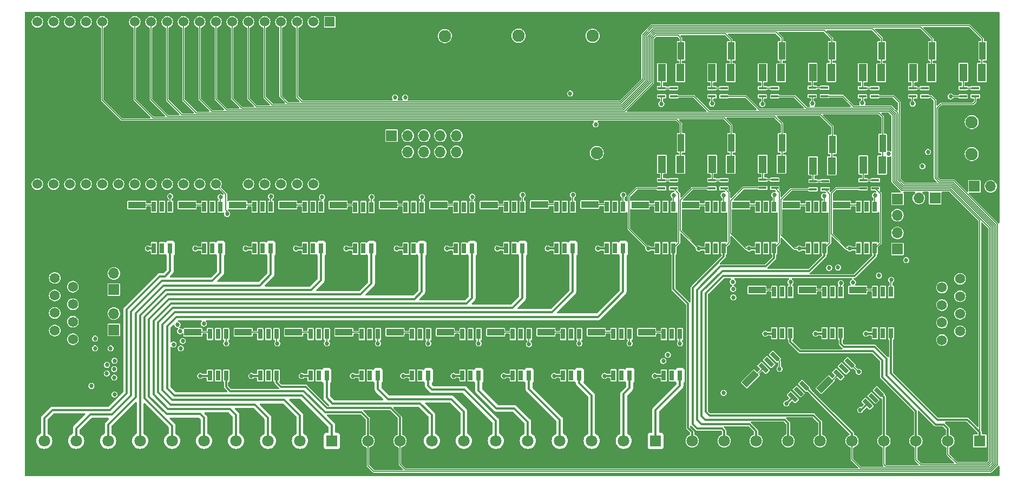
<source format=gbr>
%TF.GenerationSoftware,KiCad,Pcbnew,7.0.2-0*%
%TF.CreationDate,2023-04-25T00:34:15+03:00*%
%TF.ProjectId,PLC-CIM,504c432d-4349-44d2-9e6b-696361645f70,rev?*%
%TF.SameCoordinates,Original*%
%TF.FileFunction,Copper,L1,Top*%
%TF.FilePolarity,Positive*%
%FSLAX46Y46*%
G04 Gerber Fmt 4.6, Leading zero omitted, Abs format (unit mm)*
G04 Created by KiCad (PCBNEW 7.0.2-0) date 2023-04-25 00:34:15*
%MOMM*%
%LPD*%
G01*
G04 APERTURE LIST*
G04 Aperture macros list*
%AMRotRect*
0 Rectangle, with rotation*
0 The origin of the aperture is its center*
0 $1 length*
0 $2 width*
0 $3 Rotation angle, in degrees counterclockwise*
0 Add horizontal line*
21,1,$1,$2,0,0,$3*%
G04 Aperture macros list end*
%TA.AperFunction,ComponentPad*%
%ADD10O,1.700000X1.700000*%
%TD*%
%TA.AperFunction,ComponentPad*%
%ADD11R,1.700000X1.700000*%
%TD*%
%TA.AperFunction,ComponentPad*%
%ADD12C,1.950000*%
%TD*%
%TA.AperFunction,SMDPad,CuDef*%
%ADD13R,0.700000X1.650000*%
%TD*%
%TA.AperFunction,SMDPad,CuDef*%
%ADD14R,2.700000X1.100000*%
%TD*%
%TA.AperFunction,SMDPad,CuDef*%
%ADD15RotRect,1.100000X2.700000X315.000000*%
%TD*%
%TA.AperFunction,SMDPad,CuDef*%
%ADD16R,1.050000X2.800000*%
%TD*%
%TA.AperFunction,SMDPad,CuDef*%
%ADD17R,1.200000X0.400000*%
%TD*%
%TA.AperFunction,SMDPad,CuDef*%
%ADD18R,1.250000X2.750000*%
%TD*%
%TA.AperFunction,SMDPad,CuDef*%
%ADD19RotRect,0.700000X1.650000X45.000000*%
%TD*%
%TA.AperFunction,ComponentPad*%
%ADD20C,1.560000*%
%TD*%
%TA.AperFunction,ComponentPad*%
%ADD21C,4.575000*%
%TD*%
%TA.AperFunction,ComponentPad*%
%ADD22R,1.800000X1.800000*%
%TD*%
%TA.AperFunction,ComponentPad*%
%ADD23C,1.800000*%
%TD*%
%TA.AperFunction,ComponentPad*%
%ADD24C,1.530000*%
%TD*%
%TA.AperFunction,ComponentPad*%
%ADD25R,1.530000X1.530000*%
%TD*%
%TA.AperFunction,ViaPad*%
%ADD26C,0.685800*%
%TD*%
%TA.AperFunction,Conductor*%
%ADD27C,0.127000*%
%TD*%
%TA.AperFunction,Conductor*%
%ADD28C,0.350000*%
%TD*%
G04 APERTURE END LIST*
D10*
%TO.P,J17,2,Pin_2*%
%TO.N,+24V*%
X208635600Y-91902200D03*
D11*
%TO.P,J17,1,Pin_1*%
%TO.N,Net-(J17-Pin_1)*%
X208635600Y-94442200D03*
%TD*%
%TO.P,J14,1,Pin_1*%
%TO.N,Net-(IC47-B)*%
X214533400Y-86461600D03*
D10*
%TO.P,J14,2,Pin_2*%
%TO.N,Net-(J14-Pin_2)*%
X211993400Y-86461600D03*
%TD*%
D12*
%TO.P,J7,1,1*%
%TO.N,+24V*%
X137820400Y-61112400D03*
%TO.P,J7,2,2*%
%TO.N,GND*%
X132820400Y-61112400D03*
%TD*%
D11*
%TO.P,J11,1,Pin_1*%
%TO.N,+3.3V*%
X129489200Y-76708000D03*
D10*
%TO.P,J11,2,Pin_2*%
%TO.N,GND*%
X129489200Y-79248000D03*
%TO.P,J11,3,Pin_3*%
%TO.N,unconnected-(J11-Pin_3-Pad3)*%
X132029200Y-76708000D03*
%TO.P,J11,4,Pin_4*%
%TO.N,unconnected-(J11-Pin_4-Pad4)*%
X132029200Y-79248000D03*
%TO.P,J11,5,Pin_5*%
%TO.N,SCL*%
X134569200Y-76708000D03*
%TO.P,J11,6,Pin_6*%
%TO.N,SDA*%
X134569200Y-79248000D03*
%TO.P,J11,7,Pin_7*%
%TO.N,unconnected-(J11-Pin_7-Pad7)*%
X137109200Y-76708000D03*
%TO.P,J11,8,Pin_8*%
%TO.N,unconnected-(J11-Pin_8-Pad8)*%
X137109200Y-79248000D03*
%TO.P,J11,9,Pin_9*%
%TO.N,unconnected-(J11-Pin_9-Pad9)*%
X139649200Y-76708000D03*
%TO.P,J11,10,Pin_10*%
%TO.N,unconnected-(J11-Pin_10-Pad10)*%
X139649200Y-79248000D03*
%TD*%
D12*
%TO.P,J6,1,1*%
%TO.N,+24V*%
X149373600Y-61061600D03*
%TO.P,J6,2,2*%
%TO.N,GND*%
X144373600Y-61061600D03*
%TD*%
%TO.P,J5,1,1*%
%TO.N,+3.3V*%
X161605600Y-79407600D03*
%TO.P,J5,2,2*%
%TO.N,GND*%
X156605600Y-79407600D03*
%TD*%
D11*
%TO.P,J16,1,Pin_1*%
%TO.N,Net-(J16-Pin_1)*%
X220670200Y-84632800D03*
D10*
%TO.P,J16,2,Pin_2*%
%TO.N,+5V*%
X223210200Y-84632800D03*
%TD*%
D11*
%TO.P,J15,1,Pin_1*%
%TO.N,Net-(IC47-A)*%
X208635600Y-86614000D03*
D10*
%TO.P,J15,2,Pin_2*%
%TO.N,Net-(J15-Pin_2)*%
X208635600Y-89154000D03*
%TD*%
D12*
%TO.P,J4,1,1*%
%TO.N,+24V*%
X160945200Y-61068800D03*
%TO.P,J4,2,2*%
%TO.N,GND*%
X155945200Y-61068800D03*
%TD*%
D11*
%TO.P,J9,1,Pin_1*%
%TO.N,Net-(IC31-DOUT)*%
X86055200Y-107086400D03*
D10*
%TO.P,J9,2,Pin_2*%
%TO.N,Net-(J9-Pin_2)*%
X86055200Y-104546400D03*
%TD*%
D11*
%TO.P,J10,1,Pin_1*%
%TO.N,Net-(IC31-RIN)*%
X86055200Y-100792200D03*
D10*
%TO.P,J10,2,Pin_2*%
%TO.N,Net-(J10-Pin_2)*%
X86055200Y-98252200D03*
%TD*%
D12*
%TO.P,J12,1,1*%
%TO.N,Net-(IC45-CANL)*%
X220261600Y-79563600D03*
%TO.P,J12,2,2*%
%TO.N,Net-(IC45-CANH)*%
X220261600Y-74563600D03*
%TD*%
D13*
%TO.P,IC42,1,ANODE*%
%TO.N,/O Block 5/O_ACT_2*%
X134239000Y-87861000D03*
%TO.P,IC42,2,NP_1*%
%TO.N,unconnected-(IC42-NP_1-Pad2)*%
X132969000Y-87861000D03*
%TO.P,IC42,3,CATHODE*%
%TO.N,Net-(IC42-CATHODE)*%
X131699000Y-87861000D03*
%TO.P,IC42,4,DRAIN_1*%
%TO.N,+24V*%
X131699000Y-94361000D03*
%TO.P,IC42,5,NP_2*%
%TO.N,unconnected-(IC42-NP_2-Pad5)*%
X132969000Y-94361000D03*
%TO.P,IC42,6,DRAIN_2*%
%TO.N,OUT_26*%
X134239000Y-94361000D03*
%TD*%
D14*
%TO.P,R43,1,1*%
%TO.N,Net-(IC32-CATHODE)*%
X113284000Y-87527000D03*
%TO.P,R43,2,2*%
%TO.N,GND*%
X113284000Y-90527000D03*
%TD*%
D15*
%TO.P,R1,1,1*%
%TO.N,Net-(IC1-CATHODE)*%
X185629340Y-114763340D03*
%TO.P,R1,2,2*%
%TO.N,GND*%
X187750660Y-116884660D03*
%TD*%
D16*
%TO.P,R9,2,2*%
%TO.N,GND*%
X203072400Y-63449200D03*
%TO.P,R9,1,1*%
%TO.N,MCU_IN_7*%
X206172400Y-63449200D03*
%TD*%
D17*
%TO.P,IC8,1,IN+*%
%TO.N,GPIO_1*%
X173634400Y-84937600D03*
%TO.P,IC8,2,V-*%
%TO.N,GND*%
X173634400Y-84287600D03*
%TO.P,IC8,3,IN-*%
%TO.N,Net-(IC8-IN-)*%
X173634400Y-83637600D03*
%TO.P,IC8,4,OUT*%
X171734400Y-83637600D03*
%TO.P,IC8,5,V+*%
%TO.N,+24V*%
X171734400Y-84937600D03*
%TD*%
D15*
%TO.P,R24,1,1*%
%TO.N,Net-(IC18-CATHODE)*%
X197313340Y-115652340D03*
%TO.P,R24,2,2*%
%TO.N,GND*%
X199434660Y-117773660D03*
%TD*%
D17*
%TO.P,IC21,5,V+*%
%TO.N,+24V*%
X211015200Y-70549200D03*
%TO.P,IC21,4,OUT*%
%TO.N,Net-(IC21-IN-)*%
X211015200Y-69249200D03*
%TO.P,IC21,3,IN-*%
X212915200Y-69249200D03*
%TO.P,IC21,2,V-*%
%TO.N,GND*%
X212915200Y-69899200D03*
%TO.P,IC21,1,IN+*%
%TO.N,GPIO_12*%
X212915200Y-70549200D03*
%TD*%
D14*
%TO.P,R21,1,1*%
%TO.N,Net-(IC15-CATHODE)*%
X202438000Y-100838000D03*
%TO.P,R21,2,2*%
%TO.N,GND*%
X202438000Y-103838000D03*
%TD*%
%TO.P,R52,1,1*%
%TO.N,Net-(IC41-CATHODE)*%
X136906000Y-87579000D03*
%TO.P,R52,2,2*%
%TO.N,GND*%
X136906000Y-90579000D03*
%TD*%
%TO.P,R51,1,1*%
%TO.N,Net-(IC40-CATHODE)*%
X144780000Y-87579000D03*
%TO.P,R51,2,2*%
%TO.N,GND*%
X144780000Y-90579000D03*
%TD*%
%TO.P,R41,1,1*%
%TO.N,Net-(IC29-CATHODE)*%
X122047000Y-107466000D03*
%TO.P,R41,2,2*%
%TO.N,GND*%
X122047000Y-110466000D03*
%TD*%
D16*
%TO.P,R25,2,2*%
%TO.N,GND*%
X187452000Y-63449200D03*
%TO.P,R25,1,1*%
%TO.N,MCU_IN_5*%
X190552000Y-63449200D03*
%TD*%
D18*
%TO.P,R36,2,2*%
%TO.N,MCU_IN_4*%
X182527200Y-66852800D03*
%TO.P,R36,1,1*%
%TO.N,Net-(IC24-IN-)*%
X179627200Y-66852800D03*
%TD*%
D14*
%TO.P,R2,1,1*%
%TO.N,Net-(IC2-CATHODE)*%
X199898000Y-87527000D03*
%TO.P,R2,2,2*%
%TO.N,GND*%
X199898000Y-90527000D03*
%TD*%
%TO.P,R46,1,1*%
%TO.N,Net-(IC35-CATHODE)*%
X89652000Y-87527000D03*
%TO.P,R46,2,2*%
%TO.N,GND*%
X89652000Y-90527000D03*
%TD*%
%TO.P,R23,1,1*%
%TO.N,Net-(IC17-CATHODE)*%
X186690000Y-100862000D03*
%TO.P,R23,2,2*%
%TO.N,GND*%
X186690000Y-103862000D03*
%TD*%
D18*
%TO.P,R17,1,1*%
%TO.N,Net-(IC11-IN-)*%
X195450800Y-81432400D03*
%TO.P,R17,2,2*%
%TO.N,MCU_IN_9*%
X198350800Y-81432400D03*
%TD*%
D19*
%TO.P,IC18,1,ANODE*%
%TO.N,/O Block 2/O_ACT_1*%
X201164929Y-112246877D03*
%TO.P,IC18,2,NP_1*%
%TO.N,unconnected-(IC18-NP_1-Pad2)*%
X200266903Y-113144903D03*
%TO.P,IC18,3,CATHODE*%
%TO.N,Net-(IC18-CATHODE)*%
X199368877Y-114042929D03*
%TO.P,IC18,4,DRAIN_1*%
%TO.N,+24V*%
X203965071Y-118639123D03*
%TO.P,IC18,5,NP_2*%
%TO.N,unconnected-(IC18-NP_2-Pad5)*%
X204863097Y-117741097D03*
%TO.P,IC18,6,DRAIN_2*%
%TO.N,GPIO_7*%
X205761123Y-116843071D03*
%TD*%
D13*
%TO.P,IC38,1,ANODE*%
%TO.N,/O Block 5/O_ACT_6*%
X165735000Y-87809000D03*
%TO.P,IC38,2,NP_1*%
%TO.N,unconnected-(IC38-NP_1-Pad2)*%
X164465000Y-87809000D03*
%TO.P,IC38,3,CATHODE*%
%TO.N,Net-(IC38-CATHODE)*%
X163195000Y-87809000D03*
%TO.P,IC38,4,DRAIN_1*%
%TO.N,+24V*%
X163195000Y-94309000D03*
%TO.P,IC38,5,NP_2*%
%TO.N,unconnected-(IC38-NP_2-Pad5)*%
X164465000Y-94309000D03*
%TO.P,IC38,6,DRAIN_2*%
%TO.N,OUT_30*%
X165735000Y-94309000D03*
%TD*%
D14*
%TO.P,R40,1,1*%
%TO.N,Net-(IC28-CATHODE)*%
X130048000Y-107442000D03*
%TO.P,R40,2,2*%
%TO.N,GND*%
X130048000Y-110442000D03*
%TD*%
D13*
%TO.P,IC37,1,ANODE*%
%TO.N,/O Block 4/O_ACT_1*%
X166751000Y-107696000D03*
%TO.P,IC37,2,NP_1*%
%TO.N,unconnected-(IC37-NP_1-Pad2)*%
X165481000Y-107696000D03*
%TO.P,IC37,3,CATHODE*%
%TO.N,Net-(IC37-CATHODE)*%
X164211000Y-107696000D03*
%TO.P,IC37,4,DRAIN_1*%
%TO.N,+24V*%
X164211000Y-114196000D03*
%TO.P,IC37,5,NP_2*%
%TO.N,unconnected-(IC37-NP_2-Pad5)*%
X165481000Y-114196000D03*
%TO.P,IC37,6,DRAIN_2*%
%TO.N,OUT_19*%
X166751000Y-114196000D03*
%TD*%
D17*
%TO.P,IC22,5,V+*%
%TO.N,+24V*%
X218924800Y-70538800D03*
%TO.P,IC22,4,OUT*%
%TO.N,Net-(IC22-IN-)*%
X218924800Y-69238800D03*
%TO.P,IC22,3,IN-*%
X220824800Y-69238800D03*
%TO.P,IC22,2,V-*%
%TO.N,GND*%
X220824800Y-69888800D03*
%TO.P,IC22,1,IN+*%
%TO.N,GPIO_11*%
X220824800Y-70538800D03*
%TD*%
D13*
%TO.P,IC3,1,ANODE*%
%TO.N,/O Block 1/O_ACT_4*%
X197231000Y-87809000D03*
%TO.P,IC3,2,NP_1*%
%TO.N,unconnected-(IC3-NP_1-Pad2)*%
X195961000Y-87809000D03*
%TO.P,IC3,3,CATHODE*%
%TO.N,Net-(IC3-CATHODE)*%
X194691000Y-87809000D03*
%TO.P,IC3,4,DRAIN_1*%
%TO.N,+24V*%
X194691000Y-94309000D03*
%TO.P,IC3,5,NP_2*%
%TO.N,unconnected-(IC3-NP_2-Pad5)*%
X195961000Y-94309000D03*
%TO.P,IC3,6,DRAIN_2*%
%TO.N,GPIO_4*%
X197231000Y-94309000D03*
%TD*%
%TO.P,IC36,1,ANODE*%
%TO.N,/O Block 4/O_ACT_2*%
X174625000Y-107748000D03*
%TO.P,IC36,2,NP_1*%
%TO.N,unconnected-(IC36-NP_1-Pad2)*%
X173355000Y-107748000D03*
%TO.P,IC36,3,CATHODE*%
%TO.N,Net-(IC36-CATHODE)*%
X172085000Y-107748000D03*
%TO.P,IC36,4,DRAIN_1*%
%TO.N,+24V*%
X172085000Y-114248000D03*
%TO.P,IC36,5,NP_2*%
%TO.N,unconnected-(IC36-NP_2-Pad5)*%
X173355000Y-114248000D03*
%TO.P,IC36,6,DRAIN_2*%
%TO.N,OUT_20*%
X174625000Y-114248000D03*
%TD*%
%TO.P,IC5,1,ANODE*%
%TO.N,/O Block 1/O_ACT_2*%
X181483000Y-87809000D03*
%TO.P,IC5,2,NP_1*%
%TO.N,unconnected-(IC5-NP_1-Pad2)*%
X180213000Y-87809000D03*
%TO.P,IC5,3,CATHODE*%
%TO.N,Net-(IC5-CATHODE)*%
X178943000Y-87809000D03*
%TO.P,IC5,4,DRAIN_1*%
%TO.N,+24V*%
X178943000Y-94309000D03*
%TO.P,IC5,5,NP_2*%
%TO.N,unconnected-(IC5-NP_2-Pad5)*%
X180213000Y-94309000D03*
%TO.P,IC5,6,DRAIN_2*%
%TO.N,GPIO_2*%
X181483000Y-94309000D03*
%TD*%
D20*
%TO.P,J8,1,1*%
%TO.N,unconnected-(J8-Pad1)*%
X79654400Y-108556400D03*
%TO.P,J8,2,2*%
%TO.N,Net-(J9-Pin_2)*%
X79654400Y-105816400D03*
%TO.P,J8,3,3*%
%TO.N,Net-(J10-Pin_2)*%
X79654400Y-103076400D03*
%TO.P,J8,4,4*%
%TO.N,unconnected-(J8-Pad4)*%
X79654400Y-100336400D03*
%TO.P,J8,5,5*%
%TO.N,GND*%
X79654400Y-97596400D03*
%TO.P,J8,6,6*%
%TO.N,unconnected-(J8-Pad6)*%
X76814400Y-107186400D03*
%TO.P,J8,7,7*%
%TO.N,unconnected-(J8-Pad7)*%
X76814400Y-104446400D03*
%TO.P,J8,8,8*%
%TO.N,unconnected-(J8-Pad8)*%
X76814400Y-101706400D03*
%TO.P,J8,9,9*%
%TO.N,unconnected-(J8-Pad9)*%
X76814400Y-98966400D03*
D21*
%TO.P,J8,MH1,MH1*%
%TO.N,GND*%
X78234400Y-115571400D03*
%TO.P,J8,MH2,MH2*%
X78234400Y-90581400D03*
%TD*%
D16*
%TO.P,R12,1,1*%
%TO.N,MCU_IN_10*%
X190576800Y-77825600D03*
%TO.P,R12,2,2*%
%TO.N,GND*%
X187476800Y-77825600D03*
%TD*%
D14*
%TO.P,R50,1,1*%
%TO.N,Net-(IC39-CATHODE)*%
X152654000Y-87503000D03*
%TO.P,R50,2,2*%
%TO.N,GND*%
X152654000Y-90503000D03*
%TD*%
%TO.P,R4,1,1*%
%TO.N,Net-(IC4-CATHODE)*%
X184150000Y-87527000D03*
%TO.P,R4,2,2*%
%TO.N,GND*%
X184150000Y-90527000D03*
%TD*%
D16*
%TO.P,R11,1,1*%
%TO.N,MCU_IN_9*%
X198450800Y-78079600D03*
%TO.P,R11,2,2*%
%TO.N,GND*%
X195350800Y-78079600D03*
%TD*%
D13*
%TO.P,IC15,1,ANODE*%
%TO.N,/O Block 2/O_ACT_4*%
X207645000Y-101144000D03*
%TO.P,IC15,2,NP_1*%
%TO.N,unconnected-(IC15-NP_1-Pad2)*%
X206375000Y-101144000D03*
%TO.P,IC15,3,CATHODE*%
%TO.N,Net-(IC15-CATHODE)*%
X205105000Y-101144000D03*
%TO.P,IC15,4,DRAIN_1*%
%TO.N,+24V*%
X205105000Y-107644000D03*
%TO.P,IC15,5,NP_2*%
%TO.N,unconnected-(IC15-NP_2-Pad5)*%
X206375000Y-107644000D03*
%TO.P,IC15,6,DRAIN_2*%
%TO.N,GPIO_10*%
X207645000Y-107644000D03*
%TD*%
%TO.P,IC34,1,ANODE*%
%TO.N,/O Block 4/O_ACT_4*%
X102743000Y-87809000D03*
%TO.P,IC34,2,NP_1*%
%TO.N,unconnected-(IC34-NP_1-Pad2)*%
X101473000Y-87809000D03*
%TO.P,IC34,3,CATHODE*%
%TO.N,Net-(IC34-CATHODE)*%
X100203000Y-87809000D03*
%TO.P,IC34,4,DRAIN_1*%
%TO.N,+24V*%
X100203000Y-94309000D03*
%TO.P,IC34,5,NP_2*%
%TO.N,unconnected-(IC34-NP_2-Pad5)*%
X101473000Y-94309000D03*
%TO.P,IC34,6,DRAIN_2*%
%TO.N,OUT_22*%
X102743000Y-94309000D03*
%TD*%
D14*
%TO.P,R54,1,1*%
%TO.N,Net-(IC43-CATHODE)*%
X121158000Y-87555000D03*
%TO.P,R54,2,2*%
%TO.N,GND*%
X121158000Y-90555000D03*
%TD*%
D16*
%TO.P,R8,1,1*%
%TO.N,MCU_IN_12*%
X174778000Y-77825600D03*
%TO.P,R8,2,2*%
%TO.N,GND*%
X171678000Y-77825600D03*
%TD*%
D18*
%TO.P,R18,1,1*%
%TO.N,Net-(IC12-IN-)*%
X187576800Y-81178400D03*
%TO.P,R18,2,2*%
%TO.N,MCU_IN_10*%
X190476800Y-81178400D03*
%TD*%
%TO.P,R14,1,1*%
%TO.N,Net-(IC8-IN-)*%
X171778000Y-81178400D03*
%TO.P,R14,2,2*%
%TO.N,MCU_IN_12*%
X174678000Y-81178400D03*
%TD*%
D13*
%TO.P,IC41,1,ANODE*%
%TO.N,/O Block 5/O_ACT_3*%
X142113000Y-87861000D03*
%TO.P,IC41,2,NP_1*%
%TO.N,unconnected-(IC41-NP_1-Pad2)*%
X140843000Y-87861000D03*
%TO.P,IC41,3,CATHODE*%
%TO.N,Net-(IC41-CATHODE)*%
X139573000Y-87861000D03*
%TO.P,IC41,4,DRAIN_1*%
%TO.N,+24V*%
X139573000Y-94361000D03*
%TO.P,IC41,5,NP_2*%
%TO.N,unconnected-(IC41-NP_2-Pad5)*%
X140843000Y-94361000D03*
%TO.P,IC41,6,DRAIN_2*%
%TO.N,OUT_27*%
X142113000Y-94361000D03*
%TD*%
D22*
%TO.P,J2,1,1*%
%TO.N,OUT_20*%
X170815000Y-124460000D03*
D23*
%TO.P,J2,2,2*%
%TO.N,OUT_19*%
X165815000Y-124460000D03*
%TO.P,J2,3,3*%
%TO.N,OUT_18*%
X160815000Y-124460000D03*
%TO.P,J2,4,4*%
%TO.N,OUT_17*%
X155815000Y-124460000D03*
%TO.P,J2,5,5*%
%TO.N,OUT_16*%
X150815000Y-124460000D03*
%TO.P,J2,6,6*%
%TO.N,OUT_15*%
X145815000Y-124460000D03*
%TO.P,J2,7,7*%
%TO.N,OUT_14*%
X140815000Y-124460000D03*
%TO.P,J2,8,8*%
%TO.N,OUT_13*%
X135815000Y-124460000D03*
%TO.P,J2,9,9*%
%TO.N,GPIO_12*%
X130815000Y-124460000D03*
%TO.P,J2,10,10*%
%TO.N,GPIO_11*%
X125815000Y-124460000D03*
%TD*%
D17*
%TO.P,IC7,1,IN+*%
%TO.N,GPIO_2*%
X181508400Y-84937600D03*
%TO.P,IC7,2,V-*%
%TO.N,GND*%
X181508400Y-84287600D03*
%TO.P,IC7,3,IN-*%
%TO.N,Net-(IC7-IN-)*%
X181508400Y-83637600D03*
%TO.P,IC7,4,OUT*%
X179608400Y-83637600D03*
%TO.P,IC7,5,V+*%
%TO.N,+24V*%
X179608400Y-84937600D03*
%TD*%
D13*
%TO.P,IC14,1,ANODE*%
%TO.N,/O Block 2/O_ACT_5*%
X103632000Y-107748000D03*
%TO.P,IC14,2,NP_1*%
%TO.N,unconnected-(IC14-NP_1-Pad2)*%
X102362000Y-107748000D03*
%TO.P,IC14,3,CATHODE*%
%TO.N,Net-(IC14-CATHODE)*%
X101092000Y-107748000D03*
%TO.P,IC14,4,DRAIN_1*%
%TO.N,+24V*%
X101092000Y-114248000D03*
%TO.P,IC14,5,NP_2*%
%TO.N,unconnected-(IC14-NP_2-Pad5)*%
X102362000Y-114248000D03*
%TO.P,IC14,6,DRAIN_2*%
%TO.N,GPIO_11*%
X103632000Y-114248000D03*
%TD*%
D14*
%TO.P,R37,1,1*%
%TO.N,Net-(IC25-CATHODE)*%
X153670000Y-107442000D03*
%TO.P,R37,2,2*%
%TO.N,GND*%
X153670000Y-110442000D03*
%TD*%
%TO.P,R20,1,1*%
%TO.N,Net-(IC14-CATHODE)*%
X98425000Y-107466000D03*
%TO.P,R20,2,2*%
%TO.N,GND*%
X98425000Y-110466000D03*
%TD*%
%TO.P,R45,1,1*%
%TO.N,Net-(IC34-CATHODE)*%
X97536000Y-87527000D03*
%TO.P,R45,2,2*%
%TO.N,GND*%
X97536000Y-90527000D03*
%TD*%
D18*
%TO.P,R32,2,2*%
%TO.N,MCU_IN_6*%
X198276800Y-66802000D03*
%TO.P,R32,1,1*%
%TO.N,Net-(IC20-IN-)*%
X195376800Y-66802000D03*
%TD*%
D13*
%TO.P,IC30,1,ANODE*%
%TO.N,/O Block 3/O_ACT_1*%
X119380000Y-107748000D03*
%TO.P,IC30,2,NP_1*%
%TO.N,unconnected-(IC30-NP_1-Pad2)*%
X118110000Y-107748000D03*
%TO.P,IC30,3,CATHODE*%
%TO.N,Net-(IC30-CATHODE)*%
X116840000Y-107748000D03*
%TO.P,IC30,4,DRAIN_1*%
%TO.N,+24V*%
X116840000Y-114248000D03*
%TO.P,IC30,5,NP_2*%
%TO.N,unconnected-(IC30-NP_2-Pad5)*%
X118110000Y-114248000D03*
%TO.P,IC30,6,DRAIN_2*%
%TO.N,OUT_13*%
X119380000Y-114248000D03*
%TD*%
%TO.P,IC26,1,ANODE*%
%TO.N,/O Block 3/O_ACT_5*%
X151003000Y-107748000D03*
%TO.P,IC26,2,NP_1*%
%TO.N,unconnected-(IC26-NP_1-Pad2)*%
X149733000Y-107748000D03*
%TO.P,IC26,3,CATHODE*%
%TO.N,Net-(IC26-CATHODE)*%
X148463000Y-107748000D03*
%TO.P,IC26,4,DRAIN_1*%
%TO.N,+24V*%
X148463000Y-114248000D03*
%TO.P,IC26,5,NP_2*%
%TO.N,unconnected-(IC26-NP_2-Pad5)*%
X149733000Y-114248000D03*
%TO.P,IC26,6,DRAIN_2*%
%TO.N,OUT_17*%
X151003000Y-114248000D03*
%TD*%
%TO.P,IC35,1,ANODE*%
%TO.N,/O Block 4/O_ACT_3*%
X94869000Y-87809000D03*
%TO.P,IC35,2,NP_1*%
%TO.N,unconnected-(IC35-NP_1-Pad2)*%
X93599000Y-87809000D03*
%TO.P,IC35,3,CATHODE*%
%TO.N,Net-(IC35-CATHODE)*%
X92329000Y-87809000D03*
%TO.P,IC35,4,DRAIN_1*%
%TO.N,+24V*%
X92329000Y-94309000D03*
%TO.P,IC35,5,NP_2*%
%TO.N,unconnected-(IC35-NP_2-Pad5)*%
X93599000Y-94309000D03*
%TO.P,IC35,6,DRAIN_2*%
%TO.N,OUT_21*%
X94869000Y-94309000D03*
%TD*%
D18*
%TO.P,R31,2,2*%
%TO.N,MCU_IN_5*%
X190452000Y-66852800D03*
%TO.P,R31,1,1*%
%TO.N,Net-(IC19-IN-)*%
X187552000Y-66852800D03*
%TD*%
D19*
%TO.P,IC1,1,ANODE*%
%TO.N,/O Block 1/O_ACT_6*%
X189480929Y-111230877D03*
%TO.P,IC1,2,NP_1*%
%TO.N,unconnected-(IC1-NP_1-Pad2)*%
X188582903Y-112128903D03*
%TO.P,IC1,3,CATHODE*%
%TO.N,Net-(IC1-CATHODE)*%
X187684877Y-113026929D03*
%TO.P,IC1,4,DRAIN_1*%
%TO.N,+24V*%
X192281071Y-117623123D03*
%TO.P,IC1,5,NP_2*%
%TO.N,unconnected-(IC1-NP_2-Pad5)*%
X193179097Y-116725097D03*
%TO.P,IC1,6,DRAIN_2*%
%TO.N,GPIO_6*%
X194077123Y-115827071D03*
%TD*%
D18*
%TO.P,R13,1,1*%
%TO.N,Net-(IC7-IN-)*%
X179652000Y-81178400D03*
%TO.P,R13,2,2*%
%TO.N,MCU_IN_11*%
X182552000Y-81178400D03*
%TD*%
D17*
%TO.P,IC11,1,IN+*%
%TO.N,GPIO_4*%
X197327600Y-85090000D03*
%TO.P,IC11,2,V-*%
%TO.N,GND*%
X197327600Y-84440000D03*
%TO.P,IC11,3,IN-*%
%TO.N,Net-(IC11-IN-)*%
X197327600Y-83790000D03*
%TO.P,IC11,4,OUT*%
X195427600Y-83790000D03*
%TO.P,IC11,5,V+*%
%TO.N,+24V*%
X195427600Y-85090000D03*
%TD*%
D14*
%TO.P,R22,1,1*%
%TO.N,Net-(IC16-CATHODE)*%
X194564000Y-100838000D03*
%TO.P,R22,2,2*%
%TO.N,GND*%
X194564000Y-103838000D03*
%TD*%
%TO.P,R42,1,1*%
%TO.N,Net-(IC30-CATHODE)*%
X114173000Y-107466000D03*
%TO.P,R42,2,2*%
%TO.N,GND*%
X114173000Y-110466000D03*
%TD*%
%TO.P,R53,1,1*%
%TO.N,Net-(IC42-CATHODE)*%
X129032000Y-87555000D03*
%TO.P,R53,2,2*%
%TO.N,GND*%
X129032000Y-90555000D03*
%TD*%
D18*
%TO.P,R35,2,2*%
%TO.N,MCU_IN_3*%
X174678000Y-66852800D03*
%TO.P,R35,1,1*%
%TO.N,Net-(IC23-IN-)*%
X171778000Y-66852800D03*
%TD*%
D17*
%TO.P,IC20,5,V+*%
%TO.N,+24V*%
X195326000Y-70500000D03*
%TO.P,IC20,4,OUT*%
%TO.N,Net-(IC20-IN-)*%
X195326000Y-69200000D03*
%TO.P,IC20,3,IN-*%
X197226000Y-69200000D03*
%TO.P,IC20,2,V-*%
%TO.N,GND*%
X197226000Y-69850000D03*
%TO.P,IC20,1,IN+*%
%TO.N,GPIO_7*%
X197226000Y-70500000D03*
%TD*%
D13*
%TO.P,IC2,1,ANODE*%
%TO.N,/O Block 1/O_ACT_5*%
X205105000Y-87809000D03*
%TO.P,IC2,2,NP_1*%
%TO.N,unconnected-(IC2-NP_1-Pad2)*%
X203835000Y-87809000D03*
%TO.P,IC2,3,CATHODE*%
%TO.N,Net-(IC2-CATHODE)*%
X202565000Y-87809000D03*
%TO.P,IC2,4,DRAIN_1*%
%TO.N,+24V*%
X202565000Y-94309000D03*
%TO.P,IC2,5,NP_2*%
%TO.N,unconnected-(IC2-NP_2-Pad5)*%
X203835000Y-94309000D03*
%TO.P,IC2,6,DRAIN_2*%
%TO.N,GPIO_5*%
X205105000Y-94309000D03*
%TD*%
D22*
%TO.P,J3,1,1*%
%TO.N,OUT_30*%
X120170000Y-124460000D03*
D23*
%TO.P,J3,2,2*%
%TO.N,OUT_29*%
X115170000Y-124460000D03*
%TO.P,J3,3,3*%
%TO.N,OUT_28*%
X110170000Y-124460000D03*
%TO.P,J3,4,4*%
%TO.N,OUT_27*%
X105170000Y-124460000D03*
%TO.P,J3,5,5*%
%TO.N,OUT_26*%
X100170000Y-124460000D03*
%TO.P,J3,6,6*%
%TO.N,OUT_25*%
X95170000Y-124460000D03*
%TO.P,J3,7,7*%
%TO.N,OUT_24*%
X90170000Y-124460000D03*
%TO.P,J3,8,8*%
%TO.N,OUT_23*%
X85170000Y-124460000D03*
%TO.P,J3,9,9*%
%TO.N,OUT_22*%
X80170000Y-124460000D03*
%TO.P,J3,10,10*%
%TO.N,OUT_21*%
X75170000Y-124460000D03*
%TD*%
D16*
%TO.P,R26,2,2*%
%TO.N,GND*%
X195300000Y-63449200D03*
%TO.P,R26,1,1*%
%TO.N,MCU_IN_6*%
X198400000Y-63449200D03*
%TD*%
D13*
%TO.P,IC13,1,ANODE*%
%TO.N,/O Block 2/O_ACT_6*%
X111506000Y-107748000D03*
%TO.P,IC13,2,NP_1*%
%TO.N,unconnected-(IC13-NP_1-Pad2)*%
X110236000Y-107748000D03*
%TO.P,IC13,3,CATHODE*%
%TO.N,Net-(IC13-CATHODE)*%
X108966000Y-107748000D03*
%TO.P,IC13,4,DRAIN_1*%
%TO.N,+24V*%
X108966000Y-114248000D03*
%TO.P,IC13,5,NP_2*%
%TO.N,unconnected-(IC13-NP_2-Pad5)*%
X110236000Y-114248000D03*
%TO.P,IC13,6,DRAIN_2*%
%TO.N,GPIO_12*%
X111506000Y-114248000D03*
%TD*%
D17*
%TO.P,IC24,5,V+*%
%TO.N,+24V*%
X179604000Y-70561200D03*
%TO.P,IC24,4,OUT*%
%TO.N,Net-(IC24-IN-)*%
X179604000Y-69261200D03*
%TO.P,IC24,3,IN-*%
X181504000Y-69261200D03*
%TO.P,IC24,2,V-*%
%TO.N,GND*%
X181504000Y-69911200D03*
%TO.P,IC24,1,IN+*%
%TO.N,GPIO_9*%
X181504000Y-70561200D03*
%TD*%
D13*
%TO.P,IC27,1,ANODE*%
%TO.N,/O Block 3/O_ACT_4*%
X143129000Y-107748000D03*
%TO.P,IC27,2,NP_1*%
%TO.N,unconnected-(IC27-NP_1-Pad2)*%
X141859000Y-107748000D03*
%TO.P,IC27,3,CATHODE*%
%TO.N,Net-(IC27-CATHODE)*%
X140589000Y-107748000D03*
%TO.P,IC27,4,DRAIN_1*%
%TO.N,+24V*%
X140589000Y-114248000D03*
%TO.P,IC27,5,NP_2*%
%TO.N,unconnected-(IC27-NP_2-Pad5)*%
X141859000Y-114248000D03*
%TO.P,IC27,6,DRAIN_2*%
%TO.N,OUT_16*%
X143129000Y-114248000D03*
%TD*%
%TO.P,IC39,1,ANODE*%
%TO.N,/O Block 5/O_ACT_5*%
X157861000Y-87809000D03*
%TO.P,IC39,2,NP_1*%
%TO.N,unconnected-(IC39-NP_1-Pad2)*%
X156591000Y-87809000D03*
%TO.P,IC39,3,CATHODE*%
%TO.N,Net-(IC39-CATHODE)*%
X155321000Y-87809000D03*
%TO.P,IC39,4,DRAIN_1*%
%TO.N,+24V*%
X155321000Y-94309000D03*
%TO.P,IC39,5,NP_2*%
%TO.N,unconnected-(IC39-NP_2-Pad5)*%
X156591000Y-94309000D03*
%TO.P,IC39,6,DRAIN_2*%
%TO.N,OUT_29*%
X157861000Y-94309000D03*
%TD*%
D20*
%TO.P,J13,1,1*%
%TO.N,GND*%
X215600000Y-97725000D03*
%TO.P,J13,2,2*%
%TO.N,unconnected-(J13-Pad2)*%
X215600000Y-100465000D03*
%TO.P,J13,3,3*%
%TO.N,Net-(J14-Pin_2)*%
X215600000Y-103205000D03*
%TO.P,J13,4,4*%
%TO.N,unconnected-(J13-Pad4)*%
X215600000Y-105945000D03*
%TO.P,J13,5,5*%
%TO.N,unconnected-(J13-Pad5)*%
X215600000Y-108685000D03*
%TO.P,J13,6,6*%
%TO.N,Net-(J16-Pin_1)*%
X218440000Y-99095000D03*
%TO.P,J13,7,7*%
%TO.N,Net-(J17-Pin_1)*%
X218440000Y-101835000D03*
%TO.P,J13,8,8*%
%TO.N,Net-(J15-Pin_2)*%
X218440000Y-104575000D03*
%TO.P,J13,9,9*%
%TO.N,unconnected-(J13-Pad9)*%
X218440000Y-107315000D03*
D21*
%TO.P,J13,MH1,MH1*%
%TO.N,GND*%
X217020000Y-90710000D03*
%TO.P,J13,MH2,MH2*%
X217020000Y-115700000D03*
%TD*%
D16*
%TO.P,R29,2,2*%
%TO.N,GND*%
X171678000Y-63449200D03*
%TO.P,R29,1,1*%
%TO.N,MCU_IN_3*%
X174778000Y-63449200D03*
%TD*%
D13*
%TO.P,IC40,1,ANODE*%
%TO.N,/O Block 5/O_ACT_4*%
X149987000Y-87809000D03*
%TO.P,IC40,2,NP_1*%
%TO.N,unconnected-(IC40-NP_1-Pad2)*%
X148717000Y-87809000D03*
%TO.P,IC40,3,CATHODE*%
%TO.N,Net-(IC40-CATHODE)*%
X147447000Y-87809000D03*
%TO.P,IC40,4,DRAIN_1*%
%TO.N,+24V*%
X147447000Y-94309000D03*
%TO.P,IC40,5,NP_2*%
%TO.N,unconnected-(IC40-NP_2-Pad5)*%
X148717000Y-94309000D03*
%TO.P,IC40,6,DRAIN_2*%
%TO.N,OUT_28*%
X149987000Y-94309000D03*
%TD*%
D18*
%TO.P,R15,2,2*%
%TO.N,MCU_IN_7*%
X206100000Y-66852800D03*
%TO.P,R15,1,1*%
%TO.N,Net-(IC9-IN-)*%
X203200000Y-66852800D03*
%TD*%
D24*
%TO.P,U1,38,GND3*%
%TO.N,GND*%
X119818800Y-84295700D03*
%TO.P,U1,37,IO23*%
%TO.N,RS232_STATUS*%
X117278800Y-84295700D03*
%TO.P,U1,36,IO22*%
%TO.N,SCL*%
X114738800Y-84295700D03*
%TO.P,U1,35,TXD0*%
%TO.N,TX0*%
X112198800Y-84295700D03*
%TO.P,U1,34,RXD0*%
%TO.N,RX0*%
X109658800Y-84295700D03*
%TO.P,U1,33,IO21*%
%TO.N,SDA*%
X107118800Y-84295700D03*
%TO.P,U1,32,GND2*%
%TO.N,GND*%
X104578800Y-84295700D03*
%TO.P,U1,31,IO19*%
%TO.N,ADR_1*%
X102038800Y-84295700D03*
%TO.P,U1,30,IO18*%
%TO.N,ADR_2*%
X99498800Y-84295700D03*
%TO.P,U1,29,IO5*%
%TO.N,FORCEOFF*%
X96958800Y-84295700D03*
%TO.P,U1,28,IO17*%
%TO.N,TX1*%
X94418800Y-84295700D03*
%TO.P,U1,27,IO16*%
%TO.N,RX1*%
X91878800Y-84295700D03*
%TO.P,U1,26,IO4*%
%TO.N,CAN_FAULT*%
X89338800Y-84295700D03*
%TO.P,U1,25,IO0*%
%TO.N,CAN_TX*%
X86798800Y-84295700D03*
%TO.P,U1,24,IO2*%
%TO.N,CAN_RX*%
X84258800Y-84295700D03*
%TO.P,U1,23,IO15*%
%TO.N,FORCEON*%
X81718800Y-84295700D03*
%TO.P,U1,22,SD1*%
%TO.N,unconnected-(U1-SD1-Pad22)*%
X79178800Y-84295700D03*
%TO.P,U1,21,SD0*%
%TO.N,unconnected-(U1-SD0-Pad21)*%
X76638800Y-84295700D03*
%TO.P,U1,20,CLK*%
%TO.N,unconnected-(U1-CLK-Pad20)*%
X74098800Y-84295700D03*
%TO.P,U1,19,EXT_5V*%
%TO.N,unconnected-(U1-EXT_5V-Pad19)*%
X74098800Y-58895700D03*
%TO.P,U1,18,CMD*%
%TO.N,unconnected-(U1-CMD-Pad18)*%
X76638800Y-58895700D03*
%TO.P,U1,17,SD3*%
%TO.N,unconnected-(U1-SD3-Pad17)*%
X79178800Y-58895700D03*
%TO.P,U1,16,SD2*%
%TO.N,unconnected-(U1-SD2-Pad16)*%
X81718800Y-58895700D03*
%TO.P,U1,15,IO13*%
%TO.N,MCU_IN_12*%
X84258800Y-58895700D03*
%TO.P,U1,14,GND1*%
%TO.N,GND*%
X86798800Y-58895700D03*
%TO.P,U1,13,IO12*%
%TO.N,MCU_IN_11*%
X89338800Y-58895700D03*
%TO.P,U1,12,IO14*%
%TO.N,MCU_IN_10*%
X91878800Y-58895700D03*
%TO.P,U1,11,IO27*%
%TO.N,MCU_IN_9*%
X94418800Y-58895700D03*
%TO.P,U1,10,IO26*%
%TO.N,MCU_IN_8*%
X96958800Y-58895700D03*
%TO.P,U1,9,IO25*%
%TO.N,MCU_IN_3*%
X99498800Y-58895700D03*
%TO.P,U1,8,IO33*%
%TO.N,MCU_IN_4*%
X102038800Y-58895700D03*
%TO.P,U1,7,IO32*%
%TO.N,MCU_IN_5*%
X104578800Y-58895700D03*
%TO.P,U1,6,IO35*%
%TO.N,MCU_IN_6*%
X107118800Y-58895700D03*
%TO.P,U1,5,IO34*%
%TO.N,MCU_IN_7*%
X109658800Y-58895700D03*
%TO.P,U1,4,SENSOR_VN*%
%TO.N,MCU_IN_1*%
X112198800Y-58895700D03*
%TO.P,U1,3,SENSOR_VP*%
%TO.N,MCU_IN_2*%
X114738800Y-58895700D03*
%TO.P,U1,2,EN*%
%TO.N,unconnected-(U1-EN-Pad2)*%
X117278800Y-58895700D03*
D25*
%TO.P,U1,1,3V3*%
%TO.N,+3.3V*%
X119818800Y-58895700D03*
%TD*%
D17*
%TO.P,IC23,5,V+*%
%TO.N,+24V*%
X171734400Y-70540400D03*
%TO.P,IC23,4,OUT*%
%TO.N,Net-(IC23-IN-)*%
X171734400Y-69240400D03*
%TO.P,IC23,3,IN-*%
X173634400Y-69240400D03*
%TO.P,IC23,2,V-*%
%TO.N,GND*%
X173634400Y-69890400D03*
%TO.P,IC23,1,IN+*%
%TO.N,GPIO_10*%
X173634400Y-70540400D03*
%TD*%
D14*
%TO.P,R47,1,1*%
%TO.N,Net-(IC36-CATHODE)*%
X169418000Y-107466000D03*
%TO.P,R47,2,2*%
%TO.N,GND*%
X169418000Y-110466000D03*
%TD*%
%TO.P,R6,1,1*%
%TO.N,Net-(IC6-CATHODE)*%
X168402000Y-87527000D03*
%TO.P,R6,2,2*%
%TO.N,GND*%
X168402000Y-90527000D03*
%TD*%
D16*
%TO.P,R30,1,1*%
%TO.N,MCU_IN_4*%
X182627200Y-63449200D03*
%TO.P,R30,2,2*%
%TO.N,GND*%
X179527200Y-63449200D03*
%TD*%
D14*
%TO.P,R5,1,1*%
%TO.N,Net-(IC5-CATHODE)*%
X176276000Y-87527000D03*
%TO.P,R5,2,2*%
%TO.N,GND*%
X176276000Y-90527000D03*
%TD*%
%TO.P,R3,1,1*%
%TO.N,Net-(IC3-CATHODE)*%
X192024000Y-87527000D03*
%TO.P,R3,2,2*%
%TO.N,GND*%
X192024000Y-90527000D03*
%TD*%
D17*
%TO.P,IC19,5,V+*%
%TO.N,+24V*%
X187528800Y-70540400D03*
%TO.P,IC19,4,OUT*%
%TO.N,Net-(IC19-IN-)*%
X187528800Y-69240400D03*
%TO.P,IC19,3,IN-*%
X189428800Y-69240400D03*
%TO.P,IC19,2,V-*%
%TO.N,GND*%
X189428800Y-69890400D03*
%TO.P,IC19,1,IN+*%
%TO.N,GPIO_8*%
X189428800Y-70540400D03*
%TD*%
D16*
%TO.P,R10,1,1*%
%TO.N,MCU_IN_8*%
X206324800Y-77927200D03*
%TO.P,R10,2,2*%
%TO.N,GND*%
X203224800Y-77927200D03*
%TD*%
D13*
%TO.P,IC25,1,ANODE*%
%TO.N,/O Block 3/O_ACT_6*%
X158877000Y-107748000D03*
%TO.P,IC25,2,NP_1*%
%TO.N,unconnected-(IC25-NP_1-Pad2)*%
X157607000Y-107748000D03*
%TO.P,IC25,3,CATHODE*%
%TO.N,Net-(IC25-CATHODE)*%
X156337000Y-107748000D03*
%TO.P,IC25,4,DRAIN_1*%
%TO.N,+24V*%
X156337000Y-114248000D03*
%TO.P,IC25,5,NP_2*%
%TO.N,unconnected-(IC25-NP_2-Pad5)*%
X157607000Y-114248000D03*
%TO.P,IC25,6,DRAIN_2*%
%TO.N,OUT_18*%
X158877000Y-114248000D03*
%TD*%
D18*
%TO.P,R34,2,2*%
%TO.N,MCU_IN_2*%
X221848000Y-66800400D03*
%TO.P,R34,1,1*%
%TO.N,Net-(IC22-IN-)*%
X218948000Y-66800400D03*
%TD*%
D14*
%TO.P,R44,1,1*%
%TO.N,Net-(IC33-CATHODE)*%
X105449000Y-87527000D03*
%TO.P,R44,2,2*%
%TO.N,GND*%
X105449000Y-90527000D03*
%TD*%
D13*
%TO.P,IC33,1,ANODE*%
%TO.N,/O Block 4/O_ACT_5*%
X110617000Y-87809000D03*
%TO.P,IC33,2,NP_1*%
%TO.N,unconnected-(IC33-NP_1-Pad2)*%
X109347000Y-87809000D03*
%TO.P,IC33,3,CATHODE*%
%TO.N,Net-(IC33-CATHODE)*%
X108077000Y-87809000D03*
%TO.P,IC33,4,DRAIN_1*%
%TO.N,+24V*%
X108077000Y-94309000D03*
%TO.P,IC33,5,NP_2*%
%TO.N,unconnected-(IC33-NP_2-Pad5)*%
X109347000Y-94309000D03*
%TO.P,IC33,6,DRAIN_2*%
%TO.N,OUT_23*%
X110617000Y-94309000D03*
%TD*%
D22*
%TO.P,J1,1,1*%
%TO.N,GPIO_10*%
X221535000Y-124460000D03*
D23*
%TO.P,J1,2,2*%
%TO.N,GPIO_9*%
X216535000Y-124460000D03*
%TO.P,J1,3,3*%
%TO.N,GPIO_8*%
X211535000Y-124460000D03*
%TO.P,J1,4,4*%
%TO.N,GPIO_7*%
X206535000Y-124460000D03*
%TO.P,J1,5,5*%
%TO.N,GPIO_6*%
X201535000Y-124460000D03*
%TO.P,J1,6,6*%
%TO.N,GPIO_5*%
X196535000Y-124460000D03*
%TO.P,J1,7,7*%
%TO.N,GPIO_4*%
X191535000Y-124460000D03*
%TO.P,J1,8,8*%
%TO.N,GPIO_3*%
X186535000Y-124460000D03*
%TO.P,J1,9,9*%
%TO.N,GPIO_2*%
X181535000Y-124460000D03*
%TO.P,J1,10,10*%
%TO.N,GPIO_1*%
X176535000Y-124460000D03*
%TD*%
D13*
%TO.P,IC28,1,ANODE*%
%TO.N,/O Block 3/O_ACT_3*%
X135255000Y-107748000D03*
%TO.P,IC28,2,NP_1*%
%TO.N,unconnected-(IC28-NP_1-Pad2)*%
X133985000Y-107748000D03*
%TO.P,IC28,3,CATHODE*%
%TO.N,Net-(IC28-CATHODE)*%
X132715000Y-107748000D03*
%TO.P,IC28,4,DRAIN_1*%
%TO.N,+24V*%
X132715000Y-114248000D03*
%TO.P,IC28,5,NP_2*%
%TO.N,unconnected-(IC28-NP_2-Pad5)*%
X133985000Y-114248000D03*
%TO.P,IC28,6,DRAIN_2*%
%TO.N,OUT_15*%
X135255000Y-114248000D03*
%TD*%
D17*
%TO.P,IC10,1,IN+*%
%TO.N,GPIO_5*%
X205181200Y-84967600D03*
%TO.P,IC10,2,V-*%
%TO.N,GND*%
X205181200Y-84317600D03*
%TO.P,IC10,3,IN-*%
%TO.N,Net-(IC10-IN-)*%
X205181200Y-83667600D03*
%TO.P,IC10,4,OUT*%
X203281200Y-83667600D03*
%TO.P,IC10,5,V+*%
%TO.N,+24V*%
X203281200Y-84967600D03*
%TD*%
D18*
%TO.P,R16,1,1*%
%TO.N,Net-(IC10-IN-)*%
X203324800Y-81280000D03*
%TO.P,R16,2,2*%
%TO.N,MCU_IN_8*%
X206224800Y-81280000D03*
%TD*%
D13*
%TO.P,IC17,1,ANODE*%
%TO.N,/O Block 2/O_ACT_2*%
X191897000Y-101144000D03*
%TO.P,IC17,2,NP_1*%
%TO.N,unconnected-(IC17-NP_1-Pad2)*%
X190627000Y-101144000D03*
%TO.P,IC17,3,CATHODE*%
%TO.N,Net-(IC17-CATHODE)*%
X189357000Y-101144000D03*
%TO.P,IC17,4,DRAIN_1*%
%TO.N,+24V*%
X189357000Y-107644000D03*
%TO.P,IC17,5,NP_2*%
%TO.N,unconnected-(IC17-NP_2-Pad5)*%
X190627000Y-107644000D03*
%TO.P,IC17,6,DRAIN_2*%
%TO.N,GPIO_8*%
X191897000Y-107644000D03*
%TD*%
D14*
%TO.P,R19,1,1*%
%TO.N,Net-(IC13-CATHODE)*%
X106299000Y-107466000D03*
%TO.P,R19,2,2*%
%TO.N,GND*%
X106299000Y-110466000D03*
%TD*%
D13*
%TO.P,IC32,1,ANODE*%
%TO.N,/O Block 4/O_ACT_6*%
X118491000Y-87809000D03*
%TO.P,IC32,2,NP_1*%
%TO.N,unconnected-(IC32-NP_1-Pad2)*%
X117221000Y-87809000D03*
%TO.P,IC32,3,CATHODE*%
%TO.N,Net-(IC32-CATHODE)*%
X115951000Y-87809000D03*
%TO.P,IC32,4,DRAIN_1*%
%TO.N,+24V*%
X115951000Y-94309000D03*
%TO.P,IC32,5,NP_2*%
%TO.N,unconnected-(IC32-NP_2-Pad5)*%
X117221000Y-94309000D03*
%TO.P,IC32,6,DRAIN_2*%
%TO.N,OUT_24*%
X118491000Y-94309000D03*
%TD*%
D16*
%TO.P,R7,1,1*%
%TO.N,MCU_IN_11*%
X182652000Y-77825600D03*
%TO.P,R7,2,2*%
%TO.N,GND*%
X179552000Y-77825600D03*
%TD*%
D13*
%TO.P,IC29,1,ANODE*%
%TO.N,/O Block 3/O_ACT_2*%
X127381000Y-107748000D03*
%TO.P,IC29,2,NP_1*%
%TO.N,unconnected-(IC29-NP_1-Pad2)*%
X126111000Y-107748000D03*
%TO.P,IC29,3,CATHODE*%
%TO.N,Net-(IC29-CATHODE)*%
X124841000Y-107748000D03*
%TO.P,IC29,4,DRAIN_1*%
%TO.N,+24V*%
X124841000Y-114248000D03*
%TO.P,IC29,5,NP_2*%
%TO.N,unconnected-(IC29-NP_2-Pad5)*%
X126111000Y-114248000D03*
%TO.P,IC29,6,DRAIN_2*%
%TO.N,OUT_14*%
X127381000Y-114248000D03*
%TD*%
D17*
%TO.P,IC12,1,IN+*%
%TO.N,GPIO_3*%
X189453600Y-84886800D03*
%TO.P,IC12,2,V-*%
%TO.N,GND*%
X189453600Y-84236800D03*
%TO.P,IC12,3,IN-*%
%TO.N,Net-(IC12-IN-)*%
X189453600Y-83586800D03*
%TO.P,IC12,4,OUT*%
X187553600Y-83586800D03*
%TO.P,IC12,5,V+*%
%TO.N,+24V*%
X187553600Y-84886800D03*
%TD*%
D13*
%TO.P,IC6,1,ANODE*%
%TO.N,/O Block 1/O_ACT_1*%
X173609000Y-87809000D03*
%TO.P,IC6,2,NP_1*%
%TO.N,unconnected-(IC6-NP_1-Pad2)*%
X172339000Y-87809000D03*
%TO.P,IC6,3,CATHODE*%
%TO.N,Net-(IC6-CATHODE)*%
X171069000Y-87809000D03*
%TO.P,IC6,4,DRAIN_1*%
%TO.N,+24V*%
X171069000Y-94309000D03*
%TO.P,IC6,5,NP_2*%
%TO.N,unconnected-(IC6-NP_2-Pad5)*%
X172339000Y-94309000D03*
%TO.P,IC6,6,DRAIN_2*%
%TO.N,GPIO_1*%
X173609000Y-94309000D03*
%TD*%
D16*
%TO.P,R27,2,2*%
%TO.N,GND*%
X210974000Y-63447600D03*
%TO.P,R27,1,1*%
%TO.N,MCU_IN_1*%
X214074000Y-63447600D03*
%TD*%
D13*
%TO.P,IC16,1,ANODE*%
%TO.N,/O Block 2/O_ACT_3*%
X199771000Y-101144000D03*
%TO.P,IC16,2,NP_1*%
%TO.N,unconnected-(IC16-NP_1-Pad2)*%
X198501000Y-101144000D03*
%TO.P,IC16,3,CATHODE*%
%TO.N,Net-(IC16-CATHODE)*%
X197231000Y-101144000D03*
%TO.P,IC16,4,DRAIN_1*%
%TO.N,+24V*%
X197231000Y-107644000D03*
%TO.P,IC16,5,NP_2*%
%TO.N,unconnected-(IC16-NP_2-Pad5)*%
X198501000Y-107644000D03*
%TO.P,IC16,6,DRAIN_2*%
%TO.N,GPIO_9*%
X199771000Y-107644000D03*
%TD*%
D14*
%TO.P,R39,1,1*%
%TO.N,Net-(IC27-CATHODE)*%
X137922000Y-107466000D03*
%TO.P,R39,2,2*%
%TO.N,GND*%
X137922000Y-110466000D03*
%TD*%
%TO.P,R49,1,1*%
%TO.N,Net-(IC38-CATHODE)*%
X160528000Y-87503000D03*
%TO.P,R49,2,2*%
%TO.N,GND*%
X160528000Y-90503000D03*
%TD*%
D18*
%TO.P,R33,2,2*%
%TO.N,MCU_IN_1*%
X213950800Y-66851200D03*
%TO.P,R33,1,1*%
%TO.N,Net-(IC21-IN-)*%
X211050800Y-66851200D03*
%TD*%
D13*
%TO.P,IC43,1,ANODE*%
%TO.N,/O Block 5/O_ACT_1*%
X126365000Y-87861000D03*
%TO.P,IC43,2,NP_1*%
%TO.N,unconnected-(IC43-NP_1-Pad2)*%
X125095000Y-87861000D03*
%TO.P,IC43,3,CATHODE*%
%TO.N,Net-(IC43-CATHODE)*%
X123825000Y-87861000D03*
%TO.P,IC43,4,DRAIN_1*%
%TO.N,+24V*%
X123825000Y-94361000D03*
%TO.P,IC43,5,NP_2*%
%TO.N,unconnected-(IC43-NP_2-Pad5)*%
X125095000Y-94361000D03*
%TO.P,IC43,6,DRAIN_2*%
%TO.N,OUT_25*%
X126365000Y-94361000D03*
%TD*%
D14*
%TO.P,R38,1,1*%
%TO.N,Net-(IC26-CATHODE)*%
X145796000Y-107466000D03*
%TO.P,R38,2,2*%
%TO.N,GND*%
X145796000Y-110466000D03*
%TD*%
D13*
%TO.P,IC4,1,ANODE*%
%TO.N,/O Block 1/O_ACT_3*%
X189357000Y-87809000D03*
%TO.P,IC4,2,NP_1*%
%TO.N,unconnected-(IC4-NP_1-Pad2)*%
X188087000Y-87809000D03*
%TO.P,IC4,3,CATHODE*%
%TO.N,Net-(IC4-CATHODE)*%
X186817000Y-87809000D03*
%TO.P,IC4,4,DRAIN_1*%
%TO.N,+24V*%
X186817000Y-94309000D03*
%TO.P,IC4,5,NP_2*%
%TO.N,unconnected-(IC4-NP_2-Pad5)*%
X188087000Y-94309000D03*
%TO.P,IC4,6,DRAIN_2*%
%TO.N,GPIO_3*%
X189357000Y-94309000D03*
%TD*%
D14*
%TO.P,R48,1,1*%
%TO.N,Net-(IC37-CATHODE)*%
X161544000Y-107414000D03*
%TO.P,R48,2,2*%
%TO.N,GND*%
X161544000Y-110414000D03*
%TD*%
D17*
%TO.P,IC9,5,V+*%
%TO.N,+24V*%
X203168800Y-70540400D03*
%TO.P,IC9,4,OUT*%
%TO.N,Net-(IC9-IN-)*%
X203168800Y-69240400D03*
%TO.P,IC9,3,IN-*%
X205068800Y-69240400D03*
%TO.P,IC9,2,V-*%
%TO.N,GND*%
X205068800Y-69890400D03*
%TO.P,IC9,1,IN+*%
%TO.N,GPIO_6*%
X205068800Y-70540400D03*
%TD*%
D16*
%TO.P,R28,2,2*%
%TO.N,GND*%
X218848000Y-63396800D03*
%TO.P,R28,1,1*%
%TO.N,MCU_IN_2*%
X221948000Y-63396800D03*
%TD*%
D26*
%TO.N,ADR_2*%
X197967600Y-97383600D03*
X201676000Y-99669600D03*
%TO.N,GND*%
X210396400Y-72926000D03*
X83447200Y-102136000D03*
X89509600Y-100228400D03*
X206298800Y-103682800D03*
X207670400Y-105664000D03*
X207111600Y-74980800D03*
X217474800Y-61518800D03*
%TO.N,RX1*%
X207264000Y-79552800D03*
%TO.N,TX1*%
X213410800Y-79248000D03*
%TO.N,Net-(IC47-A)*%
X212547200Y-81483200D03*
%TO.N,+3.3V*%
X210007200Y-96164400D03*
X205740000Y-98602800D03*
%TO.N,CAN_FAULT*%
X157429200Y-70104000D03*
%TO.N,GND*%
X214325200Y-126238000D03*
X219252800Y-125374400D03*
X200406000Y-97332800D03*
X206857600Y-98552000D03*
X169621200Y-109169200D03*
X161798000Y-109220000D03*
X153517600Y-109270800D03*
X116941600Y-110947200D03*
X121970800Y-111810800D03*
X129946400Y-111963200D03*
X138176000Y-112014000D03*
X108000800Y-106172000D03*
X114909600Y-105968800D03*
X169926000Y-98704400D03*
%TO.N,CAN_RX*%
X130048000Y-70713600D03*
%TO.N,CAN_TX*%
X131622800Y-70713600D03*
%TO.N,+3.3V*%
X161442400Y-74930000D03*
%TO.N,RS232_STATUS*%
X100126800Y-106121200D03*
%TO.N,+3.3V*%
X82550000Y-115874800D03*
X86156800Y-117195600D03*
%TO.N,+24V*%
X171704000Y-71729600D03*
X179628800Y-71678800D03*
X187502800Y-71729600D03*
X195326000Y-71678800D03*
X203149200Y-71577200D03*
X211023200Y-71678800D03*
X216966800Y-70561200D03*
%TO.N,ADR_1*%
X103784400Y-88950800D03*
X96824800Y-108813600D03*
%TO.N,SCL*%
X96418400Y-107289600D03*
%TO.N,SDA*%
X96012000Y-106273600D03*
%TO.N,GND*%
X128219200Y-122580400D03*
%TO.N,RX0*%
X83108800Y-109982000D03*
%TO.N,TX0*%
X83108800Y-108458000D03*
%TO.N,/O Block 1/O_ACT_6*%
X190195200Y-113182400D03*
%TO.N,+24V*%
X131318000Y-114300000D03*
X146050000Y-94361000D03*
X98806000Y-94361000D03*
X114554000Y-94361000D03*
X115443000Y-114300000D03*
X106680000Y-94361000D03*
X169672000Y-94361000D03*
X153924000Y-94361000D03*
X139192000Y-114300000D03*
X185420000Y-94361000D03*
X195834000Y-107696000D03*
X203708000Y-107696000D03*
X193294000Y-94361000D03*
X161798000Y-94361000D03*
X130302000Y-94361000D03*
X191262000Y-118618000D03*
X107569000Y-114300000D03*
X147066000Y-114300000D03*
X201168000Y-94361000D03*
X138176000Y-94361000D03*
X154940000Y-114300000D03*
X177546000Y-94361000D03*
X202819000Y-119634000D03*
X170688000Y-114300000D03*
X187960000Y-107696000D03*
X162814000Y-114300000D03*
X122428000Y-94361000D03*
X91389200Y-94361000D03*
X99568000Y-114300000D03*
X123444000Y-114300000D03*
%TO.N,/O Block 1/O_ACT_5*%
X86156800Y-111912400D03*
X205130400Y-86055200D03*
%TO.N,/O Block 1/O_ACT_4*%
X197154800Y-86156800D03*
X84988400Y-112572800D03*
%TO.N,/O Block 1/O_ACT_3*%
X189382400Y-85953600D03*
X86106000Y-113233200D03*
%TO.N,/O Block 1/O_ACT_2*%
X181457600Y-86004400D03*
X84963000Y-113919000D03*
%TO.N,/O Block 1/O_ACT_1*%
X173634400Y-86004400D03*
X86106000Y-114554000D03*
%TO.N,/O Block 2/O_ACT_6*%
X111633000Y-109220000D03*
%TO.N,/O Block 2/O_ACT_5*%
X103632000Y-109220000D03*
%TO.N,/O Block 2/O_ACT_4*%
X96520000Y-109982000D03*
X182930800Y-100685600D03*
X207670400Y-99263200D03*
X172008800Y-111963200D03*
%TO.N,/O Block 2/O_ACT_3*%
X199796400Y-99771200D03*
X172720000Y-110998000D03*
X95402400Y-109372400D03*
X199339200Y-97332800D03*
X182880000Y-99568000D03*
%TO.N,/O Block 2/O_ACT_2*%
X85547200Y-109982000D03*
X182981600Y-102006400D03*
X191922400Y-99618800D03*
X181457600Y-116941600D03*
%TO.N,/O Block 2/O_ACT_1*%
X202590400Y-113639600D03*
%TO.N,/O Block 3/O_ACT_6*%
X158877000Y-109220000D03*
%TO.N,/O Block 3/O_ACT_5*%
X151003000Y-109347000D03*
%TO.N,/O Block 3/O_ACT_4*%
X143129000Y-109220000D03*
%TO.N,/O Block 3/O_ACT_3*%
X135255000Y-109220000D03*
%TO.N,/O Block 3/O_ACT_2*%
X127381000Y-109220000D03*
%TO.N,/O Block 3/O_ACT_1*%
X119380000Y-109220000D03*
%TO.N,/O Block 4/O_ACT_6*%
X118618000Y-86309200D03*
%TO.N,/O Block 4/O_ACT_5*%
X110642400Y-86207600D03*
%TO.N,/O Block 4/O_ACT_4*%
X102768400Y-86309200D03*
%TO.N,/O Block 4/O_ACT_3*%
X94869000Y-86182200D03*
%TO.N,/O Block 4/O_ACT_2*%
X174625000Y-109220000D03*
%TO.N,/O Block 4/O_ACT_1*%
X166751000Y-109220000D03*
%TO.N,/O Block 5/O_ACT_6*%
X165760400Y-85953600D03*
%TO.N,/O Block 5/O_ACT_5*%
X157886400Y-85953600D03*
%TO.N,/O Block 5/O_ACT_4*%
X150012400Y-85953600D03*
%TO.N,/O Block 5/O_ACT_3*%
X142138400Y-86258400D03*
%TO.N,/O Block 5/O_ACT_2*%
X134264400Y-86309200D03*
%TO.N,/O Block 5/O_ACT_1*%
X126390400Y-86309200D03*
%TD*%
D27*
%TO.N,Net-(IC9-IN-)*%
X203168800Y-69240400D02*
X205068800Y-69240400D01*
%TO.N,MCU_IN_7*%
X206172400Y-63449200D02*
X206172400Y-66780400D01*
X206172400Y-66780400D02*
X206100000Y-66852800D01*
X109658800Y-58895700D02*
X109658800Y-70695200D01*
X204724000Y-59994800D02*
X206172400Y-61443200D01*
X109658800Y-70695200D02*
X110845600Y-71882000D01*
X110845600Y-71882000D02*
X165491960Y-71882000D01*
X169316400Y-68057560D02*
X169316400Y-61097960D01*
X206172400Y-61443200D02*
X206172400Y-63449200D01*
X165491960Y-71882000D02*
X169316400Y-68057560D01*
X169316400Y-61097960D02*
X170419560Y-59994800D01*
X170419560Y-59994800D02*
X204724000Y-59994800D01*
%TO.N,Net-(IC21-IN-)*%
X211015200Y-69249200D02*
X212915200Y-69249200D01*
X211050800Y-66851200D02*
X211050800Y-69213600D01*
X211050800Y-69213600D02*
X211015200Y-69249200D01*
%TO.N,Net-(IC11-IN-)*%
X195450800Y-81432400D02*
X195450800Y-83766800D01*
X195450800Y-83766800D02*
X195427600Y-83790000D01*
D28*
%TO.N,GPIO_6*%
X201535000Y-124460000D02*
X201535000Y-123303000D01*
X201535000Y-123303000D02*
X195326000Y-117094000D01*
X195326000Y-117094000D02*
X195326000Y-117075948D01*
X195326000Y-117075948D02*
X194077123Y-115827071D01*
%TO.N,+24V*%
X203708000Y-107696000D02*
X205053000Y-107696000D01*
X205053000Y-107696000D02*
X205105000Y-107644000D01*
X91389200Y-94361000D02*
X92277000Y-94361000D01*
X92277000Y-94361000D02*
X92329000Y-94309000D01*
D27*
%TO.N,MCU_IN_1*%
X213950800Y-66851200D02*
X213950800Y-63570800D01*
X213950800Y-63570800D02*
X214074000Y-63447600D01*
%TO.N,MCU_IN_5*%
X190452000Y-66852800D02*
X190452000Y-63549200D01*
X190452000Y-63549200D02*
X190552000Y-63449200D01*
%TO.N,MCU_IN_2*%
X221848000Y-66800400D02*
X221848000Y-63496800D01*
X221848000Y-63496800D02*
X221948000Y-63396800D01*
%TO.N,Net-(IC22-IN-)*%
X218924800Y-69238800D02*
X220824800Y-69238800D01*
X218924800Y-69238800D02*
X218924800Y-66823600D01*
X218924800Y-66823600D02*
X218948000Y-66800400D01*
%TO.N,+24V*%
X216966800Y-70561200D02*
X216989200Y-70538800D01*
X216989200Y-70538800D02*
X218924800Y-70538800D01*
X211015200Y-70549200D02*
X211015200Y-71670800D01*
X211015200Y-71670800D02*
X211023200Y-71678800D01*
X203168800Y-70540400D02*
X203168800Y-71557600D01*
X203168800Y-71557600D02*
X203149200Y-71577200D01*
X195326000Y-70500000D02*
X195326000Y-71678800D01*
X187528800Y-70540400D02*
X187528800Y-71703600D01*
X187528800Y-71703600D02*
X187502800Y-71729600D01*
X179604000Y-70561200D02*
X179604000Y-71654000D01*
X179604000Y-71654000D02*
X179628800Y-71678800D01*
X171734400Y-70540400D02*
X171734400Y-71699200D01*
X171734400Y-71699200D02*
X171704000Y-71729600D01*
X203281200Y-84967600D02*
X199041200Y-84967600D01*
X199041200Y-84967600D02*
X198323200Y-85685600D01*
X200634600Y-94361000D02*
X201168000Y-94361000D01*
X198323200Y-85685600D02*
X198323200Y-92049600D01*
X198323200Y-92049600D02*
X200634600Y-94361000D01*
X195427600Y-85090000D02*
X192024000Y-85090000D01*
X192024000Y-85090000D02*
X190398400Y-86715600D01*
X190398400Y-86715600D02*
X190398400Y-92252800D01*
X190398400Y-92252800D02*
X192506600Y-94361000D01*
X192506600Y-94361000D02*
X193294000Y-94361000D01*
%TO.N,GPIO_3*%
X189453600Y-84886800D02*
X190144400Y-85577600D01*
X190144400Y-85577600D02*
X190144400Y-93521600D01*
X190144400Y-93521600D02*
X189357000Y-94309000D01*
%TO.N,+24V*%
X182524400Y-86871600D02*
X182524400Y-91998800D01*
X184509200Y-84886800D02*
X182524400Y-86871600D01*
X187553600Y-84886800D02*
X184509200Y-84886800D01*
X182524400Y-91998800D02*
X184886600Y-94361000D01*
X184886600Y-94361000D02*
X185420000Y-94361000D01*
X179608400Y-84937600D02*
X176530000Y-84937600D01*
X174701200Y-91541600D02*
X177520600Y-94361000D01*
X176530000Y-84937600D02*
X174701200Y-86766400D01*
X174701200Y-86766400D02*
X174701200Y-91541600D01*
X177520600Y-94361000D02*
X177546000Y-94361000D01*
X167843200Y-84937600D02*
X166624000Y-86156800D01*
X171734400Y-84937600D02*
X167843200Y-84937600D01*
X166624000Y-86156800D02*
X166624000Y-91313000D01*
X166624000Y-91313000D02*
X169672000Y-94361000D01*
%TO.N,MCU_IN_2*%
X221948000Y-63396800D02*
X221948000Y-61521600D01*
X221948000Y-61521600D02*
X219913200Y-59486800D01*
X165281540Y-71374000D02*
X115519200Y-71374000D01*
X168808400Y-60887540D02*
X168808400Y-67847140D01*
X219913200Y-59486800D02*
X170209140Y-59486800D01*
X170209140Y-59486800D02*
X168808400Y-60887540D01*
X168808400Y-67847140D02*
X165281540Y-71374000D01*
X114738800Y-70593600D02*
X114738800Y-58895700D01*
X115519200Y-71374000D02*
X114738800Y-70593600D01*
%TO.N,MCU_IN_1*%
X214074000Y-63447600D02*
X214074000Y-61521600D01*
X214074000Y-61521600D02*
X212293200Y-59740800D01*
X212293200Y-59740800D02*
X170314350Y-59740800D01*
X170314350Y-59740800D02*
X169062400Y-60992750D01*
X169062400Y-60992750D02*
X169062400Y-67952350D01*
X169062400Y-67952350D02*
X165386750Y-71628000D01*
X165386750Y-71628000D02*
X113233200Y-71628000D01*
X113233200Y-71628000D02*
X112166400Y-70561200D01*
X112166400Y-70561200D02*
X112166400Y-58928100D01*
X112166400Y-58928100D02*
X112198800Y-58895700D01*
%TO.N,MCU_IN_6*%
X198400000Y-61494000D02*
X197154800Y-60248800D01*
X169570400Y-68162770D02*
X165597170Y-72136000D01*
X169570400Y-61203170D02*
X169570400Y-68162770D01*
X197154800Y-60248800D02*
X170524770Y-60248800D01*
X170524770Y-60248800D02*
X169570400Y-61203170D01*
X198400000Y-63449200D02*
X198400000Y-61494000D01*
X165597170Y-72136000D02*
X108356400Y-72136000D01*
X108356400Y-72136000D02*
X107118800Y-70898400D01*
X107118800Y-70898400D02*
X107118800Y-58895700D01*
%TO.N,MCU_IN_5*%
X190552000Y-61418400D02*
X189636400Y-60502800D01*
X189636400Y-60502800D02*
X170629980Y-60502800D01*
X170629980Y-60502800D02*
X169824400Y-61308380D01*
X169824400Y-61308380D02*
X169824400Y-68267980D01*
X190552000Y-63449200D02*
X190552000Y-61418400D01*
X169824400Y-68267980D02*
X165702380Y-72390000D01*
X165702380Y-72390000D02*
X106070400Y-72390000D01*
X106070400Y-72390000D02*
X104578800Y-70898400D01*
X104578800Y-70898400D02*
X104578800Y-58895700D01*
%TO.N,MCU_IN_4*%
X182627200Y-63449200D02*
X182627200Y-61672400D01*
X182627200Y-61672400D02*
X181711600Y-60756800D01*
X181711600Y-60756800D02*
X170735190Y-60756800D01*
X170735190Y-60756800D02*
X170078400Y-61413590D01*
X170078400Y-61413590D02*
X170078400Y-68373190D01*
X170078400Y-68373190D02*
X165807590Y-72644000D01*
X165807590Y-72644000D02*
X103682800Y-72644000D01*
X103682800Y-72644000D02*
X102038800Y-71000000D01*
X102038800Y-71000000D02*
X102038800Y-58895700D01*
%TO.N,ADR_1*%
X103784400Y-88950800D02*
X103784400Y-88544400D01*
X103784400Y-88544400D02*
X103581200Y-88341200D01*
X103581200Y-88341200D02*
X103581200Y-85838100D01*
X103581200Y-85838100D02*
X102038800Y-84295700D01*
%TO.N,GPIO_11*%
X220824800Y-70538800D02*
X220824800Y-71376800D01*
X217485471Y-83758211D02*
X224282000Y-90554740D01*
X126695200Y-129235200D02*
X125815000Y-128355000D01*
X220824800Y-71376800D02*
X220472000Y-71729600D01*
X215442800Y-71729600D02*
X214782400Y-72390000D01*
X214782400Y-72390000D02*
X214782400Y-83257590D01*
X214782400Y-83257590D02*
X215283021Y-83758211D01*
X215283021Y-83758211D02*
X217485471Y-83758211D01*
X224282000Y-90554740D02*
X224282000Y-128226420D01*
X224282000Y-128226420D02*
X223273220Y-129235200D01*
X220472000Y-71729600D02*
X215442800Y-71729600D01*
X223273220Y-129235200D02*
X126695200Y-129235200D01*
X125815000Y-128355000D02*
X125815000Y-124460000D01*
%TO.N,GPIO_12*%
X212915200Y-70549200D02*
X213906800Y-70549200D01*
X213906800Y-70549200D02*
X214528400Y-71170800D01*
X214528400Y-71170800D02*
X214528400Y-83362800D01*
X214528400Y-83362800D02*
X215177811Y-84012211D01*
X215177811Y-84012211D02*
X217380261Y-84012211D01*
X217380261Y-84012211D02*
X224028000Y-90659950D01*
X224028000Y-90659950D02*
X224028000Y-128121210D01*
X224028000Y-128121210D02*
X223168010Y-128981200D01*
X223168010Y-128981200D02*
X131673600Y-128981200D01*
X131673600Y-128981200D02*
X130810000Y-128117600D01*
X130810000Y-128117600D02*
X130815000Y-128112600D01*
X130815000Y-128112600D02*
X130815000Y-124460000D01*
%TO.N,GPIO_6*%
X205068800Y-70540400D02*
X208005200Y-70540400D01*
X202895200Y-128727200D02*
X201535000Y-127367000D01*
X201535000Y-127367000D02*
X201535000Y-124460000D01*
X208005200Y-70540400D02*
X208940400Y-71475600D01*
X208940400Y-71475600D02*
X208940400Y-83511590D01*
X208940400Y-83511590D02*
X209695021Y-84266211D01*
X209695021Y-84266211D02*
X217275051Y-84266211D01*
X217275051Y-84266211D02*
X223774000Y-90765160D01*
X223774000Y-90765160D02*
X223774000Y-128016000D01*
X223774000Y-128016000D02*
X223062800Y-128727200D01*
X223062800Y-128727200D02*
X202895200Y-128727200D01*
%TO.N,GPIO_10*%
X173634400Y-70540400D02*
X176814000Y-70540400D01*
X176814000Y-70540400D02*
X179171600Y-72898000D01*
X179171600Y-72898000D02*
X207314800Y-72898000D01*
X207314800Y-72898000D02*
X207924400Y-73507600D01*
X207924400Y-73507600D02*
X207924400Y-83932430D01*
X207924400Y-83932430D02*
X209274181Y-85282211D01*
X209274181Y-85282211D02*
X216854211Y-85282211D01*
X216854211Y-85282211D02*
X221535000Y-89963000D01*
X221535000Y-89963000D02*
X221535000Y-124460000D01*
%TO.N,GPIO_9*%
X186994800Y-72644000D02*
X207420010Y-72644000D01*
X184912000Y-70561200D02*
X186994800Y-72644000D01*
X216535000Y-126568200D02*
X216535000Y-124460000D01*
X223012000Y-127700370D02*
X222747170Y-127965200D01*
X222747170Y-127965200D02*
X217932000Y-127965200D01*
X208178400Y-73402390D02*
X208178400Y-83827220D01*
X207420010Y-72644000D02*
X208178400Y-73402390D01*
X208178400Y-83827220D02*
X209379391Y-85028211D01*
X223012000Y-91080790D02*
X223012000Y-127700370D01*
X209379391Y-85028211D02*
X216959421Y-85028211D01*
X181504000Y-70561200D02*
X184912000Y-70561200D01*
X216959421Y-85028211D02*
X223012000Y-91080790D01*
X217932000Y-127965200D02*
X216535000Y-126568200D01*
%TO.N,GPIO_8*%
X217064631Y-84774211D02*
X223266000Y-90975580D01*
X223266000Y-127805580D02*
X222852380Y-128219200D01*
X194411600Y-72390000D02*
X207525220Y-72390000D01*
X192562000Y-70540400D02*
X194411600Y-72390000D01*
X207525220Y-72390000D02*
X208432400Y-73297180D01*
X209484601Y-84774211D02*
X217064631Y-84774211D01*
X189428800Y-70540400D02*
X192562000Y-70540400D01*
X208432400Y-83722010D02*
X209484601Y-84774211D01*
X208432400Y-73297180D02*
X208432400Y-83722010D01*
X223266000Y-90975580D02*
X223266000Y-127805580D01*
X222852380Y-128219200D02*
X212344000Y-128219200D01*
X212344000Y-128219200D02*
X211535000Y-127410200D01*
X211535000Y-127410200D02*
X211535000Y-124460000D01*
%TO.N,GPIO_7*%
X200090800Y-70500000D02*
X201726800Y-72136000D01*
X201726800Y-72136000D02*
X207630430Y-72136000D01*
X207630430Y-72136000D02*
X208686400Y-73191970D01*
X223520000Y-127910790D02*
X222957590Y-128473200D01*
X197226000Y-70500000D02*
X200090800Y-70500000D01*
X209589811Y-84520211D02*
X217169841Y-84520211D01*
X217169841Y-84520211D02*
X223520000Y-90870370D01*
X208686400Y-83616800D02*
X209589811Y-84520211D01*
X208686400Y-73191970D02*
X208686400Y-83616800D01*
X223520000Y-90870370D02*
X223520000Y-127910790D01*
X222957590Y-128473200D02*
X206857600Y-128473200D01*
X206857600Y-128473200D02*
X206535000Y-128150600D01*
X206535000Y-128150600D02*
X206535000Y-124460000D01*
%TO.N,MCU_IN_3*%
X174778000Y-63449200D02*
X174778000Y-61494000D01*
X174778000Y-61494000D02*
X174294800Y-61010800D01*
X174294800Y-61010800D02*
X170840400Y-61010800D01*
X170840400Y-61010800D02*
X170332400Y-61518800D01*
X170332400Y-61518800D02*
X170332400Y-68478400D01*
X170332400Y-68478400D02*
X165912800Y-72898000D01*
X165912800Y-72898000D02*
X101396800Y-72898000D01*
X101396800Y-72898000D02*
X99498800Y-71000000D01*
X99498800Y-71000000D02*
X99498800Y-58895700D01*
%TO.N,MCU_IN_8*%
X206324800Y-77927200D02*
X206324800Y-73736800D01*
X205740000Y-73152000D02*
X99009200Y-73152000D01*
X206324800Y-73736800D02*
X205740000Y-73152000D01*
X99009200Y-73152000D02*
X96958800Y-71101600D01*
X96958800Y-71101600D02*
X96958800Y-58895700D01*
%TO.N,MCU_IN_9*%
X198450800Y-78079600D02*
X198450800Y-75260800D01*
X198450800Y-75260800D02*
X196596000Y-73406000D01*
X196596000Y-73406000D02*
X96723200Y-73406000D01*
X96723200Y-73406000D02*
X94418800Y-71101600D01*
X94418800Y-71101600D02*
X94418800Y-58895700D01*
%TO.N,MCU_IN_10*%
X190576800Y-77825600D02*
X190576800Y-74803600D01*
X190576800Y-74803600D02*
X189433200Y-73660000D01*
X189433200Y-73660000D02*
X94488000Y-73660000D01*
X94488000Y-73660000D02*
X91878800Y-71050800D01*
X91878800Y-71050800D02*
X91878800Y-58895700D01*
%TO.N,MCU_IN_12*%
X174778000Y-77825600D02*
X174778000Y-74854400D01*
X174778000Y-74854400D02*
X174091600Y-74168000D01*
X87274400Y-74168000D02*
X84258800Y-71152400D01*
X174091600Y-74168000D02*
X87274400Y-74168000D01*
X84258800Y-71152400D02*
X84258800Y-58895700D01*
%TO.N,MCU_IN_11*%
X182652000Y-77825600D02*
X182652000Y-75057600D01*
X182652000Y-75057600D02*
X181508400Y-73914000D01*
X181508400Y-73914000D02*
X92202000Y-73914000D01*
X89338800Y-71050800D02*
X89338800Y-58895700D01*
X92202000Y-73914000D02*
X89338800Y-71050800D01*
D28*
%TO.N,OUT_15*%
X135255000Y-114248000D02*
X135255000Y-115849400D01*
X145815000Y-121329400D02*
X145815000Y-124460000D01*
X135255000Y-115849400D02*
X135839200Y-116433600D01*
X135839200Y-116433600D02*
X140919200Y-116433600D01*
X140919200Y-116433600D02*
X145815000Y-121329400D01*
D27*
%TO.N,MCU_IN_6*%
X198276800Y-66802000D02*
X198276800Y-63572400D01*
X198276800Y-63572400D02*
X198400000Y-63449200D01*
%TO.N,Net-(IC20-IN-)*%
X195326000Y-69200000D02*
X195326000Y-66852800D01*
X195326000Y-66852800D02*
X195376800Y-66802000D01*
X197226000Y-69200000D02*
X195326000Y-69200000D01*
D28*
%TO.N,GPIO_10*%
X220357700Y-121932700D02*
X220560900Y-122135900D01*
X220560900Y-122135900D02*
X220611700Y-122186700D01*
X219583000Y-121158000D02*
X220205300Y-121780300D01*
X220205300Y-121780300D02*
X220357700Y-121932700D01*
X220611700Y-122186700D02*
X221535000Y-123110000D01*
D27*
%TO.N,GND*%
X203200000Y-63576800D02*
X203072400Y-63449200D01*
X181478000Y-84459600D02*
X181640000Y-84459600D01*
%TO.N,/O Block 1/O_ACT_6*%
X190195200Y-113182400D02*
X190195200Y-111945148D01*
X190195200Y-111945148D02*
X189480929Y-111230877D01*
%TO.N,Net-(IC1-CATHODE)*%
X185948466Y-114763340D02*
X187684877Y-113026929D01*
X185629340Y-114763340D02*
X185948466Y-114763340D01*
D28*
%TO.N,+24V*%
X140537000Y-114300000D02*
X140589000Y-114248000D01*
X170688000Y-114300000D02*
X172033000Y-114300000D01*
X101040000Y-114300000D02*
X101092000Y-114248000D01*
X115443000Y-114300000D02*
X116788000Y-114300000D01*
X138176000Y-94361000D02*
X139573000Y-94361000D01*
X146050000Y-94361000D02*
X147395000Y-94361000D01*
X98806000Y-94361000D02*
X100151000Y-94361000D01*
X163143000Y-94361000D02*
X163195000Y-94309000D01*
X115899000Y-94361000D02*
X115951000Y-94309000D01*
X148411000Y-114300000D02*
X148463000Y-114248000D01*
X107569000Y-114300000D02*
X108914000Y-114300000D01*
X178891000Y-94361000D02*
X178943000Y-94309000D01*
X132663000Y-114300000D02*
X132715000Y-114248000D01*
X202970194Y-119634000D02*
X203965071Y-118639123D01*
X201168000Y-94361000D02*
X202513000Y-94361000D01*
X186765000Y-94361000D02*
X186817000Y-94309000D01*
X123444000Y-114300000D02*
X124789000Y-114300000D01*
X171017000Y-94361000D02*
X171069000Y-94309000D01*
X116788000Y-114300000D02*
X116840000Y-114248000D01*
X189305000Y-107696000D02*
X189357000Y-107644000D01*
X191262000Y-118618000D02*
X191286194Y-118618000D01*
X162814000Y-114300000D02*
X164107000Y-114300000D01*
X153924000Y-94361000D02*
X155269000Y-94361000D01*
X193294000Y-94361000D02*
X194639000Y-94361000D01*
X106680000Y-94361000D02*
X108025000Y-94361000D01*
X194639000Y-94361000D02*
X194691000Y-94309000D01*
X156285000Y-114300000D02*
X156337000Y-114248000D01*
X108025000Y-94361000D02*
X108077000Y-94309000D01*
X130302000Y-94361000D02*
X131699000Y-94361000D01*
X99568000Y-114300000D02*
X101040000Y-114300000D01*
X185420000Y-94361000D02*
X186765000Y-94361000D01*
X195834000Y-107696000D02*
X197179000Y-107696000D01*
X187960000Y-107696000D02*
X189305000Y-107696000D01*
X169672000Y-94361000D02*
X171017000Y-94361000D01*
X108914000Y-114300000D02*
X108966000Y-114248000D01*
X161798000Y-94361000D02*
X163143000Y-94361000D01*
X191286194Y-118618000D02*
X192281071Y-117623123D01*
X147395000Y-94361000D02*
X147447000Y-94309000D01*
X164107000Y-114300000D02*
X164211000Y-114196000D01*
X100151000Y-94361000D02*
X100203000Y-94309000D01*
X154940000Y-114300000D02*
X156285000Y-114300000D01*
X147066000Y-114300000D02*
X148411000Y-114300000D01*
X122428000Y-94361000D02*
X123825000Y-94361000D01*
X114554000Y-94361000D02*
X115899000Y-94361000D01*
X172033000Y-114300000D02*
X172085000Y-114248000D01*
X197179000Y-107696000D02*
X197231000Y-107644000D01*
X131318000Y-114300000D02*
X132663000Y-114300000D01*
X139192000Y-114300000D02*
X140537000Y-114300000D01*
X202513000Y-94361000D02*
X202565000Y-94309000D01*
X177546000Y-94361000D02*
X178891000Y-94361000D01*
X202819000Y-119634000D02*
X202970194Y-119634000D01*
X124789000Y-114300000D02*
X124841000Y-114248000D01*
X155269000Y-94361000D02*
X155321000Y-94309000D01*
D27*
%TO.N,/O Block 1/O_ACT_5*%
X205105000Y-86080600D02*
X205105000Y-87809000D01*
X205130400Y-86055200D02*
X205105000Y-86080600D01*
%TO.N,Net-(IC2-CATHODE)*%
X199898000Y-87527000D02*
X202283000Y-87527000D01*
X202283000Y-87527000D02*
X202565000Y-87809000D01*
D28*
%TO.N,GPIO_5*%
X205105000Y-94309000D02*
X205105000Y-95484000D01*
D27*
X205181200Y-84967600D02*
X205994000Y-85780400D01*
D28*
X196535000Y-121478000D02*
X196535000Y-124460000D01*
X195512000Y-120455000D02*
X196535000Y-121478000D01*
D27*
X205157000Y-94309000D02*
X205105000Y-94309000D01*
D28*
X178695000Y-101388850D02*
X178695000Y-119894000D01*
X181404850Y-98679000D02*
X178695000Y-101388850D01*
D27*
X205994000Y-93472000D02*
X205157000Y-94309000D01*
X205994000Y-85780400D02*
X205994000Y-93472000D01*
D28*
X179256000Y-120455000D02*
X195512000Y-120455000D01*
X178695000Y-119894000D02*
X179256000Y-120455000D01*
X201910000Y-98679000D02*
X181404850Y-98679000D01*
X205105000Y-95484000D02*
X201910000Y-98679000D01*
D27*
%TO.N,/O Block 1/O_ACT_4*%
X197154800Y-86156800D02*
X197231000Y-86233000D01*
X197231000Y-86233000D02*
X197231000Y-87809000D01*
%TO.N,Net-(IC3-CATHODE)*%
X192024000Y-87527000D02*
X194409000Y-87527000D01*
X194409000Y-87527000D02*
X194691000Y-87809000D01*
D28*
%TO.N,GPIO_4*%
X191005000Y-121155000D02*
X191535000Y-121685000D01*
X197231000Y-94309000D02*
X197231000Y-95484000D01*
X194860000Y-97855000D02*
X181238900Y-97855000D01*
X178559000Y-121155000D02*
X191005000Y-121155000D01*
D27*
X198069200Y-85831600D02*
X198069200Y-93470800D01*
X197327600Y-85090000D02*
X198069200Y-85831600D01*
D28*
X191535000Y-121685000D02*
X191535000Y-124460000D01*
D27*
X198069200Y-93470800D02*
X197231000Y-94309000D01*
D28*
X197231000Y-95484000D02*
X194860000Y-97855000D01*
X177995000Y-101098900D02*
X177995000Y-120591000D01*
X181238900Y-97855000D02*
X177995000Y-101098900D01*
X177995000Y-120591000D02*
X178559000Y-121155000D01*
D27*
%TO.N,/O Block 1/O_ACT_3*%
X189357000Y-85979000D02*
X189357000Y-87809000D01*
%TO.N,Net-(IC4-CATHODE)*%
X186535000Y-87527000D02*
X186817000Y-87809000D01*
X184150000Y-87527000D02*
X186535000Y-87527000D01*
D28*
%TO.N,GPIO_3*%
X186535000Y-122908000D02*
X186535000Y-124460000D01*
X189357000Y-95885000D02*
X188087000Y-97155000D01*
X177295000Y-121161000D02*
X177989000Y-121855000D01*
X177295000Y-100808950D02*
X177295000Y-121161000D01*
X189357000Y-94309000D02*
X189357000Y-95885000D01*
X177989000Y-121855000D02*
X185482000Y-121855000D01*
X185482000Y-121855000D02*
X186535000Y-122908000D01*
X180948950Y-97155000D02*
X177295000Y-100808950D01*
X188087000Y-97155000D02*
X180948950Y-97155000D01*
D27*
%TO.N,/O Block 1/O_ACT_2*%
X181483000Y-86029800D02*
X181483000Y-87809000D01*
X181457600Y-86004400D02*
X181483000Y-86029800D01*
%TO.N,Net-(IC5-CATHODE)*%
X178661000Y-87527000D02*
X178943000Y-87809000D01*
X176276000Y-87527000D02*
X178661000Y-87527000D01*
%TO.N,GPIO_2*%
X182270400Y-85648800D02*
X181559200Y-84937600D01*
D28*
X176595000Y-121858000D02*
X177292000Y-122555000D01*
X177292000Y-122555000D02*
X181229000Y-122555000D01*
X181483000Y-95631000D02*
X176595000Y-100519001D01*
D27*
X182270400Y-93521600D02*
X182270400Y-85648800D01*
D28*
X181535000Y-122861000D02*
X181535000Y-124460000D01*
X181229000Y-122555000D02*
X181535000Y-122861000D01*
X181483000Y-94309000D02*
X181483000Y-95631000D01*
D27*
X181559200Y-84937600D02*
X181508400Y-84937600D01*
D28*
X176595000Y-100519001D02*
X176595000Y-121858000D01*
D27*
X181483000Y-94309000D02*
X182270400Y-93521600D01*
%TO.N,/O Block 1/O_ACT_1*%
X173609000Y-86029800D02*
X173609000Y-87809000D01*
%TO.N,Net-(IC6-CATHODE)*%
X170787000Y-87527000D02*
X171069000Y-87809000D01*
X168402000Y-87527000D02*
X170787000Y-87527000D01*
D28*
%TO.N,GPIO_1*%
X173609000Y-100711000D02*
X175895000Y-102997000D01*
D27*
X174447200Y-85750400D02*
X173634400Y-84937600D01*
X174447200Y-93470800D02*
X174447200Y-85750400D01*
D28*
X175895000Y-102997000D02*
X175895000Y-122428000D01*
X176535000Y-123068000D02*
X176535000Y-124460000D01*
X173609000Y-94309000D02*
X173609000Y-100711000D01*
D27*
X173609000Y-94309000D02*
X174447200Y-93470800D01*
D28*
X175895000Y-122428000D02*
X176535000Y-123068000D01*
D27*
%TO.N,Net-(IC7-IN-)*%
X181508400Y-83637600D02*
X179608400Y-83637600D01*
X179652000Y-83594000D02*
X179608400Y-83637600D01*
X179652000Y-81178400D02*
X179652000Y-83594000D01*
%TO.N,Net-(IC8-IN-)*%
X173634400Y-83637600D02*
X171734400Y-83637600D01*
X171734400Y-83637600D02*
X171734400Y-81222000D01*
X171734400Y-81222000D02*
X171778000Y-81178400D01*
%TO.N,Net-(IC9-IN-)*%
X203168800Y-69240400D02*
X203168800Y-66884000D01*
X203168800Y-66884000D02*
X203200000Y-66852800D01*
%TO.N,Net-(IC10-IN-)*%
X205181200Y-83667600D02*
X203281200Y-83667600D01*
X203281200Y-83667600D02*
X203281200Y-81323600D01*
X203281200Y-81323600D02*
X203324800Y-81280000D01*
%TO.N,Net-(IC11-IN-)*%
X197327600Y-83790000D02*
X195427600Y-83790000D01*
%TO.N,Net-(IC12-IN-)*%
X187576800Y-83563600D02*
X187553600Y-83586800D01*
X189453600Y-83586800D02*
X187553600Y-83586800D01*
X187576800Y-81178400D02*
X187576800Y-83563600D01*
%TO.N,/O Block 2/O_ACT_6*%
X111506000Y-107748000D02*
X111506000Y-109093000D01*
X111506000Y-109093000D02*
X111633000Y-109220000D01*
%TO.N,Net-(IC13-CATHODE)*%
X108684000Y-107466000D02*
X108966000Y-107748000D01*
X106299000Y-107466000D02*
X108684000Y-107466000D01*
D28*
%TO.N,GPIO_12*%
X112159550Y-115969550D02*
X116066000Y-115969550D01*
X130815000Y-120782000D02*
X130815000Y-124460000D01*
X111506000Y-114248000D02*
X111506000Y-115316000D01*
X129348000Y-119315000D02*
X130815000Y-120782000D01*
X119411450Y-119315000D02*
X129348000Y-119315000D01*
X111506000Y-115316000D02*
X112159550Y-115969550D01*
X116066000Y-115969550D02*
X119411450Y-119315000D01*
D27*
%TO.N,/O Block 2/O_ACT_5*%
X103632000Y-109220000D02*
X103632000Y-107748000D01*
%TO.N,Net-(IC14-CATHODE)*%
X98425000Y-107466000D02*
X100810000Y-107466000D01*
X100810000Y-107466000D02*
X101092000Y-107748000D01*
D28*
%TO.N,GPIO_11*%
X119121500Y-120015000D02*
X124841000Y-120015000D01*
X125815000Y-120989000D02*
X125815000Y-124460000D01*
X103632000Y-114248000D02*
X103632000Y-116035000D01*
X115776050Y-116669550D02*
X119121500Y-120015000D01*
X103632000Y-116035000D02*
X104266550Y-116669550D01*
X124841000Y-120015000D02*
X125815000Y-120989000D01*
X104266550Y-116669550D02*
X115776050Y-116669550D01*
D27*
%TO.N,/O Block 2/O_ACT_4*%
X207670400Y-99263200D02*
X207645000Y-99288600D01*
X207645000Y-99288600D02*
X207645000Y-101144000D01*
%TO.N,Net-(IC15-CATHODE)*%
X202438000Y-100838000D02*
X204799000Y-100838000D01*
X204799000Y-100838000D02*
X205105000Y-101144000D01*
D28*
%TO.N,GPIO_10*%
X221535000Y-123110000D02*
X221535000Y-124460000D01*
X214884000Y-121158000D02*
X219583000Y-121158000D01*
X207645000Y-107644000D02*
X207645000Y-113919000D01*
X207645000Y-113919000D02*
X214884000Y-121158000D01*
D27*
%TO.N,/O Block 2/O_ACT_3*%
X199796400Y-99771200D02*
X199771000Y-99796600D01*
X199771000Y-99796600D02*
X199771000Y-101144000D01*
%TO.N,Net-(IC16-CATHODE)*%
X194564000Y-100838000D02*
X196925000Y-100838000D01*
X196925000Y-100838000D02*
X197231000Y-101144000D01*
D28*
%TO.N,GPIO_9*%
X214656050Y-121920000D02*
X215900000Y-121920000D01*
X206945000Y-111594050D02*
X206945000Y-114208950D01*
X215900000Y-121920000D02*
X216535000Y-122555000D01*
X205078950Y-109728000D02*
X206945000Y-111594050D01*
X200279000Y-109728000D02*
X205078950Y-109728000D01*
X199771000Y-107644000D02*
X199771000Y-109220000D01*
X199771000Y-109220000D02*
X200279000Y-109728000D01*
X206945000Y-114208950D02*
X214656050Y-121920000D01*
X216535000Y-122555000D02*
X216535000Y-124460000D01*
D27*
%TO.N,/O Block 2/O_ACT_2*%
X191897000Y-99644200D02*
X191897000Y-101144000D01*
X191922400Y-99618800D02*
X191897000Y-99644200D01*
%TO.N,Net-(IC17-CATHODE)*%
X186690000Y-100862000D02*
X189075000Y-100862000D01*
X189075000Y-100862000D02*
X189357000Y-101144000D01*
D28*
%TO.N,GPIO_8*%
X204789000Y-110428000D02*
X206245000Y-111884000D01*
X211535000Y-119788900D02*
X211535000Y-124460000D01*
X191897000Y-108966000D02*
X193359000Y-110428000D01*
X191897000Y-107644000D02*
X191897000Y-108966000D01*
X193359000Y-110428000D02*
X204789000Y-110428000D01*
X206245000Y-111884000D02*
X206245000Y-114498899D01*
X206245000Y-114498899D02*
X211535000Y-119788900D01*
D27*
%TO.N,/O Block 2/O_ACT_1*%
X202557652Y-113639600D02*
X201164929Y-112246877D01*
X202590400Y-113639600D02*
X202557652Y-113639600D01*
%TO.N,Net-(IC18-CATHODE)*%
X197759466Y-115652340D02*
X199368877Y-114042929D01*
X197313340Y-115652340D02*
X197759466Y-115652340D01*
D28*
%TO.N,GPIO_7*%
X206535000Y-117616948D02*
X205761123Y-116843071D01*
X206535000Y-124460000D02*
X206535000Y-117616948D01*
D27*
%TO.N,Net-(IC19-IN-)*%
X189428800Y-69240400D02*
X187528800Y-69240400D01*
X187528800Y-66876000D02*
X187552000Y-66852800D01*
X187528800Y-69240400D02*
X187528800Y-66876000D01*
%TO.N,Net-(IC23-IN-)*%
X171734400Y-69240400D02*
X171734400Y-66896400D01*
X173634400Y-69240400D02*
X171734400Y-69240400D01*
X171734400Y-66896400D02*
X171778000Y-66852800D01*
%TO.N,Net-(IC24-IN-)*%
X181504000Y-69261200D02*
X179604000Y-69261200D01*
X179604000Y-66876000D02*
X179627200Y-66852800D01*
X179604000Y-69261200D02*
X179604000Y-66876000D01*
%TO.N,/O Block 3/O_ACT_6*%
X158877000Y-109220000D02*
X158877000Y-107748000D01*
%TO.N,Net-(IC25-CATHODE)*%
X153670000Y-107442000D02*
X156031000Y-107442000D01*
X156031000Y-107442000D02*
X156337000Y-107748000D01*
D28*
%TO.N,OUT_18*%
X158877000Y-114248000D02*
X158877000Y-115443000D01*
X160815000Y-117381000D02*
X160815000Y-124460000D01*
X158877000Y-115443000D02*
X160815000Y-117381000D01*
D27*
%TO.N,/O Block 3/O_ACT_5*%
X151003000Y-109347000D02*
X151003000Y-107748000D01*
%TO.N,Net-(IC26-CATHODE)*%
X145796000Y-107466000D02*
X148181000Y-107466000D01*
X148181000Y-107466000D02*
X148463000Y-107748000D01*
D28*
%TO.N,OUT_17*%
X155815000Y-121144000D02*
X155815000Y-124460000D01*
X151003000Y-116332000D02*
X155815000Y-121144000D01*
X151003000Y-114248000D02*
X151003000Y-116332000D01*
D27*
%TO.N,/O Block 3/O_ACT_4*%
X143129000Y-109220000D02*
X143129000Y-107748000D01*
%TO.N,Net-(IC27-CATHODE)*%
X137922000Y-107466000D02*
X140307000Y-107466000D01*
X140307000Y-107466000D02*
X140589000Y-107748000D01*
D28*
%TO.N,OUT_16*%
X145923000Y-119380000D02*
X148717000Y-119380000D01*
X150815000Y-121478000D02*
X150815000Y-124460000D01*
X143129000Y-114248000D02*
X143129000Y-116586000D01*
X143129000Y-116586000D02*
X145923000Y-119380000D01*
X148717000Y-119380000D02*
X150815000Y-121478000D01*
D27*
%TO.N,/O Block 3/O_ACT_3*%
X135255000Y-109220000D02*
X135255000Y-107748000D01*
%TO.N,Net-(IC28-CATHODE)*%
X132409000Y-107442000D02*
X132715000Y-107748000D01*
X130048000Y-107442000D02*
X132409000Y-107442000D01*
%TO.N,/O Block 3/O_ACT_2*%
X127381000Y-109220000D02*
X127381000Y-107748000D01*
%TO.N,Net-(IC29-CATHODE)*%
X122047000Y-107466000D02*
X124559000Y-107466000D01*
X124559000Y-107466000D02*
X124841000Y-107748000D01*
D28*
%TO.N,OUT_14*%
X127381000Y-114248000D02*
X127381000Y-116332000D01*
X140815000Y-119860000D02*
X140815000Y-124460000D01*
X128964000Y-117915000D02*
X138870000Y-117915000D01*
X127381000Y-116332000D02*
X128964000Y-117915000D01*
X138870000Y-117915000D02*
X140815000Y-119860000D01*
D27*
%TO.N,/O Block 3/O_ACT_1*%
X119380000Y-107748000D02*
X119380000Y-109220000D01*
%TO.N,Net-(IC30-CATHODE)*%
X116558000Y-107466000D02*
X116840000Y-107748000D01*
X114173000Y-107466000D02*
X116558000Y-107466000D01*
D28*
%TO.N,OUT_13*%
X120266000Y-118615000D02*
X133982000Y-118615000D01*
X133982000Y-118615000D02*
X135815000Y-120448000D01*
X119380000Y-117729000D02*
X120266000Y-118615000D01*
X119380000Y-114248000D02*
X119380000Y-117729000D01*
X135815000Y-120448000D02*
X135815000Y-124460000D01*
D27*
%TO.N,/O Block 4/O_ACT_6*%
X118491000Y-86436200D02*
X118491000Y-87809000D01*
X118618000Y-86309200D02*
X118491000Y-86436200D01*
%TO.N,Net-(IC32-CATHODE)*%
X115669000Y-87527000D02*
X115951000Y-87809000D01*
X113284000Y-87527000D02*
X115669000Y-87527000D01*
D28*
%TO.N,OUT_24*%
X90170001Y-104804300D02*
X94136305Y-100838000D01*
X94136305Y-100838000D02*
X116967000Y-100838000D01*
X116967000Y-100838000D02*
X118491000Y-99314000D01*
X118491000Y-99314000D02*
X118491000Y-94309000D01*
X90170000Y-124460000D02*
X90170001Y-104804300D01*
D27*
%TO.N,/O Block 4/O_ACT_5*%
X110642400Y-86207600D02*
X110617000Y-86233000D01*
X110617000Y-86233000D02*
X110617000Y-87809000D01*
%TO.N,Net-(IC33-CATHODE)*%
X105449000Y-87527000D02*
X107795000Y-87527000D01*
X107795000Y-87527000D02*
X108077000Y-87809000D01*
D28*
%TO.N,OUT_23*%
X108904000Y-100138000D02*
X110617000Y-98425000D01*
X93846356Y-100138000D02*
X108904000Y-100138000D01*
X110617000Y-98425000D02*
X110617000Y-94309000D01*
X89470002Y-104514350D02*
X93846356Y-100138000D01*
X89470000Y-117614900D02*
X89470002Y-104514350D01*
X85170000Y-121914900D02*
X89470000Y-117614900D01*
X85170000Y-124460000D02*
X85170000Y-121914900D01*
D27*
%TO.N,/O Block 4/O_ACT_4*%
X102768400Y-86309200D02*
X102743000Y-86334600D01*
X102743000Y-86334600D02*
X102743000Y-87809000D01*
%TO.N,Net-(IC34-CATHODE)*%
X99921000Y-87527000D02*
X100203000Y-87809000D01*
X97536000Y-87527000D02*
X99921000Y-87527000D01*
D28*
%TO.N,OUT_22*%
X80170000Y-122522000D02*
X82358000Y-120334000D01*
X88770000Y-117324950D02*
X88770000Y-104224402D01*
X101476000Y-99438000D02*
X102743000Y-98171000D01*
X85760950Y-120334000D02*
X88770000Y-117324950D01*
X102743000Y-98171000D02*
X102743000Y-94309000D01*
X80170000Y-124460000D02*
X80170000Y-122522000D01*
X93556407Y-99438000D02*
X101476000Y-99438000D01*
X88770000Y-104224402D02*
X93556407Y-99438000D01*
X82358000Y-120334000D02*
X85760950Y-120334000D01*
D27*
%TO.N,/O Block 4/O_ACT_3*%
X94869000Y-86182200D02*
X94869000Y-87809000D01*
%TO.N,Net-(IC35-CATHODE)*%
X89652000Y-87527000D02*
X92047000Y-87527000D01*
X92047000Y-87527000D02*
X92329000Y-87809000D01*
D28*
%TO.N,OUT_21*%
X76454000Y-119634000D02*
X85471000Y-119634000D01*
X88070000Y-117035000D02*
X88070001Y-103934452D01*
X88070001Y-103934452D02*
X93266458Y-98738000D01*
X75170000Y-120918000D02*
X76454000Y-119634000D01*
X93266458Y-98738000D02*
X94048000Y-98738000D01*
X85471000Y-119634000D02*
X88070000Y-117035000D01*
X94048000Y-98738000D02*
X94869000Y-97917000D01*
X75170000Y-124460000D02*
X75170000Y-120918000D01*
X94869000Y-97917000D02*
X94869000Y-94309000D01*
D27*
%TO.N,/O Block 4/O_ACT_2*%
X174625000Y-109220000D02*
X174625000Y-107748000D01*
%TO.N,Net-(IC36-CATHODE)*%
X169418000Y-107466000D02*
X171803000Y-107466000D01*
X171803000Y-107466000D02*
X172085000Y-107748000D01*
D28*
%TO.N,OUT_20*%
X174625000Y-115824000D02*
X170815000Y-119634000D01*
X174625000Y-114248000D02*
X174625000Y-115824000D01*
X170815000Y-119634000D02*
X170815000Y-124460000D01*
D27*
%TO.N,/O Block 4/O_ACT_1*%
X166751000Y-109220000D02*
X166751000Y-107696000D01*
%TO.N,Net-(IC37-CATHODE)*%
X161544000Y-107414000D02*
X163929000Y-107414000D01*
X163929000Y-107414000D02*
X164211000Y-107696000D01*
D28*
%TO.N,OUT_19*%
X165815000Y-117141000D02*
X165815000Y-124460000D01*
X166751000Y-114196000D02*
X166751000Y-116205000D01*
X166751000Y-116205000D02*
X165815000Y-117141000D01*
D27*
%TO.N,/O Block 5/O_ACT_6*%
X165735000Y-85979000D02*
X165735000Y-87809000D01*
X165760400Y-85953600D02*
X165735000Y-85979000D01*
%TO.N,Net-(IC38-CATHODE)*%
X162889000Y-87503000D02*
X163195000Y-87809000D01*
X160528000Y-87503000D02*
X162889000Y-87503000D01*
D28*
%TO.N,OUT_30*%
X120170000Y-124460000D02*
X120170000Y-122053450D01*
X94370000Y-106544000D02*
X95866100Y-105047900D01*
X95866100Y-105047900D02*
X161779100Y-105047900D01*
X94370000Y-116240050D02*
X94370000Y-106544000D01*
X95499500Y-117369550D02*
X94370000Y-116240050D01*
X120170000Y-122053450D02*
X115486100Y-117369550D01*
X165735000Y-101092000D02*
X165735000Y-94309000D01*
X115486100Y-117369550D02*
X95499500Y-117369550D01*
X161779100Y-105047900D02*
X165735000Y-101092000D01*
D27*
%TO.N,/O Block 5/O_ACT_5*%
X157886400Y-85953600D02*
X157861000Y-85979000D01*
X157861000Y-85979000D02*
X157861000Y-87809000D01*
%TO.N,Net-(IC39-CATHODE)*%
X152654000Y-87503000D02*
X155015000Y-87503000D01*
X155015000Y-87503000D02*
X155321000Y-87809000D01*
D28*
%TO.N,OUT_29*%
X115170000Y-124460000D02*
X115170000Y-120504000D01*
X157861000Y-101092000D02*
X157861000Y-94309000D01*
X93670000Y-106254050D02*
X95576150Y-104347900D01*
X95209550Y-118069550D02*
X93670000Y-116529999D01*
X95576150Y-104347900D02*
X154605100Y-104347900D01*
X115170000Y-120504000D02*
X112735550Y-118069550D01*
X93670000Y-116529999D02*
X93670000Y-106254050D01*
X154605100Y-104347900D02*
X157861000Y-101092000D01*
X112735550Y-118069550D02*
X95209550Y-118069550D01*
D27*
%TO.N,/O Block 5/O_ACT_4*%
X149987000Y-85979000D02*
X149987000Y-87809000D01*
X150012400Y-85953600D02*
X149987000Y-85979000D01*
%TO.N,Net-(IC40-CATHODE)*%
X144780000Y-87579000D02*
X147217000Y-87579000D01*
X147217000Y-87579000D02*
X147447000Y-87809000D01*
D28*
%TO.N,OUT_28*%
X141563050Y-103647900D02*
X141578950Y-103632000D01*
X92970000Y-116846000D02*
X92970000Y-105964100D01*
X92970000Y-105964100D02*
X95286201Y-103647900D01*
X149987000Y-102108000D02*
X149987000Y-94309000D01*
X148463000Y-103632000D02*
X149987000Y-102108000D01*
X141578950Y-103632000D02*
X148463000Y-103632000D01*
X110170000Y-124460000D02*
X110170000Y-120838000D01*
X94893550Y-118769550D02*
X92970000Y-116846000D01*
X95286201Y-103647900D02*
X141563050Y-103647900D01*
X108101550Y-118769550D02*
X94893550Y-118769550D01*
X110170000Y-120838000D02*
X108101550Y-118769550D01*
D27*
%TO.N,/O Block 5/O_ACT_3*%
X142113000Y-86283800D02*
X142113000Y-87861000D01*
X142138400Y-86258400D02*
X142113000Y-86283800D01*
%TO.N,Net-(IC41-CATHODE)*%
X139291000Y-87579000D02*
X139573000Y-87861000D01*
X136906000Y-87579000D02*
X139291000Y-87579000D01*
D28*
%TO.N,OUT_27*%
X94996252Y-102947900D02*
X141273100Y-102947900D01*
X92270000Y-117214100D02*
X92270000Y-105674150D01*
X94525450Y-119469550D02*
X92270000Y-117214100D01*
X105170000Y-124460000D02*
X105170000Y-120410000D01*
X92270000Y-105674150D02*
X94996252Y-102947900D01*
X142113000Y-102108000D02*
X142113000Y-94361000D01*
X105170000Y-120410000D02*
X104229550Y-119469550D01*
X104229550Y-119469550D02*
X94525450Y-119469550D01*
X141273100Y-102947900D02*
X142113000Y-102108000D01*
D27*
%TO.N,/O Block 5/O_ACT_2*%
X134239000Y-86334600D02*
X134239000Y-87861000D01*
X134264400Y-86309200D02*
X134239000Y-86334600D01*
%TO.N,Net-(IC42-CATHODE)*%
X129032000Y-87555000D02*
X131393000Y-87555000D01*
X131393000Y-87555000D02*
X131699000Y-87861000D01*
D28*
%TO.N,OUT_26*%
X134239000Y-101092000D02*
X134239000Y-94361000D01*
X99568000Y-120269000D02*
X94334950Y-120269000D01*
X91570000Y-117504049D02*
X91570000Y-105384200D01*
X100170000Y-120871000D02*
X99568000Y-120269000D01*
X94706303Y-102247900D02*
X133083100Y-102247900D01*
X133083100Y-102247900D02*
X134239000Y-101092000D01*
X91570000Y-105384200D02*
X94706303Y-102247900D01*
X94334950Y-120269000D02*
X91570000Y-117504049D01*
X100170000Y-124460000D02*
X100170000Y-120871000D01*
D27*
%TO.N,/O Block 5/O_ACT_1*%
X126365000Y-86334600D02*
X126365000Y-87861000D01*
X126390400Y-86309200D02*
X126365000Y-86334600D01*
%TO.N,Net-(IC43-CATHODE)*%
X123519000Y-87555000D02*
X123825000Y-87861000D01*
X121158000Y-87555000D02*
X123519000Y-87555000D01*
D28*
%TO.N,OUT_25*%
X94416354Y-101547900D02*
X124639100Y-101547900D01*
X126365000Y-99822000D02*
X126365000Y-94361000D01*
X90870000Y-117793998D02*
X90870000Y-105094250D01*
X95170000Y-122094000D02*
X90870000Y-117793998D01*
X124639100Y-101547900D02*
X126365000Y-99822000D01*
X95170000Y-124460000D02*
X95170000Y-122094000D01*
X90870000Y-105094250D02*
X94416354Y-101547900D01*
D27*
%TO.N,MCU_IN_11*%
X182652000Y-81078400D02*
X182552000Y-81178400D01*
X182652000Y-77825600D02*
X182652000Y-81078400D01*
%TO.N,MCU_IN_12*%
X174678000Y-77925600D02*
X174778000Y-77825600D01*
X174678000Y-81178400D02*
X174678000Y-77925600D01*
%TO.N,MCU_IN_8*%
X206324800Y-77927200D02*
X206324800Y-81180000D01*
X206324800Y-81180000D02*
X206224800Y-81280000D01*
%TO.N,MCU_IN_9*%
X198350800Y-81432400D02*
X198350800Y-78179600D01*
X198350800Y-78179600D02*
X198450800Y-78079600D01*
%TO.N,MCU_IN_10*%
X190576800Y-77825600D02*
X190576800Y-81078400D01*
X190576800Y-81078400D02*
X190476800Y-81178400D01*
%TO.N,MCU_IN_3*%
X174678000Y-63549200D02*
X174778000Y-63449200D01*
X174678000Y-66852800D02*
X174678000Y-63549200D01*
%TO.N,MCU_IN_4*%
X182627200Y-63449200D02*
X182627200Y-66752800D01*
X182627200Y-66752800D02*
X182527200Y-66852800D01*
%TD*%
%TA.AperFunction,Conductor*%
%TO.N,GND*%
G36*
X224537339Y-57314585D02*
G01*
X224583094Y-57367389D01*
X224594300Y-57418900D01*
X224594300Y-90295797D01*
X224574615Y-90362836D01*
X224521811Y-90408591D01*
X224452653Y-90418535D01*
X224416519Y-90407527D01*
X224413114Y-90405888D01*
X224379214Y-90381839D01*
X219819356Y-85821981D01*
X219785871Y-85760658D01*
X219790855Y-85690966D01*
X219832727Y-85635033D01*
X219898191Y-85610616D01*
X219907037Y-85610300D01*
X221532758Y-85610300D01*
X221569948Y-85602902D01*
X221612122Y-85574722D01*
X221640302Y-85532548D01*
X221647700Y-85495358D01*
X221647700Y-84632799D01*
X222227970Y-84632799D01*
X222246843Y-84824425D01*
X222302737Y-85008683D01*
X222371083Y-85136547D01*
X222393506Y-85178498D01*
X222515659Y-85327341D01*
X222664502Y-85449494D01*
X222736817Y-85488147D01*
X222834316Y-85540262D01*
X222905489Y-85561852D01*
X223018576Y-85596157D01*
X223210200Y-85615030D01*
X223401824Y-85596157D01*
X223586083Y-85540262D01*
X223755898Y-85449494D01*
X223904741Y-85327341D01*
X224026894Y-85178498D01*
X224117662Y-85008683D01*
X224173557Y-84824424D01*
X224192430Y-84632800D01*
X224173557Y-84441176D01*
X224117662Y-84256917D01*
X224117662Y-84256916D01*
X224043142Y-84117500D01*
X224026894Y-84087102D01*
X223904741Y-83938259D01*
X223755898Y-83816106D01*
X223684233Y-83777800D01*
X223586083Y-83725337D01*
X223401825Y-83669443D01*
X223210200Y-83650570D01*
X223018574Y-83669443D01*
X222834316Y-83725337D01*
X222664503Y-83816105D01*
X222515659Y-83938259D01*
X222393505Y-84087103D01*
X222302737Y-84256916D01*
X222246843Y-84441174D01*
X222227970Y-84632799D01*
X221647700Y-84632799D01*
X221647700Y-83770242D01*
X221640302Y-83733052D01*
X221635147Y-83725337D01*
X221612122Y-83690877D01*
X221569947Y-83662697D01*
X221532758Y-83655300D01*
X219807642Y-83655300D01*
X219770452Y-83662697D01*
X219728277Y-83690877D01*
X219700097Y-83733052D01*
X219692700Y-83770241D01*
X219692700Y-85395963D01*
X219673015Y-85463002D01*
X219620211Y-85508757D01*
X219551053Y-85518701D01*
X219487497Y-85489676D01*
X219481019Y-85483644D01*
X217658373Y-83660998D01*
X217643337Y-83639806D01*
X217618385Y-83619907D01*
X217608019Y-83610643D01*
X217605314Y-83607938D01*
X217605311Y-83607936D01*
X217602062Y-83605895D01*
X217590725Y-83597850D01*
X217570474Y-83581700D01*
X217570473Y-83581699D01*
X217565780Y-83577957D01*
X217556140Y-83573964D01*
X217524436Y-83570392D01*
X217510729Y-83568064D01*
X217506992Y-83567211D01*
X217506991Y-83567211D01*
X217503158Y-83567211D01*
X217489274Y-83566431D01*
X217457568Y-83562858D01*
X217431951Y-83567211D01*
X215413498Y-83567211D01*
X215346459Y-83547526D01*
X215325817Y-83530892D01*
X215009719Y-83214794D01*
X214976234Y-83153471D01*
X214973400Y-83127113D01*
X214973400Y-79563600D01*
X219154377Y-79563600D01*
X219173229Y-79767053D01*
X219229144Y-79963573D01*
X219320219Y-80146477D01*
X219443352Y-80309532D01*
X219594348Y-80447183D01*
X219768064Y-80554743D01*
X219768066Y-80554743D01*
X219768068Y-80554745D01*
X219958594Y-80628555D01*
X220159438Y-80666100D01*
X220159440Y-80666100D01*
X220363760Y-80666100D01*
X220363762Y-80666100D01*
X220564606Y-80628555D01*
X220755132Y-80554745D01*
X220928851Y-80447183D01*
X221079848Y-80309531D01*
X221202980Y-80146478D01*
X221294055Y-79963575D01*
X221343202Y-79790841D01*
X221349970Y-79767053D01*
X221351568Y-79749798D01*
X221368823Y-79563600D01*
X221349970Y-79360148D01*
X221349970Y-79360146D01*
X221301829Y-79190948D01*
X221294055Y-79163625D01*
X221202980Y-78980722D01*
X221133593Y-78888839D01*
X221079847Y-78817667D01*
X220928851Y-78680016D01*
X220755135Y-78572456D01*
X220564606Y-78498645D01*
X220363762Y-78461100D01*
X220159438Y-78461100D01*
X220025541Y-78486130D01*
X219958593Y-78498645D01*
X219768064Y-78572456D01*
X219594348Y-78680016D01*
X219443352Y-78817667D01*
X219320219Y-78980722D01*
X219229144Y-79163626D01*
X219173229Y-79360146D01*
X219154377Y-79563600D01*
X214973400Y-79563600D01*
X214973400Y-74563599D01*
X219154377Y-74563599D01*
X219173229Y-74767053D01*
X219229144Y-74963573D01*
X219320219Y-75146477D01*
X219443352Y-75309532D01*
X219594348Y-75447183D01*
X219768064Y-75554743D01*
X219768066Y-75554743D01*
X219768068Y-75554745D01*
X219958594Y-75628555D01*
X220159438Y-75666100D01*
X220159440Y-75666100D01*
X220363760Y-75666100D01*
X220363762Y-75666100D01*
X220564606Y-75628555D01*
X220755132Y-75554745D01*
X220928851Y-75447183D01*
X221079847Y-75309532D01*
X221079848Y-75309531D01*
X221202980Y-75146478D01*
X221294055Y-74963575D01*
X221340657Y-74799783D01*
X221349970Y-74767053D01*
X221356517Y-74696395D01*
X221368823Y-74563600D01*
X221349970Y-74360148D01*
X221349970Y-74360146D01*
X221294055Y-74163626D01*
X221282947Y-74141319D01*
X221202980Y-73980722D01*
X221181492Y-73952267D01*
X221079847Y-73817667D01*
X220928851Y-73680016D01*
X220755135Y-73572456D01*
X220564606Y-73498645D01*
X220363762Y-73461100D01*
X220159438Y-73461100D01*
X220025542Y-73486130D01*
X219958593Y-73498645D01*
X219768064Y-73572456D01*
X219594348Y-73680016D01*
X219443352Y-73817667D01*
X219320219Y-73980722D01*
X219229144Y-74163626D01*
X219173229Y-74360146D01*
X219154377Y-74563599D01*
X214973400Y-74563599D01*
X214973400Y-72520476D01*
X214993085Y-72453437D01*
X215009719Y-72432795D01*
X215485595Y-71956919D01*
X215546918Y-71923434D01*
X215573276Y-71920600D01*
X220418480Y-71920600D01*
X220444097Y-71924952D01*
X220450064Y-71924279D01*
X220450065Y-71924280D01*
X220475803Y-71921379D01*
X220489687Y-71920600D01*
X220493517Y-71920600D01*
X220493521Y-71920600D01*
X220497262Y-71919745D01*
X220510959Y-71917418D01*
X220536706Y-71914518D01*
X220536707Y-71914516D01*
X220542682Y-71913844D01*
X220552303Y-71909859D01*
X220577255Y-71889960D01*
X220588610Y-71881904D01*
X220591840Y-71879875D01*
X220594556Y-71877158D01*
X220604913Y-71867902D01*
X220625170Y-71851749D01*
X220625171Y-71851746D01*
X220629867Y-71848002D01*
X220644900Y-71826813D01*
X220922013Y-71549700D01*
X220943204Y-71534665D01*
X220946947Y-71529970D01*
X220946949Y-71529970D01*
X220963107Y-71509707D01*
X220972362Y-71499351D01*
X220975075Y-71496639D01*
X220975079Y-71496633D01*
X220977112Y-71493398D01*
X220985162Y-71482052D01*
X221001311Y-71461803D01*
X221001311Y-71461801D01*
X221005058Y-71457103D01*
X221009045Y-71447477D01*
X221009717Y-71441508D01*
X221009719Y-71441506D01*
X221012620Y-71415752D01*
X221014950Y-71402046D01*
X221015800Y-71398322D01*
X221015800Y-71394488D01*
X221016580Y-71380604D01*
X221017726Y-71370438D01*
X221019480Y-71354865D01*
X221019479Y-71354864D01*
X221020152Y-71348899D01*
X221015800Y-71323280D01*
X221015800Y-70990300D01*
X221035485Y-70923261D01*
X221088289Y-70877506D01*
X221139800Y-70866300D01*
X221437358Y-70866300D01*
X221474548Y-70858902D01*
X221516722Y-70830722D01*
X221544902Y-70788548D01*
X221552300Y-70751358D01*
X221552300Y-70326242D01*
X221551752Y-70323489D01*
X221544902Y-70289052D01*
X221516722Y-70246877D01*
X221474547Y-70218697D01*
X221437358Y-70211300D01*
X220212242Y-70211300D01*
X220175052Y-70218697D01*
X220132877Y-70246877D01*
X220104697Y-70289052D01*
X220097300Y-70326241D01*
X220097300Y-70751358D01*
X220104697Y-70788547D01*
X220132877Y-70830722D01*
X220166524Y-70853204D01*
X220175052Y-70858902D01*
X220212242Y-70866300D01*
X220509800Y-70866300D01*
X220576839Y-70885985D01*
X220622594Y-70938789D01*
X220633800Y-70990300D01*
X220633800Y-71246323D01*
X220614115Y-71313362D01*
X220597481Y-71334004D01*
X220429204Y-71502281D01*
X220367881Y-71535766D01*
X220341523Y-71538600D01*
X215496321Y-71538600D01*
X215470704Y-71534247D01*
X215438984Y-71537821D01*
X215425103Y-71538600D01*
X215421276Y-71538600D01*
X215417537Y-71539453D01*
X215403846Y-71541779D01*
X215372134Y-71545352D01*
X215362486Y-71549349D01*
X215337535Y-71569246D01*
X215326211Y-71577282D01*
X215322957Y-71579326D01*
X215320249Y-71582035D01*
X215309891Y-71591291D01*
X215284938Y-71611191D01*
X215269898Y-71632386D01*
X214931080Y-71971204D01*
X214869757Y-72004689D01*
X214800065Y-71999705D01*
X214744132Y-71957833D01*
X214719715Y-71892369D01*
X214719399Y-71883542D01*
X214719399Y-71224324D01*
X214723753Y-71198707D01*
X214720591Y-71170643D01*
X214720179Y-71166994D01*
X214719400Y-71153112D01*
X214719400Y-71149278D01*
X214718549Y-71145551D01*
X214716217Y-71131832D01*
X214715657Y-71126858D01*
X214713318Y-71106094D01*
X214713316Y-71106092D01*
X214712644Y-71100120D01*
X214708658Y-71090497D01*
X214704911Y-71085798D01*
X214704911Y-71085797D01*
X214688754Y-71065538D01*
X214680712Y-71054202D01*
X214678674Y-71050959D01*
X214675967Y-71048252D01*
X214666702Y-71037885D01*
X214661462Y-71031314D01*
X214650549Y-71017630D01*
X214650547Y-71017629D01*
X214646804Y-71012935D01*
X214625614Y-70997899D01*
X214188915Y-70561200D01*
X216491563Y-70561200D01*
X216510812Y-70695090D01*
X216556582Y-70795310D01*
X216567005Y-70818133D01*
X216599473Y-70855603D01*
X216655585Y-70920360D01*
X216696229Y-70946480D01*
X216769379Y-70993491D01*
X216899167Y-71031600D01*
X217034433Y-71031600D01*
X217164221Y-70993491D01*
X217278014Y-70920360D01*
X217366595Y-70818133D01*
X217373831Y-70802287D01*
X217419585Y-70749485D01*
X217486624Y-70729800D01*
X218099165Y-70729800D01*
X218166204Y-70749485D01*
X218202267Y-70784910D01*
X218227499Y-70822673D01*
X218232878Y-70830722D01*
X218275052Y-70858902D01*
X218312242Y-70866300D01*
X219537358Y-70866300D01*
X219574548Y-70858902D01*
X219616722Y-70830722D01*
X219644902Y-70788548D01*
X219652300Y-70751358D01*
X219652300Y-70326242D01*
X219651752Y-70323489D01*
X219644902Y-70289052D01*
X219616722Y-70246877D01*
X219574547Y-70218697D01*
X219537358Y-70211300D01*
X218312242Y-70211300D01*
X218275052Y-70218697D01*
X218232877Y-70246878D01*
X218202267Y-70292690D01*
X218148655Y-70337496D01*
X218099165Y-70347800D01*
X217460945Y-70347800D01*
X217393906Y-70328115D01*
X217367232Y-70305003D01*
X217366595Y-70304268D01*
X217366595Y-70304267D01*
X217313680Y-70243200D01*
X217278014Y-70202039D01*
X217164219Y-70128908D01*
X217034433Y-70090800D01*
X216899167Y-70090800D01*
X216769380Y-70128908D01*
X216655585Y-70202039D01*
X216567004Y-70304268D01*
X216510812Y-70427309D01*
X216491563Y-70561200D01*
X214188915Y-70561200D01*
X214079702Y-70451987D01*
X214064666Y-70430795D01*
X214039714Y-70410896D01*
X214029348Y-70401632D01*
X214026643Y-70398927D01*
X214026640Y-70398925D01*
X214023391Y-70396884D01*
X214012054Y-70388839D01*
X214006465Y-70384382D01*
X213991803Y-70372689D01*
X213991802Y-70372688D01*
X213987109Y-70368946D01*
X213977469Y-70364953D01*
X213945765Y-70361381D01*
X213932058Y-70359053D01*
X213928321Y-70358200D01*
X213928320Y-70358200D01*
X213924487Y-70358200D01*
X213910603Y-70357420D01*
X213878897Y-70353847D01*
X213853280Y-70358200D01*
X213740835Y-70358200D01*
X213673796Y-70338515D01*
X213637733Y-70303090D01*
X213607122Y-70257278D01*
X213564947Y-70229097D01*
X213527758Y-70221700D01*
X212302642Y-70221700D01*
X212265452Y-70229097D01*
X212223277Y-70257277D01*
X212195097Y-70299452D01*
X212187700Y-70336641D01*
X212187700Y-70761758D01*
X212195097Y-70798947D01*
X212223277Y-70841122D01*
X212244950Y-70855603D01*
X212265452Y-70869302D01*
X212302642Y-70876700D01*
X213527758Y-70876700D01*
X213564948Y-70869302D01*
X213607122Y-70841122D01*
X213635302Y-70798948D01*
X213635301Y-70798948D01*
X213637733Y-70795310D01*
X213691345Y-70750504D01*
X213740835Y-70740200D01*
X213776323Y-70740200D01*
X213843362Y-70759885D01*
X213864004Y-70776518D01*
X214301082Y-71213597D01*
X214334566Y-71274918D01*
X214337400Y-71301276D01*
X214337400Y-83309280D01*
X214333047Y-83334900D01*
X214336620Y-83366602D01*
X214337400Y-83380487D01*
X214337400Y-83384320D01*
X214338253Y-83388058D01*
X214340581Y-83401765D01*
X214344153Y-83433469D01*
X214348146Y-83443109D01*
X214368039Y-83468054D01*
X214376087Y-83479396D01*
X214378127Y-83482643D01*
X214380832Y-83485348D01*
X214390096Y-83495714D01*
X214409995Y-83520666D01*
X214431187Y-83535702D01*
X214759015Y-83863530D01*
X214792500Y-83924853D01*
X214787516Y-83994545D01*
X214745644Y-84050478D01*
X214680180Y-84074895D01*
X214671334Y-84075211D01*
X209825498Y-84075211D01*
X209758459Y-84055526D01*
X209737817Y-84038892D01*
X209167719Y-83468794D01*
X209134234Y-83407471D01*
X209131400Y-83381113D01*
X209131400Y-81483200D01*
X212071963Y-81483200D01*
X212091212Y-81617090D01*
X212147404Y-81740131D01*
X212147405Y-81740133D01*
X212184871Y-81783371D01*
X212235985Y-81842360D01*
X212292882Y-81878925D01*
X212349779Y-81915491D01*
X212479567Y-81953600D01*
X212614833Y-81953600D01*
X212744621Y-81915491D01*
X212858414Y-81842360D01*
X212946995Y-81740133D01*
X213003187Y-81617090D01*
X213022437Y-81483200D01*
X213003187Y-81349310D01*
X212946995Y-81226267D01*
X212902704Y-81175153D01*
X212858414Y-81124039D01*
X212744619Y-81050908D01*
X212614833Y-81012800D01*
X212479567Y-81012800D01*
X212349780Y-81050908D01*
X212235985Y-81124039D01*
X212147404Y-81226268D01*
X212091212Y-81349309D01*
X212071963Y-81483200D01*
X209131400Y-81483200D01*
X209131400Y-79248000D01*
X212935563Y-79248000D01*
X212954812Y-79381890D01*
X212988064Y-79454700D01*
X213011005Y-79504933D01*
X213017303Y-79512201D01*
X213099585Y-79607160D01*
X213156482Y-79643725D01*
X213213379Y-79680291D01*
X213343167Y-79718400D01*
X213478433Y-79718400D01*
X213608221Y-79680291D01*
X213722014Y-79607160D01*
X213810595Y-79504933D01*
X213866787Y-79381890D01*
X213886037Y-79248000D01*
X213866787Y-79114110D01*
X213852305Y-79082400D01*
X213818157Y-79007626D01*
X213810595Y-78991067D01*
X213766304Y-78939953D01*
X213722014Y-78888839D01*
X213622245Y-78824722D01*
X213608221Y-78815709D01*
X213608220Y-78815708D01*
X213608219Y-78815708D01*
X213478433Y-78777600D01*
X213343167Y-78777600D01*
X213213380Y-78815708D01*
X213099585Y-78888839D01*
X213011004Y-78991068D01*
X212954812Y-79114109D01*
X212935563Y-79248000D01*
X209131400Y-79248000D01*
X209131400Y-71529120D01*
X209135752Y-71503504D01*
X209132179Y-71471783D01*
X209131400Y-71457902D01*
X209131400Y-71454079D01*
X209130550Y-71450356D01*
X209128221Y-71436646D01*
X209124647Y-71404928D01*
X209120657Y-71395295D01*
X209116911Y-71390598D01*
X209116911Y-71390597D01*
X209100748Y-71370329D01*
X209092714Y-71359006D01*
X209090675Y-71355761D01*
X209090672Y-71355758D01*
X209090671Y-71355756D01*
X209087970Y-71353055D01*
X209078706Y-71342689D01*
X209058807Y-71317738D01*
X209037612Y-71302698D01*
X208496673Y-70761758D01*
X210287700Y-70761758D01*
X210295097Y-70798947D01*
X210323277Y-70841122D01*
X210344950Y-70855603D01*
X210365452Y-70869302D01*
X210402642Y-70876700D01*
X210700200Y-70876700D01*
X210767239Y-70896385D01*
X210812994Y-70949189D01*
X210824200Y-71000700D01*
X210824200Y-71179814D01*
X210804515Y-71246853D01*
X210767241Y-71284128D01*
X210711987Y-71319638D01*
X210623404Y-71421868D01*
X210567212Y-71544909D01*
X210547963Y-71678800D01*
X210567212Y-71812690D01*
X210618481Y-71924952D01*
X210623405Y-71935733D01*
X210637287Y-71951753D01*
X210711985Y-72037960D01*
X210768882Y-72074525D01*
X210825779Y-72111091D01*
X210955567Y-72149200D01*
X211090833Y-72149200D01*
X211220621Y-72111091D01*
X211334414Y-72037960D01*
X211422995Y-71935733D01*
X211479187Y-71812690D01*
X211498437Y-71678800D01*
X211479187Y-71544910D01*
X211479082Y-71544681D01*
X211450481Y-71482052D01*
X211422995Y-71421867D01*
X211373630Y-71364897D01*
X211334413Y-71319638D01*
X211263160Y-71273846D01*
X211217405Y-71221041D01*
X211206200Y-71169531D01*
X211206200Y-71000700D01*
X211225885Y-70933661D01*
X211278689Y-70887906D01*
X211330200Y-70876700D01*
X211627758Y-70876700D01*
X211664948Y-70869302D01*
X211707122Y-70841122D01*
X211735302Y-70798948D01*
X211742700Y-70761758D01*
X211742700Y-70336642D01*
X211740949Y-70327842D01*
X211735302Y-70299452D01*
X211707122Y-70257277D01*
X211664947Y-70229097D01*
X211627758Y-70221700D01*
X210402642Y-70221700D01*
X210365452Y-70229097D01*
X210323277Y-70257277D01*
X210295097Y-70299452D01*
X210287700Y-70336641D01*
X210287700Y-70761758D01*
X208496673Y-70761758D01*
X208178102Y-70443187D01*
X208163066Y-70421995D01*
X208138114Y-70402096D01*
X208127748Y-70392832D01*
X208125043Y-70390127D01*
X208122993Y-70388839D01*
X208121791Y-70388084D01*
X208110454Y-70380039D01*
X208090203Y-70363889D01*
X208090202Y-70363888D01*
X208085509Y-70360146D01*
X208075869Y-70356153D01*
X208044165Y-70352581D01*
X208030458Y-70350253D01*
X208026721Y-70349400D01*
X208026720Y-70349400D01*
X208022887Y-70349400D01*
X208009003Y-70348620D01*
X207977297Y-70345047D01*
X207951680Y-70349400D01*
X205894435Y-70349400D01*
X205827396Y-70329715D01*
X205791333Y-70294290D01*
X205760722Y-70248478D01*
X205718547Y-70220297D01*
X205681358Y-70212900D01*
X204456242Y-70212900D01*
X204419052Y-70220297D01*
X204376877Y-70248477D01*
X204348697Y-70290652D01*
X204341300Y-70327841D01*
X204341300Y-70752958D01*
X204348697Y-70790147D01*
X204376877Y-70832322D01*
X204408007Y-70853122D01*
X204419052Y-70860502D01*
X204456242Y-70867900D01*
X205681358Y-70867900D01*
X205718548Y-70860502D01*
X205760722Y-70832322D01*
X205788902Y-70790148D01*
X205788901Y-70790148D01*
X205791333Y-70786510D01*
X205844945Y-70741704D01*
X205894435Y-70731400D01*
X207874723Y-70731400D01*
X207941762Y-70751085D01*
X207962404Y-70767719D01*
X208713081Y-71518395D01*
X208746566Y-71579718D01*
X208749400Y-71606076D01*
X208749400Y-72685493D01*
X208729715Y-72752532D01*
X208676911Y-72798287D01*
X208607753Y-72808231D01*
X208544197Y-72779206D01*
X208537719Y-72773174D01*
X207803332Y-72038787D01*
X207788296Y-72017595D01*
X207763344Y-71997696D01*
X207752978Y-71988432D01*
X207750273Y-71985727D01*
X207750270Y-71985725D01*
X207747021Y-71983684D01*
X207735684Y-71975639D01*
X207710739Y-71955746D01*
X207701099Y-71951753D01*
X207669395Y-71948181D01*
X207655688Y-71945853D01*
X207651951Y-71945000D01*
X207651950Y-71945000D01*
X207648117Y-71945000D01*
X207634233Y-71944220D01*
X207602527Y-71940647D01*
X207576910Y-71945000D01*
X203691312Y-71945000D01*
X203624273Y-71925315D01*
X203578518Y-71872511D01*
X203568574Y-71803353D01*
X203578518Y-71769489D01*
X203605187Y-71711092D01*
X203613297Y-71654681D01*
X203624437Y-71577200D01*
X203605187Y-71443310D01*
X203604363Y-71441506D01*
X203565466Y-71356334D01*
X203548995Y-71320267D01*
X203460414Y-71218040D01*
X203460413Y-71218039D01*
X203416758Y-71189983D01*
X203371005Y-71137178D01*
X203359800Y-71085669D01*
X203359800Y-70991900D01*
X203379485Y-70924861D01*
X203432289Y-70879106D01*
X203483800Y-70867900D01*
X203781358Y-70867900D01*
X203818548Y-70860502D01*
X203860722Y-70832322D01*
X203888902Y-70790148D01*
X203896300Y-70752958D01*
X203896300Y-70327842D01*
X203888902Y-70290652D01*
X203886757Y-70287442D01*
X203860722Y-70248477D01*
X203818547Y-70220297D01*
X203781358Y-70212900D01*
X202556242Y-70212900D01*
X202519052Y-70220297D01*
X202476877Y-70248477D01*
X202448697Y-70290652D01*
X202441300Y-70327841D01*
X202441300Y-70752958D01*
X202448697Y-70790147D01*
X202476877Y-70832322D01*
X202508007Y-70853122D01*
X202519052Y-70860502D01*
X202556242Y-70867900D01*
X202853800Y-70867900D01*
X202920839Y-70887585D01*
X202966594Y-70940389D01*
X202977800Y-70991900D01*
X202977800Y-71060477D01*
X202958115Y-71127516D01*
X202920840Y-71164792D01*
X202837986Y-71218038D01*
X202749404Y-71320268D01*
X202693212Y-71443309D01*
X202673963Y-71577200D01*
X202693212Y-71711092D01*
X202719882Y-71769489D01*
X202729826Y-71838647D01*
X202700801Y-71902203D01*
X202642023Y-71939977D01*
X202607088Y-71945000D01*
X201857277Y-71945000D01*
X201790238Y-71925315D01*
X201769596Y-71908681D01*
X200263702Y-70402787D01*
X200248666Y-70381595D01*
X200223714Y-70361696D01*
X200213348Y-70352432D01*
X200210643Y-70349727D01*
X200208916Y-70348642D01*
X200207391Y-70347684D01*
X200196054Y-70339639D01*
X200183610Y-70329715D01*
X200175803Y-70323489D01*
X200175802Y-70323488D01*
X200171109Y-70319746D01*
X200161469Y-70315753D01*
X200129765Y-70312181D01*
X200116058Y-70309853D01*
X200112321Y-70309000D01*
X200112320Y-70309000D01*
X200108487Y-70309000D01*
X200094603Y-70308220D01*
X200062897Y-70304647D01*
X200037280Y-70309000D01*
X198051635Y-70309000D01*
X197984596Y-70289315D01*
X197948533Y-70253890D01*
X197917922Y-70208078D01*
X197875747Y-70179897D01*
X197838558Y-70172500D01*
X196613442Y-70172500D01*
X196576252Y-70179897D01*
X196534077Y-70208077D01*
X196505897Y-70250252D01*
X196498500Y-70287441D01*
X196498500Y-70712558D01*
X196505897Y-70749747D01*
X196534077Y-70791922D01*
X196562552Y-70810948D01*
X196576252Y-70820102D01*
X196613442Y-70827500D01*
X197838558Y-70827500D01*
X197875748Y-70820102D01*
X197917922Y-70791922D01*
X197946102Y-70749748D01*
X197946101Y-70749748D01*
X197948533Y-70746110D01*
X198002145Y-70701304D01*
X198051635Y-70691000D01*
X199960323Y-70691000D01*
X200027362Y-70710685D01*
X200048004Y-70727319D01*
X201308004Y-71987319D01*
X201341489Y-72048642D01*
X201336505Y-72118334D01*
X201294633Y-72174267D01*
X201229169Y-72198684D01*
X201220323Y-72199000D01*
X195769195Y-72199000D01*
X195702156Y-72179315D01*
X195656401Y-72126511D01*
X195646457Y-72057353D01*
X195675482Y-71993797D01*
X195711913Y-71951753D01*
X195725795Y-71935733D01*
X195781987Y-71812690D01*
X195801237Y-71678800D01*
X195781987Y-71544910D01*
X195781882Y-71544681D01*
X195753281Y-71482052D01*
X195725795Y-71421867D01*
X195676430Y-71364897D01*
X195637213Y-71319638D01*
X195573960Y-71278988D01*
X195528205Y-71226184D01*
X195517000Y-71174673D01*
X195517000Y-70951500D01*
X195536685Y-70884461D01*
X195589489Y-70838706D01*
X195641000Y-70827500D01*
X195938558Y-70827500D01*
X195975748Y-70820102D01*
X196017922Y-70791922D01*
X196046102Y-70749748D01*
X196053500Y-70712558D01*
X196053500Y-70287442D01*
X196046102Y-70250252D01*
X196041390Y-70243200D01*
X196017922Y-70208077D01*
X195975747Y-70179897D01*
X195938558Y-70172500D01*
X194713442Y-70172500D01*
X194676252Y-70179897D01*
X194634077Y-70208077D01*
X194605897Y-70250252D01*
X194598500Y-70287441D01*
X194598500Y-70712558D01*
X194605897Y-70749747D01*
X194634077Y-70791922D01*
X194662552Y-70810948D01*
X194676252Y-70820102D01*
X194713442Y-70827500D01*
X195011000Y-70827500D01*
X195078039Y-70847185D01*
X195123794Y-70899989D01*
X195135000Y-70951500D01*
X195135000Y-71174673D01*
X195115315Y-71241712D01*
X195078040Y-71278988D01*
X195014786Y-71319638D01*
X194926204Y-71421868D01*
X194870012Y-71544909D01*
X194850763Y-71678800D01*
X194870012Y-71812690D01*
X194926204Y-71935732D01*
X194976518Y-71993797D01*
X195005543Y-72057353D01*
X194995599Y-72126511D01*
X194949844Y-72179315D01*
X194882805Y-72199000D01*
X194542077Y-72199000D01*
X194475038Y-72179315D01*
X194454396Y-72162681D01*
X192734902Y-70443187D01*
X192719866Y-70421995D01*
X192694914Y-70402096D01*
X192684548Y-70392832D01*
X192681843Y-70390127D01*
X192679793Y-70388839D01*
X192678591Y-70388084D01*
X192667254Y-70380039D01*
X192647003Y-70363889D01*
X192647002Y-70363888D01*
X192642309Y-70360146D01*
X192632669Y-70356153D01*
X192600965Y-70352581D01*
X192587258Y-70350253D01*
X192583521Y-70349400D01*
X192583520Y-70349400D01*
X192579687Y-70349400D01*
X192565803Y-70348620D01*
X192534097Y-70345047D01*
X192508480Y-70349400D01*
X190254435Y-70349400D01*
X190187396Y-70329715D01*
X190151333Y-70294290D01*
X190120722Y-70248478D01*
X190078547Y-70220297D01*
X190041358Y-70212900D01*
X188816242Y-70212900D01*
X188779052Y-70220297D01*
X188736877Y-70248477D01*
X188708697Y-70290652D01*
X188701300Y-70327841D01*
X188701300Y-70752958D01*
X188708697Y-70790147D01*
X188736877Y-70832322D01*
X188768007Y-70853122D01*
X188779052Y-70860502D01*
X188816242Y-70867900D01*
X190041358Y-70867900D01*
X190078548Y-70860502D01*
X190120722Y-70832322D01*
X190148902Y-70790148D01*
X190148901Y-70790148D01*
X190151333Y-70786510D01*
X190204945Y-70741704D01*
X190254435Y-70731400D01*
X192431523Y-70731400D01*
X192498562Y-70751085D01*
X192519204Y-70767719D01*
X193992804Y-72241319D01*
X194026289Y-72302642D01*
X194021305Y-72372334D01*
X193979433Y-72428267D01*
X193913969Y-72452684D01*
X193905123Y-72453000D01*
X187125277Y-72453000D01*
X187058238Y-72433315D01*
X187037596Y-72416681D01*
X185373873Y-70752958D01*
X186801300Y-70752958D01*
X186808697Y-70790147D01*
X186836877Y-70832322D01*
X186868007Y-70853122D01*
X186879052Y-70860502D01*
X186916242Y-70867900D01*
X187213800Y-70867900D01*
X187280839Y-70887585D01*
X187326594Y-70940389D01*
X187337800Y-70991900D01*
X187337800Y-71208764D01*
X187318115Y-71275803D01*
X187280840Y-71313079D01*
X187191586Y-71370438D01*
X187103004Y-71472668D01*
X187046812Y-71595709D01*
X187027563Y-71729600D01*
X187046812Y-71863490D01*
X187089522Y-71957009D01*
X187103005Y-71986533D01*
X187140471Y-72029771D01*
X187191585Y-72088760D01*
X187248482Y-72125325D01*
X187305379Y-72161891D01*
X187435167Y-72200000D01*
X187570433Y-72200000D01*
X187700221Y-72161891D01*
X187814014Y-72088760D01*
X187902595Y-71986533D01*
X187958787Y-71863490D01*
X187978037Y-71729600D01*
X187958787Y-71595710D01*
X187954788Y-71586954D01*
X187913952Y-71497535D01*
X187902595Y-71472667D01*
X187814014Y-71370440D01*
X187814013Y-71370439D01*
X187776758Y-71346496D01*
X187731004Y-71293691D01*
X187719800Y-71242182D01*
X187719800Y-70991900D01*
X187739485Y-70924861D01*
X187792289Y-70879106D01*
X187843800Y-70867900D01*
X188141358Y-70867900D01*
X188178548Y-70860502D01*
X188220722Y-70832322D01*
X188248902Y-70790148D01*
X188256300Y-70752958D01*
X188256300Y-70327842D01*
X188248902Y-70290652D01*
X188246757Y-70287442D01*
X188220722Y-70248477D01*
X188178547Y-70220297D01*
X188141358Y-70212900D01*
X186916242Y-70212900D01*
X186879052Y-70220297D01*
X186836877Y-70248477D01*
X186808697Y-70290652D01*
X186801300Y-70327841D01*
X186801300Y-70752958D01*
X185373873Y-70752958D01*
X185084902Y-70463987D01*
X185069866Y-70442795D01*
X185044914Y-70422896D01*
X185034548Y-70413632D01*
X185031843Y-70410927D01*
X185031794Y-70410896D01*
X185028591Y-70408884D01*
X185017254Y-70400839D01*
X184997003Y-70384689D01*
X184997002Y-70384688D01*
X184992309Y-70380946D01*
X184982669Y-70376953D01*
X184950965Y-70373381D01*
X184937258Y-70371053D01*
X184933521Y-70370200D01*
X184933520Y-70370200D01*
X184929687Y-70370200D01*
X184915803Y-70369420D01*
X184884097Y-70365847D01*
X184858480Y-70370200D01*
X182329635Y-70370200D01*
X182262596Y-70350515D01*
X182226533Y-70315090D01*
X182195922Y-70269278D01*
X182153747Y-70241097D01*
X182116558Y-70233700D01*
X180891442Y-70233700D01*
X180854252Y-70241097D01*
X180812077Y-70269277D01*
X180783897Y-70311452D01*
X180776500Y-70348641D01*
X180776500Y-70773758D01*
X180783897Y-70810947D01*
X180812077Y-70853122D01*
X180847013Y-70876465D01*
X180854252Y-70881302D01*
X180891442Y-70888700D01*
X182116558Y-70888700D01*
X182153748Y-70881302D01*
X182195922Y-70853122D01*
X182224102Y-70810948D01*
X182224101Y-70810948D01*
X182226533Y-70807310D01*
X182280145Y-70762504D01*
X182329635Y-70752200D01*
X184781523Y-70752200D01*
X184848562Y-70771885D01*
X184869204Y-70788519D01*
X186576004Y-72495319D01*
X186609489Y-72556642D01*
X186604505Y-72626334D01*
X186562633Y-72682267D01*
X186497169Y-72706684D01*
X186488323Y-72707000D01*
X179302077Y-72707000D01*
X179235038Y-72687315D01*
X179214396Y-72670681D01*
X177317473Y-70773758D01*
X178876500Y-70773758D01*
X178883897Y-70810947D01*
X178912077Y-70853122D01*
X178947013Y-70876465D01*
X178954252Y-70881302D01*
X178991442Y-70888700D01*
X179289000Y-70888700D01*
X179356039Y-70908385D01*
X179401794Y-70961189D01*
X179413000Y-71012700D01*
X179413000Y-71190611D01*
X179393315Y-71257650D01*
X179356042Y-71294925D01*
X179317586Y-71319639D01*
X179229004Y-71421868D01*
X179172812Y-71544909D01*
X179153563Y-71678800D01*
X179172812Y-71812690D01*
X179224081Y-71924952D01*
X179229005Y-71935733D01*
X179242887Y-71951753D01*
X179317585Y-72037960D01*
X179374482Y-72074525D01*
X179431379Y-72111091D01*
X179561167Y-72149200D01*
X179696433Y-72149200D01*
X179826221Y-72111091D01*
X179940014Y-72037960D01*
X180028595Y-71935733D01*
X180084787Y-71812690D01*
X180104037Y-71678800D01*
X180084787Y-71544910D01*
X180084682Y-71544681D01*
X180056081Y-71482052D01*
X180028595Y-71421867D01*
X179979230Y-71364897D01*
X179940013Y-71319638D01*
X179851960Y-71263050D01*
X179806205Y-71210246D01*
X179795000Y-71158735D01*
X179795000Y-71012700D01*
X179814685Y-70945661D01*
X179867489Y-70899906D01*
X179919000Y-70888700D01*
X180216558Y-70888700D01*
X180253748Y-70881302D01*
X180295922Y-70853122D01*
X180324102Y-70810948D01*
X180331500Y-70773758D01*
X180331500Y-70348642D01*
X180329485Y-70338515D01*
X180324102Y-70311452D01*
X180295922Y-70269277D01*
X180253747Y-70241097D01*
X180216558Y-70233700D01*
X178991442Y-70233700D01*
X178954252Y-70241097D01*
X178912077Y-70269277D01*
X178883897Y-70311452D01*
X178876500Y-70348641D01*
X178876500Y-70773758D01*
X177317473Y-70773758D01*
X176986902Y-70443187D01*
X176971866Y-70421995D01*
X176946914Y-70402096D01*
X176936548Y-70392832D01*
X176933843Y-70390127D01*
X176931793Y-70388839D01*
X176930591Y-70388084D01*
X176919254Y-70380039D01*
X176899003Y-70363889D01*
X176899002Y-70363888D01*
X176894309Y-70360146D01*
X176884669Y-70356153D01*
X176852965Y-70352581D01*
X176839258Y-70350253D01*
X176835521Y-70349400D01*
X176835520Y-70349400D01*
X176831687Y-70349400D01*
X176817803Y-70348620D01*
X176786097Y-70345047D01*
X176760480Y-70349400D01*
X174460035Y-70349400D01*
X174392996Y-70329715D01*
X174356933Y-70294290D01*
X174326322Y-70248478D01*
X174284147Y-70220297D01*
X174246958Y-70212900D01*
X173021842Y-70212900D01*
X172984652Y-70220297D01*
X172942477Y-70248477D01*
X172914297Y-70290652D01*
X172906900Y-70327841D01*
X172906900Y-70752958D01*
X172914297Y-70790147D01*
X172942477Y-70832322D01*
X172973607Y-70853122D01*
X172984652Y-70860502D01*
X173021842Y-70867900D01*
X174246958Y-70867900D01*
X174284148Y-70860502D01*
X174326322Y-70832322D01*
X174354502Y-70790148D01*
X174354501Y-70790148D01*
X174356933Y-70786510D01*
X174410545Y-70741704D01*
X174460035Y-70731400D01*
X176683523Y-70731400D01*
X176750562Y-70751085D01*
X176771204Y-70767719D01*
X178752804Y-72749319D01*
X178786289Y-72810642D01*
X178781305Y-72880334D01*
X178739433Y-72936267D01*
X178673969Y-72960684D01*
X178665123Y-72961000D01*
X166419277Y-72961000D01*
X166352238Y-72941315D01*
X166306483Y-72888511D01*
X166296539Y-72819353D01*
X166325564Y-72755797D01*
X166331596Y-72749319D01*
X167351315Y-71729600D01*
X168327957Y-70752958D01*
X171006900Y-70752958D01*
X171014297Y-70790147D01*
X171042477Y-70832322D01*
X171073607Y-70853122D01*
X171084652Y-70860502D01*
X171121842Y-70867900D01*
X171419400Y-70867900D01*
X171486439Y-70887585D01*
X171532194Y-70940389D01*
X171543400Y-70991900D01*
X171543400Y-71205936D01*
X171523715Y-71272975D01*
X171486440Y-71310251D01*
X171392786Y-71370438D01*
X171304204Y-71472668D01*
X171248012Y-71595709D01*
X171228763Y-71729600D01*
X171248012Y-71863490D01*
X171290722Y-71957009D01*
X171304205Y-71986533D01*
X171341671Y-72029771D01*
X171392785Y-72088760D01*
X171449682Y-72125325D01*
X171506579Y-72161891D01*
X171636367Y-72200000D01*
X171771633Y-72200000D01*
X171901421Y-72161891D01*
X172015214Y-72088760D01*
X172103795Y-71986533D01*
X172159987Y-71863490D01*
X172179237Y-71729600D01*
X172159987Y-71595710D01*
X172155988Y-71586954D01*
X172115152Y-71497535D01*
X172103795Y-71472667D01*
X172015214Y-71370440D01*
X172015213Y-71370439D01*
X171982358Y-71349324D01*
X171936605Y-71296519D01*
X171925400Y-71245010D01*
X171925400Y-70991900D01*
X171945085Y-70924861D01*
X171997889Y-70879106D01*
X172049400Y-70867900D01*
X172346958Y-70867900D01*
X172384148Y-70860502D01*
X172426322Y-70832322D01*
X172454502Y-70790148D01*
X172461900Y-70752958D01*
X172461900Y-70327842D01*
X172454502Y-70290652D01*
X172452357Y-70287442D01*
X172426322Y-70248477D01*
X172384147Y-70220297D01*
X172346958Y-70212900D01*
X171121842Y-70212900D01*
X171084652Y-70220297D01*
X171042477Y-70248477D01*
X171014297Y-70290652D01*
X171006900Y-70327841D01*
X171006900Y-70752958D01*
X168327957Y-70752958D01*
X169627956Y-69452958D01*
X171006900Y-69452958D01*
X171014297Y-69490147D01*
X171042477Y-69532322D01*
X171073607Y-69553122D01*
X171084652Y-69560502D01*
X171121842Y-69567900D01*
X172346958Y-69567900D01*
X172384148Y-69560502D01*
X172426322Y-69532322D01*
X172454502Y-69490148D01*
X172454501Y-69490148D01*
X172456933Y-69486510D01*
X172510545Y-69441704D01*
X172560035Y-69431400D01*
X172808765Y-69431400D01*
X172875804Y-69451085D01*
X172911867Y-69486510D01*
X172928195Y-69510947D01*
X172942478Y-69532322D01*
X172984652Y-69560502D01*
X173021842Y-69567900D01*
X174246958Y-69567900D01*
X174284148Y-69560502D01*
X174326322Y-69532322D01*
X174354502Y-69490148D01*
X174361900Y-69452958D01*
X174361900Y-69027842D01*
X174354502Y-68990652D01*
X174352357Y-68987442D01*
X174326322Y-68948477D01*
X174284147Y-68920297D01*
X174246958Y-68912900D01*
X173021842Y-68912900D01*
X172984652Y-68920297D01*
X172942477Y-68948478D01*
X172911867Y-68994290D01*
X172858255Y-69039096D01*
X172808765Y-69049400D01*
X172560035Y-69049400D01*
X172492996Y-69029715D01*
X172456933Y-68994290D01*
X172426322Y-68948478D01*
X172384147Y-68920297D01*
X172346958Y-68912900D01*
X172049400Y-68912900D01*
X171982361Y-68893215D01*
X171936606Y-68840411D01*
X171925400Y-68788900D01*
X171925400Y-68479300D01*
X171945085Y-68412261D01*
X171997889Y-68366506D01*
X172049400Y-68355300D01*
X172415558Y-68355300D01*
X172452748Y-68347902D01*
X172494922Y-68319722D01*
X172523102Y-68277548D01*
X172530500Y-68240358D01*
X172530500Y-65465242D01*
X172523102Y-65428052D01*
X172514008Y-65414442D01*
X172494922Y-65385877D01*
X172452747Y-65357697D01*
X172415558Y-65350300D01*
X171140442Y-65350300D01*
X171103252Y-65357697D01*
X171061077Y-65385877D01*
X171032897Y-65428052D01*
X171025500Y-65465241D01*
X171025500Y-68240358D01*
X171032897Y-68277547D01*
X171061077Y-68319722D01*
X171100857Y-68346302D01*
X171103252Y-68347902D01*
X171140442Y-68355300D01*
X171419400Y-68355300D01*
X171486439Y-68374985D01*
X171532194Y-68427789D01*
X171543400Y-68479300D01*
X171543400Y-68788900D01*
X171523715Y-68855939D01*
X171470911Y-68901694D01*
X171419400Y-68912900D01*
X171121842Y-68912900D01*
X171084652Y-68920297D01*
X171042477Y-68948477D01*
X171014297Y-68990652D01*
X171006900Y-69027841D01*
X171006900Y-69452958D01*
X169627956Y-69452958D01*
X170429613Y-68651300D01*
X170450802Y-68636267D01*
X170454546Y-68631571D01*
X170454549Y-68631570D01*
X170470702Y-68611313D01*
X170479958Y-68600956D01*
X170482675Y-68598240D01*
X170484705Y-68595007D01*
X170492760Y-68583655D01*
X170512659Y-68558703D01*
X170516644Y-68549082D01*
X170517316Y-68543107D01*
X170517318Y-68543106D01*
X170520218Y-68517359D01*
X170522545Y-68503662D01*
X170523400Y-68499921D01*
X170523400Y-68496087D01*
X170524180Y-68482202D01*
X170527752Y-68450500D01*
X170523400Y-68424880D01*
X170523400Y-61649276D01*
X170543085Y-61582237D01*
X170559719Y-61561595D01*
X170883196Y-61238119D01*
X170944519Y-61204634D01*
X170970877Y-61201800D01*
X174164323Y-61201800D01*
X174231362Y-61221485D01*
X174252004Y-61238119D01*
X174550681Y-61536795D01*
X174584166Y-61598118D01*
X174587000Y-61624476D01*
X174587000Y-61797700D01*
X174567315Y-61864739D01*
X174514511Y-61910494D01*
X174463000Y-61921700D01*
X174240442Y-61921700D01*
X174203252Y-61929097D01*
X174161077Y-61957277D01*
X174132897Y-61999452D01*
X174125500Y-62036641D01*
X174125500Y-64861758D01*
X174132897Y-64898947D01*
X174161077Y-64941122D01*
X174200857Y-64967702D01*
X174203252Y-64969302D01*
X174240442Y-64976700D01*
X174363000Y-64976700D01*
X174430039Y-64996385D01*
X174475794Y-65049189D01*
X174487000Y-65100700D01*
X174487000Y-65226300D01*
X174467315Y-65293339D01*
X174414511Y-65339094D01*
X174363000Y-65350300D01*
X174040442Y-65350300D01*
X174003252Y-65357697D01*
X173961077Y-65385877D01*
X173932897Y-65428052D01*
X173925500Y-65465241D01*
X173925500Y-68240358D01*
X173932897Y-68277547D01*
X173961077Y-68319722D01*
X174000857Y-68346302D01*
X174003252Y-68347902D01*
X174040442Y-68355300D01*
X175315558Y-68355300D01*
X175352748Y-68347902D01*
X175394922Y-68319722D01*
X175423102Y-68277548D01*
X175430500Y-68240358D01*
X178874700Y-68240358D01*
X178882097Y-68277547D01*
X178910277Y-68319722D01*
X178950057Y-68346302D01*
X178952452Y-68347902D01*
X178989642Y-68355300D01*
X179289000Y-68355300D01*
X179356039Y-68374985D01*
X179401794Y-68427789D01*
X179413000Y-68479300D01*
X179413000Y-68809700D01*
X179393315Y-68876739D01*
X179340511Y-68922494D01*
X179289000Y-68933700D01*
X178991442Y-68933700D01*
X178954252Y-68941097D01*
X178912077Y-68969277D01*
X178883897Y-69011452D01*
X178876500Y-69048641D01*
X178876500Y-69473758D01*
X178883897Y-69510947D01*
X178912077Y-69553122D01*
X178947365Y-69576700D01*
X178954252Y-69581302D01*
X178991442Y-69588700D01*
X180216558Y-69588700D01*
X180253748Y-69581302D01*
X180295922Y-69553122D01*
X180324102Y-69510948D01*
X180324101Y-69510948D01*
X180326533Y-69507310D01*
X180380145Y-69462504D01*
X180429635Y-69452200D01*
X180678365Y-69452200D01*
X180745404Y-69471885D01*
X180781467Y-69507310D01*
X180797110Y-69530722D01*
X180812078Y-69553122D01*
X180854252Y-69581302D01*
X180891442Y-69588700D01*
X182116558Y-69588700D01*
X182153748Y-69581302D01*
X182195922Y-69553122D01*
X182224102Y-69510948D01*
X182231500Y-69473758D01*
X182231500Y-69048642D01*
X182229485Y-69038515D01*
X182224102Y-69011452D01*
X182195922Y-68969277D01*
X182153747Y-68941097D01*
X182116558Y-68933700D01*
X180891442Y-68933700D01*
X180854252Y-68941097D01*
X180812077Y-68969278D01*
X180781467Y-69015090D01*
X180727855Y-69059896D01*
X180678365Y-69070200D01*
X180429635Y-69070200D01*
X180362596Y-69050515D01*
X180326533Y-69015090D01*
X180295922Y-68969278D01*
X180253747Y-68941097D01*
X180216558Y-68933700D01*
X179919000Y-68933700D01*
X179851961Y-68914015D01*
X179806206Y-68861211D01*
X179795000Y-68809700D01*
X179795000Y-68479300D01*
X179814685Y-68412261D01*
X179867489Y-68366506D01*
X179919000Y-68355300D01*
X180264758Y-68355300D01*
X180301948Y-68347902D01*
X180344122Y-68319722D01*
X180372302Y-68277548D01*
X180379700Y-68240358D01*
X180379700Y-65465242D01*
X180372302Y-65428052D01*
X180363208Y-65414442D01*
X180344122Y-65385877D01*
X180301947Y-65357697D01*
X180264758Y-65350300D01*
X178989642Y-65350300D01*
X178952452Y-65357697D01*
X178910277Y-65385877D01*
X178882097Y-65428052D01*
X178874700Y-65465241D01*
X178874700Y-68240358D01*
X175430500Y-68240358D01*
X175430500Y-65465242D01*
X175423102Y-65428052D01*
X175414008Y-65414442D01*
X175394922Y-65385877D01*
X175352747Y-65357697D01*
X175315558Y-65350300D01*
X174993000Y-65350300D01*
X174925961Y-65330615D01*
X174880206Y-65277811D01*
X174869000Y-65226300D01*
X174869000Y-65100700D01*
X174888685Y-65033661D01*
X174941489Y-64987906D01*
X174993000Y-64976700D01*
X175315558Y-64976700D01*
X175352748Y-64969302D01*
X175394922Y-64941122D01*
X175423102Y-64898948D01*
X175430500Y-64861758D01*
X175430500Y-62036642D01*
X175423102Y-61999452D01*
X175412938Y-61984241D01*
X175394922Y-61957277D01*
X175352747Y-61929097D01*
X175315558Y-61921700D01*
X175093000Y-61921700D01*
X175025961Y-61902015D01*
X174980206Y-61849211D01*
X174969000Y-61797700D01*
X174969000Y-61547520D01*
X174973352Y-61521904D01*
X174972278Y-61512373D01*
X174969779Y-61490183D01*
X174969000Y-61476312D01*
X174969000Y-61472478D01*
X174968149Y-61468751D01*
X174965817Y-61455032D01*
X174964834Y-61446304D01*
X174962918Y-61429294D01*
X174962916Y-61429292D01*
X174962244Y-61423320D01*
X174958258Y-61413697D01*
X174954511Y-61408998D01*
X174954511Y-61408997D01*
X174938354Y-61388738D01*
X174930312Y-61377402D01*
X174928274Y-61374159D01*
X174925567Y-61371452D01*
X174916302Y-61361085D01*
X174906424Y-61348699D01*
X174900149Y-61340830D01*
X174900147Y-61340829D01*
X174896404Y-61336135D01*
X174875214Y-61321099D01*
X174713596Y-61159481D01*
X174680111Y-61098158D01*
X174685095Y-61028466D01*
X174726967Y-60972533D01*
X174792431Y-60948116D01*
X174801277Y-60947800D01*
X181581123Y-60947800D01*
X181648162Y-60967485D01*
X181668804Y-60984119D01*
X182394704Y-61710019D01*
X182428189Y-61771342D01*
X182423205Y-61841034D01*
X182381333Y-61896967D01*
X182315869Y-61921384D01*
X182307023Y-61921700D01*
X182089642Y-61921700D01*
X182052452Y-61929097D01*
X182010277Y-61957277D01*
X181982097Y-61999452D01*
X181974700Y-62036641D01*
X181974700Y-64861758D01*
X181982097Y-64898947D01*
X182010277Y-64941122D01*
X182050057Y-64967702D01*
X182052452Y-64969302D01*
X182089642Y-64976700D01*
X182312200Y-64976700D01*
X182379239Y-64996385D01*
X182424994Y-65049189D01*
X182436200Y-65100700D01*
X182436200Y-65226300D01*
X182416515Y-65293339D01*
X182363711Y-65339094D01*
X182312200Y-65350300D01*
X181889642Y-65350300D01*
X181852452Y-65357697D01*
X181810277Y-65385877D01*
X181782097Y-65428052D01*
X181774700Y-65465241D01*
X181774700Y-68240358D01*
X181782097Y-68277547D01*
X181810277Y-68319722D01*
X181850057Y-68346302D01*
X181852452Y-68347902D01*
X181889642Y-68355300D01*
X183164758Y-68355300D01*
X183201948Y-68347902D01*
X183244122Y-68319722D01*
X183272302Y-68277548D01*
X183279700Y-68240358D01*
X186799500Y-68240358D01*
X186806897Y-68277547D01*
X186835077Y-68319722D01*
X186874857Y-68346302D01*
X186877252Y-68347902D01*
X186914442Y-68355300D01*
X187213800Y-68355300D01*
X187280839Y-68374985D01*
X187326594Y-68427789D01*
X187337800Y-68479300D01*
X187337800Y-68788900D01*
X187318115Y-68855939D01*
X187265311Y-68901694D01*
X187213800Y-68912900D01*
X186916242Y-68912900D01*
X186879052Y-68920297D01*
X186836877Y-68948477D01*
X186808697Y-68990652D01*
X186801300Y-69027841D01*
X186801300Y-69452958D01*
X186808697Y-69490147D01*
X186836877Y-69532322D01*
X186868007Y-69553122D01*
X186879052Y-69560502D01*
X186916242Y-69567900D01*
X188141358Y-69567900D01*
X188178548Y-69560502D01*
X188220722Y-69532322D01*
X188248902Y-69490148D01*
X188248901Y-69490148D01*
X188251333Y-69486510D01*
X188304945Y-69441704D01*
X188354435Y-69431400D01*
X188603165Y-69431400D01*
X188670204Y-69451085D01*
X188706267Y-69486510D01*
X188722595Y-69510947D01*
X188736878Y-69532322D01*
X188779052Y-69560502D01*
X188816242Y-69567900D01*
X190041358Y-69567900D01*
X190078548Y-69560502D01*
X190120722Y-69532322D01*
X190148902Y-69490148D01*
X190156300Y-69452958D01*
X190156300Y-69412558D01*
X194598500Y-69412558D01*
X194605897Y-69449747D01*
X194634077Y-69491922D01*
X194662552Y-69510948D01*
X194676252Y-69520102D01*
X194713442Y-69527500D01*
X195938558Y-69527500D01*
X195975748Y-69520102D01*
X196017922Y-69491922D01*
X196046102Y-69449748D01*
X196046101Y-69449748D01*
X196048533Y-69446110D01*
X196102145Y-69401304D01*
X196151635Y-69391000D01*
X196400365Y-69391000D01*
X196467404Y-69410685D01*
X196503467Y-69446110D01*
X196532892Y-69490148D01*
X196534078Y-69491922D01*
X196576252Y-69520102D01*
X196613442Y-69527500D01*
X197838558Y-69527500D01*
X197875748Y-69520102D01*
X197917922Y-69491922D01*
X197943957Y-69452958D01*
X202441300Y-69452958D01*
X202448697Y-69490147D01*
X202476877Y-69532322D01*
X202508007Y-69553122D01*
X202519052Y-69560502D01*
X202556242Y-69567900D01*
X203781358Y-69567900D01*
X203818548Y-69560502D01*
X203860722Y-69532322D01*
X203888902Y-69490148D01*
X203888901Y-69490148D01*
X203891333Y-69486510D01*
X203944945Y-69441704D01*
X203994435Y-69431400D01*
X204243165Y-69431400D01*
X204310204Y-69451085D01*
X204346267Y-69486510D01*
X204362595Y-69510947D01*
X204376878Y-69532322D01*
X204419052Y-69560502D01*
X204456242Y-69567900D01*
X205681358Y-69567900D01*
X205718548Y-69560502D01*
X205760722Y-69532322D01*
X205788902Y-69490148D01*
X205794549Y-69461758D01*
X210287700Y-69461758D01*
X210295097Y-69498947D01*
X210323277Y-69541122D01*
X210341237Y-69553122D01*
X210365452Y-69569302D01*
X210402642Y-69576700D01*
X211627758Y-69576700D01*
X211664948Y-69569302D01*
X211707122Y-69541122D01*
X211735302Y-69498948D01*
X211735301Y-69498948D01*
X211737733Y-69495310D01*
X211791345Y-69450504D01*
X211840835Y-69440200D01*
X212089565Y-69440200D01*
X212156604Y-69459885D01*
X212192667Y-69495310D01*
X212203115Y-69510947D01*
X212223278Y-69541122D01*
X212265452Y-69569302D01*
X212302642Y-69576700D01*
X213527758Y-69576700D01*
X213564948Y-69569302D01*
X213607122Y-69541122D01*
X213635302Y-69498948D01*
X213642700Y-69461758D01*
X213642700Y-69036642D01*
X213640949Y-69027842D01*
X213635302Y-68999452D01*
X213607122Y-68957277D01*
X213564947Y-68929097D01*
X213527758Y-68921700D01*
X212302642Y-68921700D01*
X212265452Y-68929097D01*
X212223277Y-68957278D01*
X212192667Y-69003090D01*
X212139055Y-69047896D01*
X212089565Y-69058200D01*
X211840835Y-69058200D01*
X211773796Y-69038515D01*
X211737733Y-69003090D01*
X211707122Y-68957278D01*
X211664947Y-68929097D01*
X211627758Y-68921700D01*
X211365800Y-68921700D01*
X211298761Y-68902015D01*
X211253006Y-68849211D01*
X211241800Y-68797700D01*
X211241800Y-68477700D01*
X211261485Y-68410661D01*
X211314289Y-68364906D01*
X211365800Y-68353700D01*
X211688358Y-68353700D01*
X211725548Y-68346302D01*
X211767722Y-68318122D01*
X211795902Y-68275948D01*
X211803300Y-68238758D01*
X211803300Y-65463642D01*
X211795902Y-65426452D01*
X211787877Y-65414442D01*
X211767722Y-65384277D01*
X211725547Y-65356097D01*
X211688358Y-65348700D01*
X210413242Y-65348700D01*
X210376052Y-65356097D01*
X210333877Y-65384277D01*
X210305697Y-65426452D01*
X210298300Y-65463641D01*
X210298300Y-68238758D01*
X210305697Y-68275947D01*
X210333877Y-68318122D01*
X210376052Y-68346301D01*
X210376052Y-68346302D01*
X210413242Y-68353700D01*
X210735800Y-68353700D01*
X210802839Y-68373385D01*
X210848594Y-68426189D01*
X210859800Y-68477700D01*
X210859800Y-68797700D01*
X210840115Y-68864739D01*
X210787311Y-68910494D01*
X210735800Y-68921700D01*
X210402642Y-68921700D01*
X210365452Y-68929097D01*
X210323277Y-68957277D01*
X210295097Y-68999452D01*
X210287700Y-69036641D01*
X210287700Y-69461758D01*
X205794549Y-69461758D01*
X205796300Y-69452958D01*
X205796300Y-69027842D01*
X205788902Y-68990652D01*
X205786757Y-68987442D01*
X205760722Y-68948477D01*
X205718547Y-68920297D01*
X205681358Y-68912900D01*
X204456242Y-68912900D01*
X204419052Y-68920297D01*
X204376877Y-68948478D01*
X204346267Y-68994290D01*
X204292655Y-69039096D01*
X204243165Y-69049400D01*
X203994435Y-69049400D01*
X203927396Y-69029715D01*
X203891333Y-68994290D01*
X203860722Y-68948478D01*
X203818547Y-68920297D01*
X203781358Y-68912900D01*
X203483800Y-68912900D01*
X203416761Y-68893215D01*
X203371006Y-68840411D01*
X203359800Y-68788900D01*
X203359800Y-68479300D01*
X203379485Y-68412261D01*
X203432289Y-68366506D01*
X203483800Y-68355300D01*
X203837558Y-68355300D01*
X203874748Y-68347902D01*
X203916922Y-68319722D01*
X203945102Y-68277548D01*
X203952500Y-68240358D01*
X203952500Y-65465242D01*
X203945102Y-65428052D01*
X203936008Y-65414442D01*
X203916922Y-65385877D01*
X203874747Y-65357697D01*
X203837558Y-65350300D01*
X202562442Y-65350300D01*
X202525252Y-65357697D01*
X202483077Y-65385877D01*
X202454897Y-65428052D01*
X202447500Y-65465241D01*
X202447500Y-68240358D01*
X202454897Y-68277547D01*
X202483077Y-68319722D01*
X202522857Y-68346302D01*
X202525252Y-68347902D01*
X202562442Y-68355300D01*
X202853800Y-68355300D01*
X202920839Y-68374985D01*
X202966594Y-68427789D01*
X202977800Y-68479300D01*
X202977800Y-68788900D01*
X202958115Y-68855939D01*
X202905311Y-68901694D01*
X202853800Y-68912900D01*
X202556242Y-68912900D01*
X202519052Y-68920297D01*
X202476877Y-68948477D01*
X202448697Y-68990652D01*
X202441300Y-69027841D01*
X202441300Y-69452958D01*
X197943957Y-69452958D01*
X197946102Y-69449748D01*
X197953500Y-69412558D01*
X197953500Y-68987442D01*
X197946102Y-68950252D01*
X197943847Y-68946877D01*
X197917922Y-68908077D01*
X197875747Y-68879897D01*
X197838558Y-68872500D01*
X196613442Y-68872500D01*
X196576252Y-68879897D01*
X196534077Y-68908078D01*
X196503467Y-68953890D01*
X196449855Y-68998696D01*
X196400365Y-69009000D01*
X196151635Y-69009000D01*
X196084596Y-68989315D01*
X196048533Y-68953890D01*
X196017922Y-68908078D01*
X195975747Y-68879897D01*
X195938558Y-68872500D01*
X195641000Y-68872500D01*
X195573961Y-68852815D01*
X195528206Y-68800011D01*
X195517000Y-68748500D01*
X195517000Y-68428500D01*
X195536685Y-68361461D01*
X195589489Y-68315706D01*
X195641000Y-68304500D01*
X196014358Y-68304500D01*
X196051548Y-68297102D01*
X196093722Y-68268922D01*
X196121902Y-68226748D01*
X196129300Y-68189558D01*
X196129300Y-65414442D01*
X196121902Y-65377252D01*
X196120833Y-65375652D01*
X196093722Y-65335077D01*
X196051547Y-65306897D01*
X196014358Y-65299500D01*
X194739242Y-65299500D01*
X194702052Y-65306897D01*
X194659877Y-65335077D01*
X194631697Y-65377252D01*
X194624300Y-65414441D01*
X194624300Y-68189558D01*
X194631697Y-68226747D01*
X194659877Y-68268922D01*
X194699657Y-68295502D01*
X194702052Y-68297102D01*
X194739242Y-68304500D01*
X195011000Y-68304500D01*
X195078039Y-68324185D01*
X195123794Y-68376989D01*
X195135000Y-68428500D01*
X195135000Y-68748500D01*
X195115315Y-68815539D01*
X195062511Y-68861294D01*
X195011000Y-68872500D01*
X194713442Y-68872500D01*
X194676252Y-68879897D01*
X194634077Y-68908077D01*
X194605897Y-68950252D01*
X194598500Y-68987441D01*
X194598500Y-69412558D01*
X190156300Y-69412558D01*
X190156300Y-69027842D01*
X190148902Y-68990652D01*
X190146757Y-68987442D01*
X190120722Y-68948477D01*
X190078547Y-68920297D01*
X190041358Y-68912900D01*
X188816242Y-68912900D01*
X188779052Y-68920297D01*
X188736877Y-68948478D01*
X188706267Y-68994290D01*
X188652655Y-69039096D01*
X188603165Y-69049400D01*
X188354435Y-69049400D01*
X188287396Y-69029715D01*
X188251333Y-68994290D01*
X188220722Y-68948478D01*
X188178547Y-68920297D01*
X188141358Y-68912900D01*
X187843800Y-68912900D01*
X187776761Y-68893215D01*
X187731006Y-68840411D01*
X187719800Y-68788900D01*
X187719800Y-68479300D01*
X187739485Y-68412261D01*
X187792289Y-68366506D01*
X187843800Y-68355300D01*
X188189558Y-68355300D01*
X188226748Y-68347902D01*
X188268922Y-68319722D01*
X188297102Y-68277548D01*
X188304500Y-68240358D01*
X188304500Y-65465242D01*
X188297102Y-65428052D01*
X188288008Y-65414442D01*
X188268922Y-65385877D01*
X188226747Y-65357697D01*
X188189558Y-65350300D01*
X186914442Y-65350300D01*
X186877252Y-65357697D01*
X186835077Y-65385877D01*
X186806897Y-65428052D01*
X186799500Y-65465241D01*
X186799500Y-68240358D01*
X183279700Y-68240358D01*
X183279700Y-65465242D01*
X183272302Y-65428052D01*
X183263208Y-65414442D01*
X183244122Y-65385877D01*
X183201947Y-65357697D01*
X183164758Y-65350300D01*
X182942200Y-65350300D01*
X182875161Y-65330615D01*
X182829406Y-65277811D01*
X182818200Y-65226300D01*
X182818200Y-65100700D01*
X182837885Y-65033661D01*
X182890689Y-64987906D01*
X182942200Y-64976700D01*
X183164758Y-64976700D01*
X183201948Y-64969302D01*
X183244122Y-64941122D01*
X183272302Y-64898948D01*
X183279700Y-64861758D01*
X183279700Y-62036642D01*
X183272302Y-61999452D01*
X183262138Y-61984241D01*
X183244122Y-61957277D01*
X183201947Y-61929097D01*
X183164758Y-61921700D01*
X182942199Y-61921700D01*
X182875160Y-61902015D01*
X182829405Y-61849211D01*
X182818199Y-61797700D01*
X182818199Y-61725925D01*
X182822553Y-61700307D01*
X182818980Y-61668597D01*
X182818200Y-61654712D01*
X182818200Y-61650878D01*
X182817349Y-61647151D01*
X182815017Y-61633432D01*
X182814148Y-61625718D01*
X182812118Y-61607694D01*
X182812116Y-61607692D01*
X182811444Y-61601720D01*
X182807458Y-61592097D01*
X182803711Y-61587398D01*
X182803711Y-61587397D01*
X182787554Y-61567138D01*
X182779512Y-61555802D01*
X182777474Y-61552559D01*
X182774767Y-61549852D01*
X182765502Y-61539485D01*
X182763792Y-61537341D01*
X182749349Y-61519230D01*
X182749347Y-61519229D01*
X182745604Y-61514535D01*
X182724414Y-61499499D01*
X182130396Y-60905481D01*
X182096911Y-60844158D01*
X182101895Y-60774466D01*
X182143767Y-60718533D01*
X182209231Y-60694116D01*
X182218077Y-60693800D01*
X189505923Y-60693800D01*
X189572962Y-60713485D01*
X189593604Y-60730119D01*
X190324681Y-61461195D01*
X190358166Y-61522518D01*
X190361000Y-61548876D01*
X190361000Y-61797700D01*
X190341315Y-61864739D01*
X190288511Y-61910494D01*
X190237000Y-61921700D01*
X190014442Y-61921700D01*
X189977252Y-61929097D01*
X189935077Y-61957277D01*
X189906897Y-61999452D01*
X189899500Y-62036641D01*
X189899500Y-64861758D01*
X189906897Y-64898947D01*
X189935077Y-64941122D01*
X189974857Y-64967702D01*
X189977252Y-64969302D01*
X190014442Y-64976700D01*
X190137000Y-64976700D01*
X190204039Y-64996385D01*
X190249794Y-65049189D01*
X190261000Y-65100700D01*
X190261000Y-65226300D01*
X190241315Y-65293339D01*
X190188511Y-65339094D01*
X190137000Y-65350300D01*
X189814442Y-65350300D01*
X189777252Y-65357697D01*
X189735077Y-65385877D01*
X189706897Y-65428052D01*
X189699500Y-65465241D01*
X189699500Y-68240358D01*
X189706897Y-68277547D01*
X189735077Y-68319722D01*
X189774857Y-68346302D01*
X189777252Y-68347902D01*
X189814442Y-68355300D01*
X191089558Y-68355300D01*
X191126748Y-68347902D01*
X191168922Y-68319722D01*
X191197102Y-68277548D01*
X191204500Y-68240358D01*
X191204500Y-65465242D01*
X191197102Y-65428052D01*
X191188008Y-65414442D01*
X191168922Y-65385877D01*
X191126747Y-65357697D01*
X191089558Y-65350300D01*
X190767000Y-65350300D01*
X190699961Y-65330615D01*
X190654206Y-65277811D01*
X190643000Y-65226300D01*
X190643000Y-65100700D01*
X190662685Y-65033661D01*
X190715489Y-64987906D01*
X190767000Y-64976700D01*
X191089558Y-64976700D01*
X191126748Y-64969302D01*
X191168922Y-64941122D01*
X191197102Y-64898948D01*
X191204500Y-64861758D01*
X191204500Y-62036642D01*
X191197102Y-61999452D01*
X191186938Y-61984241D01*
X191168922Y-61957277D01*
X191126747Y-61929097D01*
X191089558Y-61921700D01*
X190867000Y-61921700D01*
X190799961Y-61902015D01*
X190754206Y-61849211D01*
X190743000Y-61797700D01*
X190743000Y-61471920D01*
X190747352Y-61446304D01*
X190746258Y-61436597D01*
X190743779Y-61414595D01*
X190743000Y-61400712D01*
X190743000Y-61396878D01*
X190742149Y-61393151D01*
X190739817Y-61379432D01*
X190736918Y-61353694D01*
X190736916Y-61353692D01*
X190736244Y-61347720D01*
X190732258Y-61338097D01*
X190728511Y-61333398D01*
X190728511Y-61333397D01*
X190712354Y-61313138D01*
X190704312Y-61301802D01*
X190702274Y-61298559D01*
X190699567Y-61295852D01*
X190690302Y-61285485D01*
X190688592Y-61283341D01*
X190674149Y-61265230D01*
X190674147Y-61265229D01*
X190670404Y-61260535D01*
X190649214Y-61245499D01*
X190055196Y-60651481D01*
X190021711Y-60590158D01*
X190026695Y-60520466D01*
X190068567Y-60464533D01*
X190134031Y-60440116D01*
X190142877Y-60439800D01*
X197024323Y-60439800D01*
X197091362Y-60459485D01*
X197112004Y-60476119D01*
X198172681Y-61536796D01*
X198206166Y-61598119D01*
X198209000Y-61624477D01*
X198209000Y-61797700D01*
X198189315Y-61864739D01*
X198136511Y-61910494D01*
X198085000Y-61921700D01*
X197862442Y-61921700D01*
X197825252Y-61929097D01*
X197783077Y-61957277D01*
X197754897Y-61999452D01*
X197747500Y-62036641D01*
X197747500Y-64861758D01*
X197754897Y-64898947D01*
X197783077Y-64941122D01*
X197822857Y-64967702D01*
X197825252Y-64969302D01*
X197862442Y-64976700D01*
X197961800Y-64976700D01*
X198028839Y-64996385D01*
X198074594Y-65049189D01*
X198085800Y-65100700D01*
X198085800Y-65175500D01*
X198066115Y-65242539D01*
X198013311Y-65288294D01*
X197961800Y-65299500D01*
X197639242Y-65299500D01*
X197602052Y-65306897D01*
X197559877Y-65335077D01*
X197531697Y-65377252D01*
X197524300Y-65414441D01*
X197524300Y-68189558D01*
X197531697Y-68226747D01*
X197559877Y-68268922D01*
X197599657Y-68295502D01*
X197602052Y-68297102D01*
X197639242Y-68304500D01*
X198914358Y-68304500D01*
X198951548Y-68297102D01*
X198993722Y-68268922D01*
X199021902Y-68226748D01*
X199029300Y-68189558D01*
X199029300Y-65414442D01*
X199021902Y-65377252D01*
X199020833Y-65375652D01*
X198993722Y-65335077D01*
X198951547Y-65306897D01*
X198914358Y-65299500D01*
X198591800Y-65299500D01*
X198524761Y-65279815D01*
X198479006Y-65227011D01*
X198467800Y-65175500D01*
X198467800Y-65100700D01*
X198487485Y-65033661D01*
X198540289Y-64987906D01*
X198591800Y-64976700D01*
X198937558Y-64976700D01*
X198974748Y-64969302D01*
X199016922Y-64941122D01*
X199045102Y-64898948D01*
X199052500Y-64861758D01*
X199052500Y-62036642D01*
X199045102Y-61999452D01*
X199034938Y-61984241D01*
X199016922Y-61957277D01*
X198974747Y-61929097D01*
X198937558Y-61921700D01*
X198715000Y-61921700D01*
X198647961Y-61902015D01*
X198602206Y-61849211D01*
X198591000Y-61797700D01*
X198591000Y-61547520D01*
X198595352Y-61521904D01*
X198594506Y-61514395D01*
X198591779Y-61490183D01*
X198591000Y-61476302D01*
X198591000Y-61472481D01*
X198591000Y-61472479D01*
X198590148Y-61468747D01*
X198587821Y-61455060D01*
X198584919Y-61429294D01*
X198584917Y-61429291D01*
X198584244Y-61423315D01*
X198580262Y-61413700D01*
X198560361Y-61388746D01*
X198552311Y-61377401D01*
X198550272Y-61374156D01*
X198547566Y-61371450D01*
X198538302Y-61361084D01*
X198518405Y-61336136D01*
X198497214Y-61321099D01*
X197573596Y-60397481D01*
X197540111Y-60336158D01*
X197545095Y-60266466D01*
X197586967Y-60210533D01*
X197652431Y-60186116D01*
X197661277Y-60185800D01*
X204593523Y-60185800D01*
X204660562Y-60205485D01*
X204681203Y-60222119D01*
X205945082Y-61485997D01*
X205978566Y-61547318D01*
X205981400Y-61573676D01*
X205981400Y-61797700D01*
X205961715Y-61864739D01*
X205908911Y-61910494D01*
X205857400Y-61921700D01*
X205634842Y-61921700D01*
X205597652Y-61929097D01*
X205555477Y-61957277D01*
X205527297Y-61999452D01*
X205519900Y-62036641D01*
X205519900Y-64861758D01*
X205527297Y-64898947D01*
X205555477Y-64941122D01*
X205595257Y-64967702D01*
X205597652Y-64969302D01*
X205634842Y-64976700D01*
X205857400Y-64976700D01*
X205924439Y-64996385D01*
X205970194Y-65049189D01*
X205981400Y-65100700D01*
X205981400Y-65226300D01*
X205961715Y-65293339D01*
X205908911Y-65339094D01*
X205857400Y-65350300D01*
X205462442Y-65350300D01*
X205425252Y-65357697D01*
X205383077Y-65385877D01*
X205354897Y-65428052D01*
X205347500Y-65465241D01*
X205347500Y-68240358D01*
X205354897Y-68277547D01*
X205383077Y-68319722D01*
X205422857Y-68346302D01*
X205425252Y-68347902D01*
X205462442Y-68355300D01*
X206737558Y-68355300D01*
X206774748Y-68347902D01*
X206816922Y-68319722D01*
X206845102Y-68277548D01*
X206852500Y-68240358D01*
X206852500Y-65465242D01*
X206845102Y-65428052D01*
X206836008Y-65414442D01*
X206816922Y-65385877D01*
X206774747Y-65357697D01*
X206737558Y-65350300D01*
X206487400Y-65350300D01*
X206420361Y-65330615D01*
X206374606Y-65277811D01*
X206363400Y-65226300D01*
X206363400Y-65100700D01*
X206383085Y-65033661D01*
X206435889Y-64987906D01*
X206487400Y-64976700D01*
X206709958Y-64976700D01*
X206747148Y-64969302D01*
X206789322Y-64941122D01*
X206817502Y-64898948D01*
X206824900Y-64861758D01*
X206824900Y-62036642D01*
X206817502Y-61999452D01*
X206807338Y-61984241D01*
X206789322Y-61957277D01*
X206747147Y-61929097D01*
X206709958Y-61921700D01*
X206487400Y-61921700D01*
X206420361Y-61902015D01*
X206374606Y-61849211D01*
X206363400Y-61797700D01*
X206363400Y-61496720D01*
X206367752Y-61471104D01*
X206366721Y-61461954D01*
X206364179Y-61439395D01*
X206363400Y-61425512D01*
X206363400Y-61421678D01*
X206362549Y-61417951D01*
X206360217Y-61404232D01*
X206359939Y-61401761D01*
X206357318Y-61378494D01*
X206357316Y-61378492D01*
X206356644Y-61372520D01*
X206352658Y-61362897D01*
X206348911Y-61358198D01*
X206348911Y-61358197D01*
X206332754Y-61337938D01*
X206324712Y-61326602D01*
X206322674Y-61323359D01*
X206319967Y-61320652D01*
X206310702Y-61310285D01*
X206301351Y-61298560D01*
X206294549Y-61290030D01*
X206294547Y-61290029D01*
X206290804Y-61285335D01*
X206269614Y-61270299D01*
X205142796Y-60143481D01*
X205109311Y-60082158D01*
X205114295Y-60012466D01*
X205156167Y-59956533D01*
X205221631Y-59932116D01*
X205230477Y-59931800D01*
X212162723Y-59931800D01*
X212229762Y-59951485D01*
X212250404Y-59968119D01*
X213846681Y-61564395D01*
X213880166Y-61625718D01*
X213883000Y-61652076D01*
X213883000Y-61796100D01*
X213863315Y-61863139D01*
X213810511Y-61908894D01*
X213759000Y-61920100D01*
X213536442Y-61920100D01*
X213499252Y-61927497D01*
X213457077Y-61955677D01*
X213428897Y-61997852D01*
X213421500Y-62035041D01*
X213421500Y-64860158D01*
X213428897Y-64897347D01*
X213457077Y-64939522D01*
X213499252Y-64967701D01*
X213499252Y-64967702D01*
X213536442Y-64975100D01*
X213635800Y-64975100D01*
X213702839Y-64994785D01*
X213748594Y-65047589D01*
X213759800Y-65099100D01*
X213759800Y-65224700D01*
X213740115Y-65291739D01*
X213687311Y-65337494D01*
X213635800Y-65348700D01*
X213313242Y-65348700D01*
X213276052Y-65356097D01*
X213233877Y-65384277D01*
X213205697Y-65426452D01*
X213198300Y-65463641D01*
X213198300Y-68238758D01*
X213205697Y-68275947D01*
X213233877Y-68318122D01*
X213276052Y-68346301D01*
X213276052Y-68346302D01*
X213313242Y-68353700D01*
X214588358Y-68353700D01*
X214625548Y-68346302D01*
X214667722Y-68318122D01*
X214695902Y-68275948D01*
X214703300Y-68238758D01*
X214703300Y-68187958D01*
X218195500Y-68187958D01*
X218202897Y-68225147D01*
X218231077Y-68267322D01*
X218246382Y-68277548D01*
X218273252Y-68295502D01*
X218310442Y-68302900D01*
X218609800Y-68302900D01*
X218676839Y-68322585D01*
X218722594Y-68375389D01*
X218733800Y-68426900D01*
X218733800Y-68787300D01*
X218714115Y-68854339D01*
X218661311Y-68900094D01*
X218609800Y-68911300D01*
X218312242Y-68911300D01*
X218275052Y-68918697D01*
X218232877Y-68946877D01*
X218204697Y-68989052D01*
X218197300Y-69026241D01*
X218197300Y-69451358D01*
X218204697Y-69488547D01*
X218232877Y-69530722D01*
X218275052Y-69558901D01*
X218275052Y-69558902D01*
X218312242Y-69566300D01*
X219537358Y-69566300D01*
X219574548Y-69558902D01*
X219616722Y-69530722D01*
X219644902Y-69488548D01*
X219644901Y-69488548D01*
X219647333Y-69484910D01*
X219700945Y-69440104D01*
X219750435Y-69429800D01*
X219999165Y-69429800D01*
X220066204Y-69449485D01*
X220102267Y-69484910D01*
X220119664Y-69510947D01*
X220132878Y-69530722D01*
X220175052Y-69558902D01*
X220212242Y-69566300D01*
X221437358Y-69566300D01*
X221474548Y-69558902D01*
X221516722Y-69530722D01*
X221544902Y-69488548D01*
X221552300Y-69451358D01*
X221552300Y-69026242D01*
X221544902Y-68989052D01*
X221543826Y-68987441D01*
X221516722Y-68946877D01*
X221474547Y-68918697D01*
X221437358Y-68911300D01*
X220212242Y-68911300D01*
X220175052Y-68918697D01*
X220132877Y-68946878D01*
X220102267Y-68992690D01*
X220048655Y-69037496D01*
X219999165Y-69047800D01*
X219750435Y-69047800D01*
X219683396Y-69028115D01*
X219647333Y-68992690D01*
X219616722Y-68946878D01*
X219574547Y-68918697D01*
X219537358Y-68911300D01*
X219239800Y-68911300D01*
X219172761Y-68891615D01*
X219127006Y-68838811D01*
X219115800Y-68787300D01*
X219115800Y-68426900D01*
X219135485Y-68359861D01*
X219188289Y-68314106D01*
X219239800Y-68302900D01*
X219585558Y-68302900D01*
X219622748Y-68295502D01*
X219664922Y-68267322D01*
X219693102Y-68225148D01*
X219700500Y-68187958D01*
X219700500Y-65412842D01*
X219693102Y-65375652D01*
X219693102Y-65375651D01*
X219664922Y-65333477D01*
X219622747Y-65305297D01*
X219585558Y-65297900D01*
X218310442Y-65297900D01*
X218273252Y-65305297D01*
X218231077Y-65333477D01*
X218202897Y-65375652D01*
X218195500Y-65412841D01*
X218195500Y-68187958D01*
X214703300Y-68187958D01*
X214703300Y-65463642D01*
X214695902Y-65426452D01*
X214687877Y-65414442D01*
X214667722Y-65384277D01*
X214625547Y-65356097D01*
X214588358Y-65348700D01*
X214265800Y-65348700D01*
X214198761Y-65329015D01*
X214153006Y-65276211D01*
X214141800Y-65224700D01*
X214141800Y-65099100D01*
X214161485Y-65032061D01*
X214214289Y-64986306D01*
X214265800Y-64975100D01*
X214611558Y-64975100D01*
X214648748Y-64967702D01*
X214690922Y-64939522D01*
X214719102Y-64897348D01*
X214726500Y-64860158D01*
X214726500Y-62035042D01*
X214719102Y-61997852D01*
X214710008Y-61984242D01*
X214690922Y-61955677D01*
X214648747Y-61927497D01*
X214611558Y-61920100D01*
X214389000Y-61920100D01*
X214321961Y-61900415D01*
X214276206Y-61847611D01*
X214265000Y-61796100D01*
X214265000Y-61575122D01*
X214269352Y-61549506D01*
X214268679Y-61543535D01*
X214265779Y-61517785D01*
X214265000Y-61503904D01*
X214265000Y-61500079D01*
X214264868Y-61499499D01*
X214264149Y-61496350D01*
X214261821Y-61482646D01*
X214258247Y-61450928D01*
X214254257Y-61441295D01*
X214250511Y-61436598D01*
X214250511Y-61436597D01*
X214234348Y-61416329D01*
X214226314Y-61405006D01*
X214224275Y-61401761D01*
X214224272Y-61401758D01*
X214224271Y-61401756D01*
X214221570Y-61399055D01*
X214212306Y-61388689D01*
X214192407Y-61363738D01*
X214171212Y-61348698D01*
X212711996Y-59889481D01*
X212678511Y-59828158D01*
X212683495Y-59758466D01*
X212725367Y-59702533D01*
X212790831Y-59678116D01*
X212799677Y-59677800D01*
X219782723Y-59677800D01*
X219849762Y-59697485D01*
X219870404Y-59714119D01*
X221720680Y-61564395D01*
X221754165Y-61625718D01*
X221756999Y-61652075D01*
X221756999Y-61725925D01*
X221757000Y-61745299D01*
X221737316Y-61812338D01*
X221684513Y-61858094D01*
X221633000Y-61869300D01*
X221410442Y-61869300D01*
X221373252Y-61876697D01*
X221331077Y-61904877D01*
X221302897Y-61947052D01*
X221295500Y-61984241D01*
X221295500Y-64809358D01*
X221302897Y-64846547D01*
X221331077Y-64888722D01*
X221346382Y-64898948D01*
X221373252Y-64916902D01*
X221410442Y-64924300D01*
X221533000Y-64924300D01*
X221600039Y-64943985D01*
X221645794Y-64996789D01*
X221657000Y-65048300D01*
X221657000Y-65173900D01*
X221637315Y-65240939D01*
X221584511Y-65286694D01*
X221533000Y-65297900D01*
X221210442Y-65297900D01*
X221173252Y-65305297D01*
X221131077Y-65333477D01*
X221102897Y-65375652D01*
X221095500Y-65412841D01*
X221095500Y-68187958D01*
X221102897Y-68225147D01*
X221131077Y-68267322D01*
X221146382Y-68277548D01*
X221173252Y-68295502D01*
X221210442Y-68302900D01*
X222485558Y-68302900D01*
X222522748Y-68295502D01*
X222564922Y-68267322D01*
X222593102Y-68225148D01*
X222600500Y-68187958D01*
X222600500Y-65412842D01*
X222593102Y-65375652D01*
X222593102Y-65375651D01*
X222564922Y-65333477D01*
X222522747Y-65305297D01*
X222485558Y-65297900D01*
X222163000Y-65297900D01*
X222095961Y-65278215D01*
X222050206Y-65225411D01*
X222039000Y-65173900D01*
X222039000Y-65048300D01*
X222058685Y-64981261D01*
X222111489Y-64935506D01*
X222163000Y-64924300D01*
X222485558Y-64924300D01*
X222522748Y-64916902D01*
X222564922Y-64888722D01*
X222593102Y-64846548D01*
X222600500Y-64809358D01*
X222600500Y-61984242D01*
X222593102Y-61947052D01*
X222591853Y-61945183D01*
X222564922Y-61904877D01*
X222522747Y-61876697D01*
X222485558Y-61869300D01*
X222263000Y-61869300D01*
X222195961Y-61849615D01*
X222150206Y-61796811D01*
X222139000Y-61745300D01*
X222139000Y-61575120D01*
X222143352Y-61549504D01*
X222142223Y-61539485D01*
X222139779Y-61517785D01*
X222139000Y-61503912D01*
X222139000Y-61500078D01*
X222138149Y-61496351D01*
X222135817Y-61482632D01*
X222135031Y-61475652D01*
X222132918Y-61456894D01*
X222132916Y-61456892D01*
X222132244Y-61450920D01*
X222128258Y-61441297D01*
X222124511Y-61436598D01*
X222124511Y-61436597D01*
X222108354Y-61416338D01*
X222100312Y-61405002D01*
X222099828Y-61404232D01*
X222098275Y-61401760D01*
X222095567Y-61399052D01*
X222086302Y-61388685D01*
X222084443Y-61386354D01*
X222070149Y-61368430D01*
X222070147Y-61368429D01*
X222066404Y-61363735D01*
X222045214Y-61348699D01*
X220086102Y-59389587D01*
X220071066Y-59368395D01*
X220046114Y-59348496D01*
X220035748Y-59339232D01*
X220033043Y-59336527D01*
X220033040Y-59336525D01*
X220029789Y-59334482D01*
X220018454Y-59326439D01*
X219993509Y-59306546D01*
X219983869Y-59302553D01*
X219952165Y-59298981D01*
X219938458Y-59296653D01*
X219934721Y-59295800D01*
X219934720Y-59295800D01*
X219930887Y-59295800D01*
X219917003Y-59295020D01*
X219885297Y-59291447D01*
X219859680Y-59295800D01*
X170262662Y-59295800D01*
X170237045Y-59291447D01*
X170205325Y-59295021D01*
X170191444Y-59295800D01*
X170187616Y-59295800D01*
X170183877Y-59296653D01*
X170170186Y-59298979D01*
X170138474Y-59302552D01*
X170128826Y-59306549D01*
X170103875Y-59326446D01*
X170092551Y-59334482D01*
X170089297Y-59336526D01*
X170086589Y-59339235D01*
X170076231Y-59348491D01*
X170051278Y-59368391D01*
X170036238Y-59389586D01*
X168711183Y-60714640D01*
X168689991Y-60729678D01*
X168670094Y-60754627D01*
X168660842Y-60764982D01*
X168658125Y-60767699D01*
X168656083Y-60770949D01*
X168648043Y-60782279D01*
X168628149Y-60807225D01*
X168624152Y-60816875D01*
X168620581Y-60848572D01*
X168618255Y-60862268D01*
X168617400Y-60866015D01*
X168617400Y-60869852D01*
X168616620Y-60883736D01*
X168613047Y-60915444D01*
X168617400Y-60941060D01*
X168617400Y-67716662D01*
X168597715Y-67783701D01*
X168581081Y-67804343D01*
X165238744Y-71146681D01*
X165177421Y-71180166D01*
X165151063Y-71183000D01*
X132110013Y-71183000D01*
X132042974Y-71163315D01*
X131997219Y-71110511D01*
X131987275Y-71041353D01*
X132016299Y-70977798D01*
X132022595Y-70970533D01*
X132078787Y-70847490D01*
X132098037Y-70713600D01*
X132078787Y-70579710D01*
X132078411Y-70578887D01*
X132045892Y-70507680D01*
X132022595Y-70456667D01*
X131975309Y-70402096D01*
X131934014Y-70354439D01*
X131820219Y-70281308D01*
X131690433Y-70243200D01*
X131555167Y-70243200D01*
X131425380Y-70281308D01*
X131311585Y-70354439D01*
X131223004Y-70456668D01*
X131166812Y-70579709D01*
X131147563Y-70713600D01*
X131166812Y-70847490D01*
X131211646Y-70945661D01*
X131223005Y-70970533D01*
X131229299Y-70977797D01*
X131258325Y-71041352D01*
X131248382Y-71110510D01*
X131202628Y-71163315D01*
X131135588Y-71183000D01*
X130535213Y-71183000D01*
X130468174Y-71163315D01*
X130422419Y-71110511D01*
X130412475Y-71041353D01*
X130441499Y-70977798D01*
X130447795Y-70970533D01*
X130503987Y-70847490D01*
X130523237Y-70713600D01*
X130503987Y-70579710D01*
X130503611Y-70578887D01*
X130471092Y-70507680D01*
X130447795Y-70456667D01*
X130400509Y-70402096D01*
X130359214Y-70354439D01*
X130245419Y-70281308D01*
X130115633Y-70243200D01*
X129980367Y-70243200D01*
X129850580Y-70281308D01*
X129736785Y-70354439D01*
X129648204Y-70456668D01*
X129592012Y-70579709D01*
X129572763Y-70713600D01*
X129592012Y-70847490D01*
X129636846Y-70945661D01*
X129648205Y-70970533D01*
X129654499Y-70977797D01*
X129683525Y-71041352D01*
X129673582Y-71110510D01*
X129627828Y-71163315D01*
X129560788Y-71183000D01*
X115649677Y-71183000D01*
X115582638Y-71163315D01*
X115561996Y-71146681D01*
X114966119Y-70550804D01*
X114932634Y-70489481D01*
X114929800Y-70463123D01*
X114929800Y-70104000D01*
X156953963Y-70104000D01*
X156973212Y-70237890D01*
X157029254Y-70360602D01*
X157029405Y-70360933D01*
X157053586Y-70388839D01*
X157117985Y-70463160D01*
X157158942Y-70489481D01*
X157231779Y-70536291D01*
X157361567Y-70574400D01*
X157496833Y-70574400D01*
X157626621Y-70536291D01*
X157740414Y-70463160D01*
X157828995Y-70360933D01*
X157885187Y-70237890D01*
X157904437Y-70104000D01*
X157885187Y-69970110D01*
X157828995Y-69847067D01*
X157784704Y-69795953D01*
X157740414Y-69744839D01*
X157626619Y-69671708D01*
X157496833Y-69633600D01*
X157361567Y-69633600D01*
X157231780Y-69671708D01*
X157117985Y-69744839D01*
X157029404Y-69847068D01*
X156973212Y-69970109D01*
X156953963Y-70104000D01*
X114929800Y-70104000D01*
X114929800Y-61112400D01*
X136713177Y-61112400D01*
X136732029Y-61315853D01*
X136787944Y-61512373D01*
X136879019Y-61695277D01*
X137002152Y-61858332D01*
X137153148Y-61995983D01*
X137326864Y-62103543D01*
X137326866Y-62103543D01*
X137326868Y-62103545D01*
X137517394Y-62177355D01*
X137718238Y-62214900D01*
X137718240Y-62214900D01*
X137922560Y-62214900D01*
X137922562Y-62214900D01*
X138123406Y-62177355D01*
X138313932Y-62103545D01*
X138487651Y-61995983D01*
X138587588Y-61904878D01*
X138638647Y-61858332D01*
X138673380Y-61812338D01*
X138761780Y-61695278D01*
X138852855Y-61512375D01*
X138902441Y-61338097D01*
X138908770Y-61315853D01*
X138915973Y-61238119D01*
X138927623Y-61112400D01*
X138922915Y-61061600D01*
X148266377Y-61061600D01*
X148285229Y-61265053D01*
X148341144Y-61461573D01*
X148432219Y-61644477D01*
X148555352Y-61807532D01*
X148706348Y-61945183D01*
X148880064Y-62052743D01*
X148880066Y-62052743D01*
X148880068Y-62052745D01*
X149070594Y-62126555D01*
X149271438Y-62164100D01*
X149271440Y-62164100D01*
X149475760Y-62164100D01*
X149475762Y-62164100D01*
X149676606Y-62126555D01*
X149867132Y-62052745D01*
X150040851Y-61945183D01*
X150058495Y-61929098D01*
X150191847Y-61807532D01*
X150200480Y-61796100D01*
X150314980Y-61644478D01*
X150406055Y-61461575D01*
X150454863Y-61290030D01*
X150461970Y-61265053D01*
X150466007Y-61221485D01*
X150480156Y-61068800D01*
X159837977Y-61068800D01*
X159856829Y-61272253D01*
X159912744Y-61468773D01*
X160003819Y-61651677D01*
X160126952Y-61814732D01*
X160277948Y-61952383D01*
X160451664Y-62059943D01*
X160451666Y-62059943D01*
X160451668Y-62059945D01*
X160642194Y-62133755D01*
X160843038Y-62171300D01*
X160843040Y-62171300D01*
X161047360Y-62171300D01*
X161047362Y-62171300D01*
X161248206Y-62133755D01*
X161438732Y-62059945D01*
X161612451Y-61952383D01*
X161660156Y-61908894D01*
X161763447Y-61814732D01*
X161776309Y-61797700D01*
X161886580Y-61651678D01*
X161977655Y-61468775D01*
X162021201Y-61315726D01*
X162033570Y-61272253D01*
X162040098Y-61201800D01*
X162052423Y-61068800D01*
X162035274Y-60883736D01*
X162033570Y-60865346D01*
X161977655Y-60668826D01*
X161974069Y-60661625D01*
X161886580Y-60485922D01*
X161851750Y-60439800D01*
X161763447Y-60322867D01*
X161612451Y-60185216D01*
X161438735Y-60077656D01*
X161248206Y-60003845D01*
X161209690Y-59996645D01*
X161047362Y-59966300D01*
X160843038Y-59966300D01*
X160709142Y-59991329D01*
X160642193Y-60003845D01*
X160451664Y-60077656D01*
X160277948Y-60185216D01*
X160126952Y-60322867D01*
X160003819Y-60485922D01*
X159912744Y-60668826D01*
X159856829Y-60865346D01*
X159837977Y-61068800D01*
X150480156Y-61068800D01*
X150480823Y-61061600D01*
X150463055Y-60869852D01*
X150461970Y-60858146D01*
X150408104Y-60668826D01*
X150406055Y-60661625D01*
X150314980Y-60478722D01*
X150285826Y-60440116D01*
X150191847Y-60315667D01*
X150040851Y-60178016D01*
X149867135Y-60070456D01*
X149676606Y-59996645D01*
X149475762Y-59959100D01*
X149271438Y-59959100D01*
X149137542Y-59984130D01*
X149070593Y-59996645D01*
X148880064Y-60070456D01*
X148706348Y-60178016D01*
X148555352Y-60315667D01*
X148432219Y-60478722D01*
X148341144Y-60661626D01*
X148285229Y-60858146D01*
X148266377Y-61061600D01*
X138922915Y-61061600D01*
X138911717Y-60940756D01*
X138908770Y-60908946D01*
X138853485Y-60714640D01*
X138852855Y-60712425D01*
X138761780Y-60529522D01*
X138712703Y-60464533D01*
X138638647Y-60366467D01*
X138487651Y-60228816D01*
X138313935Y-60121256D01*
X138123406Y-60047445D01*
X137922562Y-60009900D01*
X137718238Y-60009900D01*
X137584342Y-60034929D01*
X137517393Y-60047445D01*
X137326864Y-60121256D01*
X137153148Y-60228816D01*
X137002152Y-60366467D01*
X136879019Y-60529522D01*
X136787944Y-60712426D01*
X136732029Y-60908946D01*
X136713177Y-61112400D01*
X114929800Y-61112400D01*
X114929800Y-59867953D01*
X114949485Y-59800914D01*
X115002289Y-59755159D01*
X115004223Y-59754521D01*
X115004211Y-59754494D01*
X115036907Y-59739936D01*
X115187508Y-59672885D01*
X115339289Y-59562610D01*
X115464825Y-59423188D01*
X115558630Y-59260712D01*
X115616605Y-59082283D01*
X115636216Y-58895700D01*
X116381384Y-58895700D01*
X116400995Y-59082284D01*
X116458969Y-59260712D01*
X116552774Y-59423188D01*
X116678311Y-59562611D01*
X116830090Y-59672884D01*
X116830091Y-59672884D01*
X116830092Y-59672885D01*
X116841841Y-59678116D01*
X117001485Y-59749194D01*
X117184993Y-59788200D01*
X117184994Y-59788200D01*
X117372607Y-59788200D01*
X117556114Y-59749194D01*
X117556115Y-59749193D01*
X117556117Y-59749193D01*
X117726670Y-59673258D01*
X118926300Y-59673258D01*
X118933697Y-59710447D01*
X118961877Y-59752622D01*
X119004052Y-59780802D01*
X119041242Y-59788200D01*
X120596358Y-59788200D01*
X120633548Y-59780802D01*
X120675722Y-59752622D01*
X120703902Y-59710448D01*
X120711300Y-59673258D01*
X120711300Y-58118142D01*
X120703902Y-58080952D01*
X120703901Y-58080952D01*
X120675722Y-58038777D01*
X120633547Y-58010597D01*
X120596358Y-58003200D01*
X119041242Y-58003200D01*
X119004052Y-58010597D01*
X118961877Y-58038777D01*
X118933697Y-58080952D01*
X118926300Y-58118141D01*
X118926300Y-59673258D01*
X117726670Y-59673258D01*
X117727508Y-59672885D01*
X117879289Y-59562610D01*
X118004825Y-59423188D01*
X118098630Y-59260712D01*
X118156605Y-59082283D01*
X118176216Y-58895700D01*
X118156605Y-58709117D01*
X118098630Y-58530688D01*
X118098630Y-58530687D01*
X118004825Y-58368211D01*
X117879288Y-58228788D01*
X117727509Y-58118515D01*
X117556114Y-58042205D01*
X117372607Y-58003200D01*
X117372606Y-58003200D01*
X117184994Y-58003200D01*
X117184993Y-58003200D01*
X117001485Y-58042205D01*
X116830090Y-58118515D01*
X116678311Y-58228788D01*
X116552774Y-58368211D01*
X116458969Y-58530687D01*
X116400995Y-58709115D01*
X116381384Y-58895700D01*
X115636216Y-58895700D01*
X115616605Y-58709117D01*
X115558630Y-58530688D01*
X115558630Y-58530687D01*
X115464825Y-58368211D01*
X115339288Y-58228788D01*
X115187509Y-58118515D01*
X115016114Y-58042205D01*
X114832607Y-58003200D01*
X114832606Y-58003200D01*
X114644994Y-58003200D01*
X114644993Y-58003200D01*
X114461485Y-58042205D01*
X114290090Y-58118515D01*
X114138311Y-58228788D01*
X114012774Y-58368211D01*
X113918969Y-58530687D01*
X113860995Y-58709115D01*
X113841384Y-58895700D01*
X113860995Y-59082284D01*
X113918969Y-59260712D01*
X114012774Y-59423188D01*
X114138311Y-59562611D01*
X114290090Y-59672884D01*
X114290091Y-59672884D01*
X114290092Y-59672885D01*
X114301841Y-59678116D01*
X114473389Y-59754494D01*
X114471582Y-59758551D01*
X114510981Y-59779774D01*
X114544814Y-59840906D01*
X114547800Y-59867953D01*
X114547800Y-70540081D01*
X114543447Y-70565698D01*
X114547020Y-70597416D01*
X114547799Y-70611280D01*
X114547799Y-70615122D01*
X114548652Y-70618858D01*
X114550981Y-70632565D01*
X114554553Y-70664270D01*
X114558546Y-70673909D01*
X114562288Y-70678602D01*
X114562289Y-70678603D01*
X114574659Y-70694114D01*
X114578439Y-70698854D01*
X114586487Y-70710196D01*
X114588527Y-70713443D01*
X114591232Y-70716148D01*
X114600496Y-70726514D01*
X114620395Y-70751466D01*
X114641587Y-70766502D01*
X115100404Y-71225319D01*
X115133889Y-71286642D01*
X115128905Y-71356334D01*
X115087033Y-71412267D01*
X115021569Y-71436684D01*
X115012723Y-71437000D01*
X113363677Y-71437000D01*
X113296638Y-71417315D01*
X113275996Y-71400681D01*
X112393719Y-70518403D01*
X112360234Y-70457080D01*
X112357400Y-70430722D01*
X112357400Y-59874840D01*
X112377085Y-59807801D01*
X112429889Y-59762046D01*
X112455616Y-59753550D01*
X112476117Y-59749193D01*
X112647508Y-59672885D01*
X112799289Y-59562610D01*
X112924825Y-59423188D01*
X113018630Y-59260712D01*
X113076605Y-59082283D01*
X113096216Y-58895700D01*
X113076605Y-58709117D01*
X113018630Y-58530688D01*
X113018630Y-58530687D01*
X112924825Y-58368211D01*
X112799288Y-58228788D01*
X112647509Y-58118515D01*
X112476114Y-58042205D01*
X112292607Y-58003200D01*
X112292606Y-58003200D01*
X112104994Y-58003200D01*
X112104993Y-58003200D01*
X111921485Y-58042205D01*
X111750090Y-58118515D01*
X111598311Y-58228788D01*
X111472774Y-58368211D01*
X111378969Y-58530687D01*
X111320995Y-58709115D01*
X111301384Y-58895700D01*
X111320995Y-59082284D01*
X111378969Y-59260712D01*
X111472774Y-59423188D01*
X111598311Y-59562611D01*
X111750090Y-59672884D01*
X111750091Y-59672884D01*
X111750092Y-59672885D01*
X111842705Y-59714119D01*
X111901835Y-59740445D01*
X111955072Y-59785695D01*
X111975394Y-59852544D01*
X111975400Y-59853725D01*
X111975400Y-70507680D01*
X111971047Y-70533300D01*
X111973020Y-70550804D01*
X111974588Y-70564723D01*
X111974620Y-70565002D01*
X111975400Y-70578887D01*
X111975400Y-70582720D01*
X111976253Y-70586458D01*
X111978581Y-70600165D01*
X111982153Y-70631869D01*
X111986146Y-70641509D01*
X112006039Y-70666454D01*
X112014087Y-70677796D01*
X112016127Y-70681043D01*
X112018832Y-70683748D01*
X112028096Y-70694114D01*
X112047995Y-70719066D01*
X112069187Y-70734102D01*
X112814404Y-71479319D01*
X112847889Y-71540642D01*
X112842905Y-71610334D01*
X112801033Y-71666267D01*
X112735569Y-71690684D01*
X112726723Y-71691000D01*
X110976077Y-71691000D01*
X110909038Y-71671315D01*
X110888396Y-71654681D01*
X109886119Y-70652404D01*
X109852634Y-70591081D01*
X109849800Y-70564723D01*
X109849800Y-59867953D01*
X109869485Y-59800914D01*
X109922289Y-59755159D01*
X109924223Y-59754521D01*
X109924211Y-59754494D01*
X109956907Y-59739936D01*
X110107508Y-59672885D01*
X110259289Y-59562610D01*
X110384825Y-59423188D01*
X110478630Y-59260712D01*
X110536605Y-59082283D01*
X110556216Y-58895700D01*
X110536605Y-58709117D01*
X110478630Y-58530688D01*
X110478630Y-58530687D01*
X110384825Y-58368211D01*
X110259288Y-58228788D01*
X110107509Y-58118515D01*
X109936114Y-58042205D01*
X109752607Y-58003200D01*
X109752606Y-58003200D01*
X109564994Y-58003200D01*
X109564993Y-58003200D01*
X109381485Y-58042205D01*
X109210090Y-58118515D01*
X109058311Y-58228788D01*
X108932774Y-58368211D01*
X108838969Y-58530687D01*
X108780995Y-58709115D01*
X108761384Y-58895700D01*
X108780995Y-59082284D01*
X108838969Y-59260712D01*
X108932774Y-59423188D01*
X109058311Y-59562611D01*
X109210090Y-59672884D01*
X109210091Y-59672884D01*
X109210092Y-59672885D01*
X109221841Y-59678116D01*
X109393389Y-59754494D01*
X109391582Y-59758551D01*
X109430981Y-59779774D01*
X109464814Y-59840906D01*
X109467800Y-59867953D01*
X109467800Y-70641680D01*
X109463447Y-70667300D01*
X109467020Y-70699002D01*
X109467800Y-70712887D01*
X109467800Y-70716720D01*
X109468653Y-70720458D01*
X109470981Y-70734165D01*
X109474553Y-70765869D01*
X109478546Y-70775509D01*
X109498439Y-70800454D01*
X109506487Y-70811796D01*
X109508527Y-70815043D01*
X109511232Y-70817748D01*
X109520496Y-70828114D01*
X109540395Y-70853066D01*
X109561587Y-70868102D01*
X110426804Y-71733319D01*
X110460289Y-71794642D01*
X110455305Y-71864334D01*
X110413433Y-71920267D01*
X110347969Y-71944684D01*
X110339123Y-71945000D01*
X108486877Y-71945000D01*
X108419838Y-71925315D01*
X108399196Y-71908681D01*
X107346118Y-70855603D01*
X107312633Y-70794280D01*
X107309799Y-70767922D01*
X107309799Y-65297900D01*
X107309799Y-59867949D01*
X107329484Y-59800914D01*
X107382288Y-59755159D01*
X107384223Y-59754521D01*
X107384211Y-59754494D01*
X107416907Y-59739936D01*
X107567508Y-59672885D01*
X107719289Y-59562610D01*
X107844825Y-59423188D01*
X107938630Y-59260712D01*
X107996605Y-59082283D01*
X108016216Y-58895700D01*
X107996605Y-58709117D01*
X107938630Y-58530688D01*
X107938630Y-58530687D01*
X107844825Y-58368211D01*
X107719288Y-58228788D01*
X107567509Y-58118515D01*
X107396114Y-58042205D01*
X107212607Y-58003200D01*
X107212606Y-58003200D01*
X107024994Y-58003200D01*
X107024993Y-58003200D01*
X106841485Y-58042205D01*
X106670090Y-58118515D01*
X106518311Y-58228788D01*
X106392774Y-58368211D01*
X106298969Y-58530687D01*
X106240995Y-58709115D01*
X106221384Y-58895700D01*
X106240995Y-59082284D01*
X106298969Y-59260712D01*
X106392774Y-59423188D01*
X106518311Y-59562611D01*
X106670090Y-59672884D01*
X106670091Y-59672884D01*
X106670092Y-59672885D01*
X106681841Y-59678116D01*
X106853389Y-59754494D01*
X106851582Y-59758551D01*
X106890981Y-59779774D01*
X106924814Y-59840906D01*
X106927800Y-59867953D01*
X106927800Y-70844880D01*
X106923447Y-70870500D01*
X106927020Y-70902202D01*
X106927800Y-70916087D01*
X106927800Y-70919920D01*
X106928653Y-70923658D01*
X106930981Y-70937365D01*
X106934553Y-70969069D01*
X106938546Y-70978709D01*
X106942288Y-70983402D01*
X106942289Y-70983403D01*
X106956083Y-71000700D01*
X106958439Y-71003654D01*
X106966487Y-71014996D01*
X106968527Y-71018243D01*
X106971232Y-71020948D01*
X106980496Y-71031314D01*
X107000395Y-71056266D01*
X107021587Y-71071302D01*
X107937604Y-71987319D01*
X107971089Y-72048642D01*
X107966105Y-72118334D01*
X107924233Y-72174267D01*
X107858769Y-72198684D01*
X107849923Y-72199000D01*
X106200877Y-72199000D01*
X106133838Y-72179315D01*
X106113196Y-72162681D01*
X104806118Y-70855603D01*
X104772633Y-70794280D01*
X104769800Y-70767931D01*
X104769799Y-59867953D01*
X104789485Y-59800914D01*
X104842289Y-59755159D01*
X104844223Y-59754521D01*
X104844211Y-59754494D01*
X104876907Y-59739936D01*
X105027508Y-59672885D01*
X105179289Y-59562610D01*
X105304825Y-59423188D01*
X105398630Y-59260712D01*
X105456605Y-59082283D01*
X105476216Y-58895700D01*
X105456605Y-58709117D01*
X105398630Y-58530688D01*
X105398630Y-58530687D01*
X105304825Y-58368211D01*
X105179288Y-58228788D01*
X105027509Y-58118515D01*
X104856114Y-58042205D01*
X104672607Y-58003200D01*
X104672606Y-58003200D01*
X104484994Y-58003200D01*
X104484993Y-58003200D01*
X104301485Y-58042205D01*
X104130090Y-58118515D01*
X103978311Y-58228788D01*
X103852774Y-58368211D01*
X103758969Y-58530687D01*
X103700995Y-58709115D01*
X103681384Y-58895699D01*
X103700995Y-59082284D01*
X103758969Y-59260712D01*
X103852774Y-59423188D01*
X103978311Y-59562611D01*
X104130090Y-59672884D01*
X104130091Y-59672884D01*
X104130092Y-59672885D01*
X104141841Y-59678116D01*
X104313389Y-59754494D01*
X104311582Y-59758551D01*
X104350981Y-59779774D01*
X104384814Y-59840906D01*
X104387800Y-59867953D01*
X104387800Y-70844880D01*
X104383447Y-70870500D01*
X104387020Y-70902202D01*
X104387800Y-70916087D01*
X104387800Y-70919920D01*
X104388653Y-70923658D01*
X104390981Y-70937365D01*
X104394553Y-70969069D01*
X104398546Y-70978709D01*
X104402288Y-70983402D01*
X104402289Y-70983403D01*
X104416083Y-71000700D01*
X104418439Y-71003654D01*
X104426487Y-71014996D01*
X104428527Y-71018243D01*
X104431232Y-71020948D01*
X104440496Y-71031314D01*
X104460395Y-71056266D01*
X104481587Y-71071302D01*
X105651604Y-72241319D01*
X105685089Y-72302642D01*
X105680105Y-72372334D01*
X105638233Y-72428267D01*
X105572769Y-72452684D01*
X105563923Y-72453000D01*
X103813277Y-72453000D01*
X103746238Y-72433315D01*
X103725596Y-72416681D01*
X102266118Y-70957203D01*
X102232633Y-70895880D01*
X102229800Y-70869531D01*
X102229800Y-59867952D01*
X102249485Y-59800914D01*
X102302289Y-59755159D01*
X102304223Y-59754521D01*
X102304211Y-59754494D01*
X102336907Y-59739936D01*
X102487508Y-59672885D01*
X102639289Y-59562610D01*
X102764825Y-59423188D01*
X102858630Y-59260712D01*
X102916605Y-59082283D01*
X102936216Y-58895700D01*
X102916605Y-58709117D01*
X102858630Y-58530688D01*
X102858630Y-58530687D01*
X102764825Y-58368211D01*
X102639288Y-58228788D01*
X102487509Y-58118515D01*
X102316114Y-58042205D01*
X102132607Y-58003200D01*
X102132606Y-58003200D01*
X101944994Y-58003200D01*
X101944993Y-58003200D01*
X101761485Y-58042205D01*
X101590090Y-58118515D01*
X101438311Y-58228788D01*
X101312774Y-58368211D01*
X101218969Y-58530687D01*
X101160995Y-58709115D01*
X101141384Y-58895699D01*
X101160995Y-59082284D01*
X101218969Y-59260712D01*
X101312774Y-59423188D01*
X101438311Y-59562611D01*
X101590090Y-59672884D01*
X101590091Y-59672884D01*
X101590092Y-59672885D01*
X101601841Y-59678116D01*
X101773389Y-59754494D01*
X101771582Y-59758551D01*
X101810981Y-59779774D01*
X101844814Y-59840906D01*
X101847800Y-59867953D01*
X101847800Y-70946480D01*
X101843447Y-70972100D01*
X101847020Y-71003802D01*
X101847800Y-71017687D01*
X101847800Y-71021520D01*
X101848653Y-71025258D01*
X101850981Y-71038965D01*
X101854553Y-71070669D01*
X101858546Y-71080309D01*
X101862288Y-71085002D01*
X101862289Y-71085003D01*
X101873356Y-71098880D01*
X101878439Y-71105254D01*
X101886487Y-71116596D01*
X101888527Y-71119843D01*
X101891232Y-71122548D01*
X101900496Y-71132914D01*
X101920395Y-71157866D01*
X101941587Y-71172902D01*
X103264004Y-72495319D01*
X103297489Y-72556642D01*
X103292505Y-72626334D01*
X103250633Y-72682267D01*
X103185169Y-72706684D01*
X103176323Y-72707000D01*
X101527277Y-72707000D01*
X101460238Y-72687315D01*
X101439596Y-72670681D01*
X99726119Y-70957203D01*
X99692634Y-70895880D01*
X99689800Y-70869522D01*
X99689800Y-59867953D01*
X99709485Y-59800914D01*
X99762289Y-59755159D01*
X99764223Y-59754521D01*
X99764211Y-59754494D01*
X99796907Y-59739936D01*
X99947508Y-59672885D01*
X100099289Y-59562610D01*
X100224825Y-59423188D01*
X100318630Y-59260712D01*
X100376605Y-59082283D01*
X100396216Y-58895700D01*
X100376605Y-58709117D01*
X100318630Y-58530688D01*
X100318630Y-58530687D01*
X100224825Y-58368211D01*
X100099288Y-58228788D01*
X99947509Y-58118515D01*
X99776114Y-58042205D01*
X99592607Y-58003200D01*
X99592606Y-58003200D01*
X99404994Y-58003200D01*
X99404993Y-58003200D01*
X99221485Y-58042205D01*
X99050090Y-58118515D01*
X98898311Y-58228788D01*
X98772774Y-58368211D01*
X98678969Y-58530687D01*
X98620995Y-58709115D01*
X98601384Y-58895700D01*
X98620995Y-59082284D01*
X98678969Y-59260712D01*
X98772774Y-59423188D01*
X98898311Y-59562611D01*
X99050090Y-59672884D01*
X99050091Y-59672884D01*
X99050092Y-59672885D01*
X99061841Y-59678116D01*
X99233389Y-59754494D01*
X99231582Y-59758551D01*
X99270981Y-59779774D01*
X99304814Y-59840906D01*
X99307800Y-59867953D01*
X99307800Y-70946480D01*
X99303447Y-70972100D01*
X99307020Y-71003802D01*
X99307800Y-71017687D01*
X99307800Y-71021520D01*
X99308653Y-71025258D01*
X99310981Y-71038965D01*
X99314553Y-71070669D01*
X99318546Y-71080309D01*
X99322288Y-71085002D01*
X99322289Y-71085003D01*
X99333356Y-71098880D01*
X99338439Y-71105254D01*
X99346487Y-71116596D01*
X99348527Y-71119843D01*
X99351232Y-71122548D01*
X99360496Y-71132914D01*
X99380395Y-71157866D01*
X99401587Y-71172902D01*
X100978004Y-72749319D01*
X101011489Y-72810642D01*
X101006505Y-72880334D01*
X100964633Y-72936267D01*
X100899169Y-72960684D01*
X100890323Y-72961000D01*
X99139677Y-72961000D01*
X99072638Y-72941315D01*
X99051996Y-72924681D01*
X97186119Y-71058803D01*
X97152634Y-70997480D01*
X97149800Y-70971122D01*
X97149800Y-59867953D01*
X97169485Y-59800914D01*
X97222289Y-59755159D01*
X97224223Y-59754521D01*
X97224211Y-59754494D01*
X97256907Y-59739936D01*
X97407508Y-59672885D01*
X97559289Y-59562610D01*
X97684825Y-59423188D01*
X97778630Y-59260712D01*
X97836605Y-59082283D01*
X97856216Y-58895700D01*
X97836605Y-58709117D01*
X97778630Y-58530688D01*
X97778630Y-58530687D01*
X97684825Y-58368211D01*
X97559288Y-58228788D01*
X97407509Y-58118515D01*
X97236114Y-58042205D01*
X97052607Y-58003200D01*
X97052606Y-58003200D01*
X96864994Y-58003200D01*
X96864993Y-58003200D01*
X96681485Y-58042205D01*
X96510090Y-58118515D01*
X96358311Y-58228788D01*
X96232774Y-58368211D01*
X96138969Y-58530687D01*
X96080995Y-58709115D01*
X96061384Y-58895700D01*
X96080995Y-59082284D01*
X96138969Y-59260712D01*
X96232774Y-59423188D01*
X96358311Y-59562611D01*
X96510090Y-59672884D01*
X96510091Y-59672884D01*
X96510092Y-59672885D01*
X96521841Y-59678116D01*
X96693389Y-59754494D01*
X96691582Y-59758551D01*
X96730981Y-59779774D01*
X96764814Y-59840906D01*
X96767800Y-59867953D01*
X96767800Y-71048080D01*
X96763447Y-71073700D01*
X96767020Y-71105402D01*
X96767800Y-71119287D01*
X96767800Y-71123120D01*
X96768653Y-71126858D01*
X96770981Y-71140565D01*
X96774553Y-71172269D01*
X96778546Y-71181909D01*
X96782288Y-71186602D01*
X96782289Y-71186603D01*
X96786087Y-71191365D01*
X96798439Y-71206854D01*
X96806487Y-71218196D01*
X96808527Y-71221443D01*
X96811232Y-71224148D01*
X96820496Y-71234514D01*
X96840395Y-71259466D01*
X96861587Y-71274502D01*
X98590404Y-73003319D01*
X98623889Y-73064642D01*
X98618905Y-73134334D01*
X98577033Y-73190267D01*
X98511569Y-73214684D01*
X98502723Y-73215000D01*
X96853677Y-73215000D01*
X96786638Y-73195315D01*
X96765996Y-73178681D01*
X94646119Y-71058804D01*
X94612634Y-70997481D01*
X94609800Y-70971123D01*
X94609800Y-59867953D01*
X94629485Y-59800914D01*
X94682289Y-59755159D01*
X94684223Y-59754521D01*
X94684211Y-59754494D01*
X94716907Y-59739936D01*
X94867508Y-59672885D01*
X95019289Y-59562610D01*
X95144825Y-59423188D01*
X95238630Y-59260712D01*
X95296605Y-59082283D01*
X95316216Y-58895700D01*
X95296605Y-58709117D01*
X95238630Y-58530688D01*
X95238630Y-58530687D01*
X95144825Y-58368211D01*
X95019288Y-58228788D01*
X94867509Y-58118515D01*
X94696114Y-58042205D01*
X94512607Y-58003200D01*
X94512606Y-58003200D01*
X94324994Y-58003200D01*
X94324993Y-58003200D01*
X94141485Y-58042205D01*
X93970090Y-58118515D01*
X93818311Y-58228788D01*
X93692774Y-58368211D01*
X93598969Y-58530687D01*
X93540995Y-58709115D01*
X93521384Y-58895700D01*
X93540995Y-59082284D01*
X93598969Y-59260712D01*
X93692774Y-59423188D01*
X93818311Y-59562611D01*
X93970090Y-59672884D01*
X93970091Y-59672884D01*
X93970092Y-59672885D01*
X93981841Y-59678116D01*
X94153389Y-59754494D01*
X94151582Y-59758551D01*
X94190981Y-59779774D01*
X94224814Y-59840906D01*
X94227800Y-59867953D01*
X94227800Y-71048080D01*
X94223447Y-71073700D01*
X94227020Y-71105402D01*
X94227800Y-71119287D01*
X94227800Y-71123120D01*
X94228653Y-71126858D01*
X94230981Y-71140565D01*
X94234553Y-71172269D01*
X94238546Y-71181909D01*
X94242288Y-71186602D01*
X94242289Y-71186603D01*
X94246087Y-71191365D01*
X94258439Y-71206854D01*
X94266487Y-71218196D01*
X94268527Y-71221443D01*
X94271232Y-71224148D01*
X94280496Y-71234514D01*
X94300395Y-71259466D01*
X94321587Y-71274502D01*
X96304404Y-73257319D01*
X96337889Y-73318642D01*
X96332905Y-73388334D01*
X96291033Y-73444267D01*
X96225569Y-73468684D01*
X96216723Y-73469000D01*
X94618477Y-73469000D01*
X94551438Y-73449315D01*
X94530796Y-73432681D01*
X92106119Y-71008004D01*
X92072634Y-70946681D01*
X92069800Y-70920323D01*
X92069800Y-59867953D01*
X92089485Y-59800914D01*
X92142289Y-59755159D01*
X92144223Y-59754521D01*
X92144211Y-59754494D01*
X92176907Y-59739936D01*
X92327508Y-59672885D01*
X92479289Y-59562610D01*
X92604825Y-59423188D01*
X92698630Y-59260712D01*
X92756605Y-59082283D01*
X92776216Y-58895700D01*
X92756605Y-58709117D01*
X92698630Y-58530688D01*
X92698630Y-58530687D01*
X92604825Y-58368211D01*
X92479288Y-58228788D01*
X92327509Y-58118515D01*
X92156114Y-58042205D01*
X91972607Y-58003200D01*
X91972606Y-58003200D01*
X91784994Y-58003200D01*
X91784993Y-58003200D01*
X91601485Y-58042205D01*
X91430090Y-58118515D01*
X91278311Y-58228788D01*
X91152774Y-58368211D01*
X91058969Y-58530687D01*
X91000995Y-58709115D01*
X90981384Y-58895700D01*
X91000995Y-59082284D01*
X91058969Y-59260712D01*
X91152774Y-59423188D01*
X91278311Y-59562611D01*
X91430090Y-59672884D01*
X91430091Y-59672884D01*
X91430092Y-59672885D01*
X91441841Y-59678116D01*
X91613389Y-59754494D01*
X91611582Y-59758551D01*
X91650981Y-59779774D01*
X91684814Y-59840906D01*
X91687800Y-59867953D01*
X91687800Y-70997280D01*
X91683447Y-71022900D01*
X91687020Y-71054602D01*
X91687800Y-71068487D01*
X91687800Y-71072320D01*
X91688653Y-71076058D01*
X91690981Y-71089765D01*
X91694553Y-71121469D01*
X91698546Y-71131109D01*
X91702288Y-71135802D01*
X91702289Y-71135803D01*
X91706087Y-71140565D01*
X91718439Y-71156054D01*
X91726487Y-71167396D01*
X91728527Y-71170643D01*
X91731232Y-71173348D01*
X91740496Y-71183714D01*
X91760395Y-71208666D01*
X91781587Y-71223702D01*
X94069204Y-73511319D01*
X94102689Y-73572642D01*
X94097705Y-73642334D01*
X94055833Y-73698267D01*
X93990369Y-73722684D01*
X93981523Y-73723000D01*
X92332477Y-73723000D01*
X92265438Y-73703315D01*
X92244796Y-73686681D01*
X89566119Y-71008004D01*
X89532634Y-70946681D01*
X89529800Y-70920323D01*
X89529800Y-59867953D01*
X89549485Y-59800914D01*
X89602289Y-59755159D01*
X89604223Y-59754521D01*
X89604211Y-59754494D01*
X89636907Y-59739936D01*
X89787508Y-59672885D01*
X89939289Y-59562610D01*
X90064825Y-59423188D01*
X90158630Y-59260712D01*
X90216605Y-59082283D01*
X90236216Y-58895700D01*
X90216605Y-58709117D01*
X90158630Y-58530688D01*
X90158630Y-58530687D01*
X90064825Y-58368211D01*
X89939288Y-58228788D01*
X89787509Y-58118515D01*
X89616114Y-58042205D01*
X89432607Y-58003200D01*
X89432606Y-58003200D01*
X89244994Y-58003200D01*
X89244993Y-58003200D01*
X89061485Y-58042205D01*
X88890090Y-58118515D01*
X88738311Y-58228788D01*
X88612774Y-58368211D01*
X88518969Y-58530687D01*
X88460995Y-58709115D01*
X88441384Y-58895700D01*
X88460995Y-59082284D01*
X88518969Y-59260712D01*
X88612774Y-59423188D01*
X88738311Y-59562611D01*
X88890090Y-59672884D01*
X88890091Y-59672884D01*
X88890092Y-59672885D01*
X88901841Y-59678116D01*
X89073389Y-59754494D01*
X89071582Y-59758551D01*
X89110981Y-59779774D01*
X89144814Y-59840906D01*
X89147800Y-59867953D01*
X89147800Y-70997281D01*
X89143447Y-71022898D01*
X89147020Y-71054616D01*
X89147799Y-71068480D01*
X89147799Y-71072322D01*
X89148652Y-71076058D01*
X89150981Y-71089765D01*
X89154553Y-71121470D01*
X89158546Y-71131109D01*
X89162288Y-71135802D01*
X89162289Y-71135803D01*
X89166087Y-71140565D01*
X89178439Y-71156054D01*
X89186487Y-71167396D01*
X89188527Y-71170643D01*
X89191232Y-71173348D01*
X89200496Y-71183714D01*
X89220395Y-71208666D01*
X89241587Y-71223702D01*
X91783204Y-73765319D01*
X91816689Y-73826642D01*
X91811705Y-73896334D01*
X91769833Y-73952267D01*
X91704369Y-73976684D01*
X91695523Y-73977000D01*
X87404877Y-73977000D01*
X87337838Y-73957315D01*
X87317196Y-73940681D01*
X84486119Y-71109604D01*
X84452634Y-71048281D01*
X84449800Y-71021923D01*
X84449800Y-59867953D01*
X84469485Y-59800914D01*
X84522289Y-59755159D01*
X84524223Y-59754521D01*
X84524211Y-59754494D01*
X84556907Y-59739936D01*
X84707508Y-59672885D01*
X84859289Y-59562610D01*
X84984825Y-59423188D01*
X85078630Y-59260712D01*
X85136605Y-59082283D01*
X85156216Y-58895700D01*
X85136605Y-58709117D01*
X85078630Y-58530688D01*
X85078630Y-58530687D01*
X84984825Y-58368211D01*
X84859288Y-58228788D01*
X84707509Y-58118515D01*
X84536114Y-58042205D01*
X84352607Y-58003200D01*
X84352606Y-58003200D01*
X84164994Y-58003200D01*
X84164993Y-58003200D01*
X83981485Y-58042205D01*
X83810090Y-58118515D01*
X83658311Y-58228788D01*
X83532774Y-58368211D01*
X83438969Y-58530687D01*
X83380995Y-58709115D01*
X83361384Y-58895700D01*
X83380995Y-59082284D01*
X83438969Y-59260712D01*
X83532774Y-59423188D01*
X83658311Y-59562611D01*
X83810090Y-59672884D01*
X83810091Y-59672884D01*
X83810092Y-59672885D01*
X83821841Y-59678116D01*
X83993389Y-59754494D01*
X83991582Y-59758551D01*
X84030981Y-59779774D01*
X84064814Y-59840906D01*
X84067800Y-59867953D01*
X84067800Y-71098880D01*
X84063447Y-71124500D01*
X84067020Y-71156202D01*
X84067800Y-71170087D01*
X84067800Y-71173920D01*
X84068653Y-71177658D01*
X84070981Y-71191365D01*
X84074553Y-71223069D01*
X84078546Y-71232709D01*
X84082288Y-71237402D01*
X84082289Y-71237403D01*
X84089403Y-71246323D01*
X84098439Y-71257654D01*
X84106487Y-71268996D01*
X84108527Y-71272243D01*
X84111232Y-71274948D01*
X84120496Y-71285314D01*
X84140395Y-71310266D01*
X84161587Y-71325302D01*
X87101499Y-74265214D01*
X87116535Y-74286404D01*
X87121229Y-74290147D01*
X87121230Y-74290149D01*
X87139341Y-74304592D01*
X87141485Y-74306302D01*
X87151852Y-74315567D01*
X87154560Y-74318275D01*
X87157329Y-74320015D01*
X87157802Y-74320312D01*
X87169138Y-74328354D01*
X87189397Y-74344511D01*
X87189398Y-74344511D01*
X87194097Y-74348258D01*
X87203720Y-74352244D01*
X87209692Y-74352916D01*
X87209694Y-74352918D01*
X87235436Y-74355817D01*
X87249151Y-74358149D01*
X87252878Y-74359000D01*
X87252879Y-74359000D01*
X87256713Y-74359000D01*
X87270596Y-74359779D01*
X87296335Y-74362680D01*
X87296335Y-74362679D01*
X87302302Y-74363352D01*
X87327920Y-74359000D01*
X161043224Y-74359000D01*
X161110263Y-74378685D01*
X161156018Y-74431489D01*
X161165962Y-74500647D01*
X161136937Y-74564203D01*
X161042604Y-74673068D01*
X160986412Y-74796109D01*
X160967163Y-74930000D01*
X160986412Y-75063890D01*
X161037519Y-75175797D01*
X161042605Y-75186933D01*
X161078843Y-75228754D01*
X161131185Y-75289160D01*
X161162885Y-75309532D01*
X161244979Y-75362291D01*
X161374767Y-75400400D01*
X161510033Y-75400400D01*
X161639821Y-75362291D01*
X161753614Y-75289160D01*
X161842195Y-75186933D01*
X161898387Y-75063890D01*
X161917637Y-74930000D01*
X161898387Y-74796110D01*
X161896907Y-74792870D01*
X161862988Y-74718597D01*
X161842195Y-74673067D01*
X161753614Y-74570840D01*
X161753613Y-74570839D01*
X161747863Y-74564203D01*
X161718838Y-74500647D01*
X161728782Y-74431489D01*
X161774536Y-74378685D01*
X161841576Y-74359000D01*
X173961123Y-74359000D01*
X174028162Y-74378685D01*
X174048804Y-74395319D01*
X174550681Y-74897196D01*
X174584166Y-74958519D01*
X174587000Y-74984877D01*
X174587000Y-76174100D01*
X174567315Y-76241139D01*
X174514511Y-76286894D01*
X174463000Y-76298100D01*
X174240442Y-76298100D01*
X174203252Y-76305497D01*
X174161077Y-76333677D01*
X174132897Y-76375852D01*
X174125500Y-76413041D01*
X174125500Y-79238158D01*
X174132897Y-79275347D01*
X174161077Y-79317522D01*
X174194356Y-79339758D01*
X174203252Y-79345702D01*
X174240442Y-79353100D01*
X174363000Y-79353100D01*
X174430039Y-79372785D01*
X174475794Y-79425589D01*
X174487000Y-79477100D01*
X174487000Y-79551900D01*
X174467315Y-79618939D01*
X174414511Y-79664694D01*
X174363000Y-79675900D01*
X174040442Y-79675900D01*
X174003252Y-79683297D01*
X173961077Y-79711477D01*
X173932897Y-79753652D01*
X173925500Y-79790841D01*
X173925500Y-82565958D01*
X173932897Y-82603147D01*
X173961077Y-82645322D01*
X173994356Y-82667558D01*
X174003252Y-82673502D01*
X174040442Y-82680900D01*
X175315558Y-82680900D01*
X175352748Y-82673502D01*
X175394922Y-82645322D01*
X175423102Y-82603148D01*
X175430500Y-82565958D01*
X175430500Y-79790842D01*
X175429317Y-79784897D01*
X175423102Y-79753652D01*
X175394922Y-79711477D01*
X175352747Y-79683297D01*
X175315558Y-79675900D01*
X174993000Y-79675900D01*
X174925961Y-79656215D01*
X174880206Y-79603411D01*
X174869000Y-79551900D01*
X174869000Y-79477100D01*
X174888685Y-79410061D01*
X174941489Y-79364306D01*
X174993000Y-79353100D01*
X175315558Y-79353100D01*
X175352748Y-79345702D01*
X175394922Y-79317522D01*
X175423102Y-79275348D01*
X175430500Y-79238158D01*
X175430500Y-76413042D01*
X175429317Y-76407097D01*
X175423102Y-76375852D01*
X175394922Y-76333677D01*
X175352747Y-76305497D01*
X175315558Y-76298100D01*
X175093000Y-76298100D01*
X175025961Y-76278415D01*
X174980206Y-76225611D01*
X174969000Y-76174100D01*
X174969000Y-74907920D01*
X174973352Y-74882304D01*
X174969780Y-74850596D01*
X174969000Y-74836712D01*
X174969000Y-74832878D01*
X174968149Y-74829151D01*
X174965817Y-74815432D01*
X174964054Y-74799783D01*
X174962918Y-74789694D01*
X174962916Y-74789692D01*
X174962244Y-74783720D01*
X174958258Y-74774097D01*
X174954511Y-74769398D01*
X174954511Y-74769397D01*
X174938354Y-74749138D01*
X174930312Y-74737802D01*
X174928274Y-74734559D01*
X174925567Y-74731852D01*
X174916302Y-74721485D01*
X174913999Y-74718597D01*
X174900149Y-74701230D01*
X174900147Y-74701229D01*
X174896404Y-74696535D01*
X174875214Y-74681499D01*
X174510396Y-74316681D01*
X174476911Y-74255358D01*
X174481895Y-74185666D01*
X174523767Y-74129733D01*
X174589231Y-74105316D01*
X174598077Y-74105000D01*
X181377923Y-74105000D01*
X181444962Y-74124685D01*
X181465604Y-74141319D01*
X182424681Y-75100395D01*
X182458166Y-75161718D01*
X182461000Y-75188076D01*
X182461000Y-76174100D01*
X182441315Y-76241139D01*
X182388511Y-76286894D01*
X182337000Y-76298100D01*
X182114442Y-76298100D01*
X182077252Y-76305497D01*
X182035077Y-76333677D01*
X182006897Y-76375852D01*
X181999500Y-76413041D01*
X181999500Y-79238158D01*
X182006897Y-79275347D01*
X182035077Y-79317522D01*
X182068356Y-79339758D01*
X182077252Y-79345702D01*
X182114442Y-79353100D01*
X182337000Y-79353100D01*
X182404039Y-79372785D01*
X182449794Y-79425589D01*
X182461000Y-79477100D01*
X182461000Y-79551900D01*
X182441315Y-79618939D01*
X182388511Y-79664694D01*
X182337000Y-79675900D01*
X181914442Y-79675900D01*
X181877252Y-79683297D01*
X181835077Y-79711477D01*
X181806897Y-79753652D01*
X181799500Y-79790841D01*
X181799500Y-82565958D01*
X181806897Y-82603147D01*
X181835077Y-82645322D01*
X181868356Y-82667558D01*
X181877252Y-82673502D01*
X181914442Y-82680900D01*
X183189558Y-82680900D01*
X183226748Y-82673502D01*
X183268922Y-82645322D01*
X183297102Y-82603148D01*
X183304500Y-82565958D01*
X186824300Y-82565958D01*
X186831697Y-82603147D01*
X186859877Y-82645322D01*
X186893156Y-82667558D01*
X186902052Y-82673502D01*
X186939242Y-82680900D01*
X187261800Y-82680900D01*
X187328839Y-82700585D01*
X187374594Y-82753389D01*
X187385800Y-82804900D01*
X187385800Y-83135300D01*
X187366115Y-83202339D01*
X187313311Y-83248094D01*
X187261800Y-83259300D01*
X186941042Y-83259300D01*
X186903852Y-83266697D01*
X186861677Y-83294877D01*
X186833497Y-83337052D01*
X186826100Y-83374241D01*
X186826100Y-83799358D01*
X186833497Y-83836547D01*
X186861677Y-83878722D01*
X186893488Y-83899977D01*
X186903852Y-83906902D01*
X186941042Y-83914300D01*
X188166158Y-83914300D01*
X188203348Y-83906902D01*
X188245522Y-83878722D01*
X188273702Y-83836548D01*
X188273701Y-83836548D01*
X188276133Y-83832910D01*
X188329745Y-83788104D01*
X188379235Y-83777800D01*
X188627965Y-83777800D01*
X188695004Y-83797485D01*
X188731067Y-83832910D01*
X188755117Y-83868904D01*
X188761678Y-83878722D01*
X188803852Y-83906902D01*
X188841042Y-83914300D01*
X190066158Y-83914300D01*
X190103348Y-83906902D01*
X190145522Y-83878722D01*
X190173702Y-83836548D01*
X190181100Y-83799358D01*
X190181100Y-83374242D01*
X190174460Y-83340865D01*
X190173702Y-83337052D01*
X190145522Y-83294877D01*
X190103347Y-83266697D01*
X190066158Y-83259300D01*
X188841042Y-83259300D01*
X188803852Y-83266697D01*
X188761677Y-83294878D01*
X188731067Y-83340690D01*
X188677455Y-83385496D01*
X188627965Y-83395800D01*
X188379235Y-83395800D01*
X188312196Y-83376115D01*
X188276133Y-83340690D01*
X188245522Y-83294878D01*
X188203347Y-83266697D01*
X188166158Y-83259300D01*
X187891800Y-83259300D01*
X187824761Y-83239615D01*
X187779006Y-83186811D01*
X187767800Y-83135300D01*
X187767800Y-82819958D01*
X194698300Y-82819958D01*
X194705697Y-82857147D01*
X194733877Y-82899322D01*
X194776052Y-82927502D01*
X194813242Y-82934900D01*
X195135800Y-82934900D01*
X195202839Y-82954585D01*
X195248594Y-83007389D01*
X195259800Y-83058900D01*
X195259800Y-83338500D01*
X195240115Y-83405539D01*
X195187311Y-83451294D01*
X195135800Y-83462500D01*
X194815042Y-83462500D01*
X194777852Y-83469897D01*
X194735677Y-83498077D01*
X194707497Y-83540252D01*
X194700100Y-83577441D01*
X194700100Y-84002558D01*
X194707497Y-84039747D01*
X194735677Y-84081922D01*
X194770713Y-84105332D01*
X194777852Y-84110102D01*
X194815042Y-84117500D01*
X196040158Y-84117500D01*
X196077348Y-84110102D01*
X196119522Y-84081922D01*
X196147702Y-84039748D01*
X196147701Y-84039748D01*
X196150133Y-84036110D01*
X196203745Y-83991304D01*
X196253235Y-83981000D01*
X196501965Y-83981000D01*
X196569004Y-84000685D01*
X196605067Y-84036110D01*
X196630982Y-84074895D01*
X196635678Y-84081922D01*
X196677852Y-84110102D01*
X196715042Y-84117500D01*
X197940158Y-84117500D01*
X197977348Y-84110102D01*
X198019522Y-84081922D01*
X198047702Y-84039748D01*
X198055100Y-84002558D01*
X198055100Y-83880158D01*
X202553700Y-83880158D01*
X202561097Y-83917347D01*
X202589277Y-83959522D01*
X202621422Y-83981000D01*
X202631452Y-83987702D01*
X202668642Y-83995100D01*
X203893758Y-83995100D01*
X203930948Y-83987702D01*
X203973122Y-83959522D01*
X204001302Y-83917348D01*
X204001301Y-83917348D01*
X204003733Y-83913710D01*
X204057345Y-83868904D01*
X204106835Y-83858600D01*
X204355565Y-83858600D01*
X204422604Y-83878285D01*
X204458667Y-83913710D01*
X204488052Y-83957688D01*
X204489278Y-83959522D01*
X204531452Y-83987702D01*
X204568642Y-83995100D01*
X205793758Y-83995100D01*
X205830948Y-83987702D01*
X205873122Y-83959522D01*
X205901302Y-83917348D01*
X205908700Y-83880158D01*
X205908700Y-83455042D01*
X205907954Y-83451294D01*
X205901302Y-83417852D01*
X205873122Y-83375677D01*
X205830947Y-83347497D01*
X205793758Y-83340100D01*
X204568642Y-83340100D01*
X204531452Y-83347497D01*
X204489277Y-83375678D01*
X204458667Y-83421490D01*
X204405055Y-83466296D01*
X204355565Y-83476600D01*
X204106835Y-83476600D01*
X204039796Y-83456915D01*
X204003733Y-83421490D01*
X203973122Y-83375678D01*
X203930947Y-83347497D01*
X203893758Y-83340100D01*
X203596200Y-83340100D01*
X203529161Y-83320415D01*
X203483406Y-83267611D01*
X203472200Y-83216100D01*
X203472200Y-82906500D01*
X203491885Y-82839461D01*
X203544689Y-82793706D01*
X203596200Y-82782500D01*
X203962358Y-82782500D01*
X203999548Y-82775102D01*
X204041722Y-82746922D01*
X204069902Y-82704748D01*
X204077300Y-82667558D01*
X204077300Y-79892442D01*
X204069902Y-79855252D01*
X204041722Y-79813077D01*
X203999547Y-79784897D01*
X203962358Y-79777500D01*
X202687242Y-79777500D01*
X202650052Y-79784897D01*
X202607877Y-79813077D01*
X202579697Y-79855252D01*
X202572300Y-79892441D01*
X202572300Y-82667558D01*
X202579697Y-82704747D01*
X202607877Y-82746922D01*
X202617556Y-82753389D01*
X202650052Y-82775102D01*
X202687242Y-82782500D01*
X202966200Y-82782500D01*
X203033239Y-82802185D01*
X203078994Y-82854989D01*
X203090200Y-82906500D01*
X203090200Y-83216100D01*
X203070515Y-83283139D01*
X203017711Y-83328894D01*
X202966200Y-83340100D01*
X202668642Y-83340100D01*
X202631452Y-83347497D01*
X202589277Y-83375677D01*
X202561097Y-83417852D01*
X202553700Y-83455041D01*
X202553700Y-83880158D01*
X198055100Y-83880158D01*
X198055100Y-83577442D01*
X198053234Y-83568064D01*
X198047702Y-83540252D01*
X198019522Y-83498077D01*
X197977347Y-83469897D01*
X197940158Y-83462500D01*
X196715042Y-83462500D01*
X196677852Y-83469897D01*
X196635677Y-83498078D01*
X196605067Y-83543890D01*
X196551455Y-83588696D01*
X196501965Y-83599000D01*
X196253235Y-83599000D01*
X196186196Y-83579315D01*
X196150133Y-83543890D01*
X196119522Y-83498078D01*
X196077347Y-83469897D01*
X196040158Y-83462500D01*
X195765800Y-83462500D01*
X195698761Y-83442815D01*
X195653006Y-83390011D01*
X195641800Y-83338500D01*
X195641800Y-83058900D01*
X195661485Y-82991861D01*
X195714289Y-82946106D01*
X195765800Y-82934900D01*
X196088358Y-82934900D01*
X196125548Y-82927502D01*
X196167722Y-82899322D01*
X196195902Y-82857148D01*
X196203300Y-82819958D01*
X196203300Y-80044842D01*
X196201817Y-80037389D01*
X196195902Y-80007652D01*
X196167722Y-79965477D01*
X196125547Y-79937297D01*
X196088358Y-79929900D01*
X194813242Y-79929900D01*
X194776052Y-79937297D01*
X194733877Y-79965477D01*
X194705697Y-80007652D01*
X194698300Y-80044841D01*
X194698300Y-82819958D01*
X187767800Y-82819958D01*
X187767800Y-82804900D01*
X187787485Y-82737861D01*
X187840289Y-82692106D01*
X187891800Y-82680900D01*
X188214358Y-82680900D01*
X188251548Y-82673502D01*
X188293722Y-82645322D01*
X188321902Y-82603148D01*
X188329300Y-82565958D01*
X188329300Y-79790842D01*
X188328117Y-79784897D01*
X188321902Y-79753652D01*
X188293722Y-79711477D01*
X188251547Y-79683297D01*
X188214358Y-79675900D01*
X186939242Y-79675900D01*
X186902052Y-79683297D01*
X186859877Y-79711477D01*
X186831697Y-79753652D01*
X186824300Y-79790841D01*
X186824300Y-82565958D01*
X183304500Y-82565958D01*
X183304500Y-79790842D01*
X183303317Y-79784897D01*
X183297102Y-79753652D01*
X183268922Y-79711477D01*
X183226747Y-79683297D01*
X183189558Y-79675900D01*
X182967000Y-79675900D01*
X182899961Y-79656215D01*
X182854206Y-79603411D01*
X182843000Y-79551900D01*
X182843000Y-79477100D01*
X182862685Y-79410061D01*
X182915489Y-79364306D01*
X182967000Y-79353100D01*
X183189558Y-79353100D01*
X183226748Y-79345702D01*
X183268922Y-79317522D01*
X183297102Y-79275348D01*
X183304500Y-79238158D01*
X183304500Y-76413042D01*
X183303317Y-76407097D01*
X183297102Y-76375852D01*
X183268922Y-76333677D01*
X183226747Y-76305497D01*
X183189558Y-76298100D01*
X182967000Y-76298100D01*
X182899961Y-76278415D01*
X182854206Y-76225611D01*
X182843000Y-76174100D01*
X182843000Y-75111119D01*
X182847352Y-75085503D01*
X182846679Y-75079536D01*
X182846680Y-75079535D01*
X182843778Y-75053786D01*
X182842999Y-75039908D01*
X182843000Y-75036079D01*
X182842149Y-75032350D01*
X182839821Y-75018647D01*
X182836247Y-74986928D01*
X182832257Y-74977295D01*
X182828511Y-74972598D01*
X182828511Y-74972597D01*
X182812348Y-74952329D01*
X182804314Y-74941006D01*
X182802275Y-74937761D01*
X182802272Y-74937758D01*
X182802271Y-74937756D01*
X182799570Y-74935055D01*
X182790306Y-74924689D01*
X182770407Y-74899738D01*
X182749212Y-74884698D01*
X181927196Y-74062681D01*
X181893711Y-74001358D01*
X181898695Y-73931666D01*
X181940567Y-73875733D01*
X182006031Y-73851316D01*
X182014877Y-73851000D01*
X189302723Y-73851000D01*
X189369762Y-73870685D01*
X189390404Y-73887319D01*
X190349481Y-74846395D01*
X190382966Y-74907718D01*
X190385800Y-74934076D01*
X190385800Y-76174100D01*
X190366115Y-76241139D01*
X190313311Y-76286894D01*
X190261800Y-76298100D01*
X190039242Y-76298100D01*
X190002052Y-76305497D01*
X189959877Y-76333677D01*
X189931697Y-76375852D01*
X189924300Y-76413041D01*
X189924300Y-79238158D01*
X189931697Y-79275347D01*
X189959877Y-79317522D01*
X189993156Y-79339758D01*
X190002052Y-79345702D01*
X190039242Y-79353100D01*
X190261800Y-79353100D01*
X190328839Y-79372785D01*
X190374594Y-79425589D01*
X190385800Y-79477100D01*
X190385800Y-79551900D01*
X190366115Y-79618939D01*
X190313311Y-79664694D01*
X190261800Y-79675900D01*
X189839242Y-79675900D01*
X189802052Y-79683297D01*
X189759877Y-79711477D01*
X189731697Y-79753652D01*
X189724300Y-79790841D01*
X189724300Y-82565958D01*
X189731697Y-82603147D01*
X189759877Y-82645322D01*
X189793156Y-82667558D01*
X189802052Y-82673502D01*
X189839242Y-82680900D01*
X191114358Y-82680900D01*
X191151548Y-82673502D01*
X191193722Y-82645322D01*
X191221902Y-82603148D01*
X191229300Y-82565958D01*
X191229300Y-79790842D01*
X191228117Y-79784897D01*
X191221902Y-79753652D01*
X191193722Y-79711477D01*
X191151547Y-79683297D01*
X191114358Y-79675900D01*
X190891800Y-79675900D01*
X190824761Y-79656215D01*
X190779006Y-79603411D01*
X190767800Y-79551900D01*
X190767800Y-79477100D01*
X190787485Y-79410061D01*
X190840289Y-79364306D01*
X190891800Y-79353100D01*
X191114358Y-79353100D01*
X191151548Y-79345702D01*
X191193722Y-79317522D01*
X191221902Y-79275348D01*
X191229300Y-79238158D01*
X191229300Y-76413042D01*
X191228117Y-76407097D01*
X191221902Y-76375852D01*
X191193722Y-76333677D01*
X191151547Y-76305497D01*
X191114358Y-76298100D01*
X190891800Y-76298100D01*
X190824761Y-76278415D01*
X190779006Y-76225611D01*
X190767800Y-76174100D01*
X190767800Y-74857120D01*
X190772152Y-74831504D01*
X190771121Y-74822354D01*
X190768579Y-74799783D01*
X190767800Y-74785902D01*
X190767800Y-74782079D01*
X190766950Y-74778356D01*
X190764621Y-74764646D01*
X190761047Y-74732928D01*
X190757057Y-74723295D01*
X190753311Y-74718598D01*
X190753311Y-74718597D01*
X190737148Y-74698329D01*
X190729114Y-74687006D01*
X190727075Y-74683761D01*
X190727072Y-74683758D01*
X190727071Y-74683756D01*
X190724370Y-74681055D01*
X190715106Y-74670689D01*
X190695207Y-74645738D01*
X190674012Y-74630698D01*
X189851996Y-73808681D01*
X189818511Y-73747358D01*
X189823495Y-73677666D01*
X189865367Y-73621733D01*
X189930831Y-73597316D01*
X189939677Y-73597000D01*
X196465523Y-73597000D01*
X196532562Y-73616685D01*
X196553204Y-73633319D01*
X198223481Y-75303595D01*
X198256966Y-75364918D01*
X198259800Y-75391276D01*
X198259800Y-76428100D01*
X198240115Y-76495139D01*
X198187311Y-76540894D01*
X198135800Y-76552100D01*
X197913242Y-76552100D01*
X197876052Y-76559497D01*
X197833877Y-76587677D01*
X197805697Y-76629852D01*
X197798300Y-76667041D01*
X197798300Y-79492158D01*
X197805697Y-79529347D01*
X197833877Y-79571522D01*
X197866617Y-79593398D01*
X197876052Y-79599702D01*
X197913242Y-79607100D01*
X198035800Y-79607100D01*
X198102839Y-79626785D01*
X198148594Y-79679589D01*
X198159800Y-79731100D01*
X198159800Y-79805900D01*
X198140115Y-79872939D01*
X198087311Y-79918694D01*
X198035800Y-79929900D01*
X197713242Y-79929900D01*
X197676052Y-79937297D01*
X197633877Y-79965477D01*
X197605697Y-80007652D01*
X197598300Y-80044841D01*
X197598300Y-82819958D01*
X197605697Y-82857147D01*
X197633877Y-82899322D01*
X197676052Y-82927502D01*
X197713242Y-82934900D01*
X198988358Y-82934900D01*
X199025548Y-82927502D01*
X199067722Y-82899322D01*
X199095902Y-82857148D01*
X199103300Y-82819958D01*
X199103300Y-80044842D01*
X199101817Y-80037389D01*
X199095902Y-80007652D01*
X199067722Y-79965477D01*
X199025547Y-79937297D01*
X198988358Y-79929900D01*
X198665800Y-79929900D01*
X198598761Y-79910215D01*
X198553006Y-79857411D01*
X198541800Y-79805900D01*
X198541800Y-79731100D01*
X198561485Y-79664061D01*
X198614289Y-79618306D01*
X198665800Y-79607100D01*
X198988358Y-79607100D01*
X199025548Y-79599702D01*
X199067722Y-79571522D01*
X199095902Y-79529348D01*
X199103300Y-79492158D01*
X199103300Y-76667042D01*
X199095902Y-76629852D01*
X199067722Y-76587677D01*
X199025547Y-76559497D01*
X198988358Y-76552100D01*
X198765800Y-76552100D01*
X198698761Y-76532415D01*
X198653006Y-76479611D01*
X198641800Y-76428100D01*
X198641800Y-75314321D01*
X198646152Y-75288704D01*
X198642580Y-75256995D01*
X198641800Y-75243112D01*
X198641800Y-75239278D01*
X198640949Y-75235551D01*
X198638617Y-75221832D01*
X198635718Y-75196094D01*
X198635716Y-75196092D01*
X198635044Y-75190120D01*
X198631058Y-75180497D01*
X198627311Y-75175798D01*
X198627311Y-75175797D01*
X198611154Y-75155538D01*
X198603112Y-75144202D01*
X198601074Y-75140959D01*
X198598367Y-75138252D01*
X198589102Y-75127885D01*
X198575731Y-75111119D01*
X198572949Y-75107630D01*
X198572947Y-75107629D01*
X198569204Y-75102935D01*
X198548014Y-75087899D01*
X197014796Y-73554681D01*
X196981311Y-73493358D01*
X196986295Y-73423666D01*
X197028167Y-73367733D01*
X197093631Y-73343316D01*
X197102477Y-73343000D01*
X205609523Y-73343000D01*
X205676562Y-73362685D01*
X205697204Y-73379319D01*
X206097481Y-73779596D01*
X206130966Y-73840919D01*
X206133800Y-73867277D01*
X206133800Y-76275700D01*
X206114115Y-76342739D01*
X206061311Y-76388494D01*
X206009800Y-76399700D01*
X205787242Y-76399700D01*
X205750052Y-76407097D01*
X205707877Y-76435277D01*
X205679697Y-76477452D01*
X205672300Y-76514641D01*
X205672300Y-79339758D01*
X205679697Y-79376947D01*
X205707877Y-79419122D01*
X205750052Y-79447302D01*
X205787242Y-79454700D01*
X206009800Y-79454700D01*
X206076839Y-79474385D01*
X206122594Y-79527189D01*
X206133800Y-79578700D01*
X206133800Y-79653500D01*
X206114115Y-79720539D01*
X206061311Y-79766294D01*
X206009800Y-79777500D01*
X205587242Y-79777500D01*
X205550052Y-79784897D01*
X205507877Y-79813077D01*
X205479697Y-79855252D01*
X205472300Y-79892441D01*
X205472300Y-82667558D01*
X205479697Y-82704747D01*
X205507877Y-82746922D01*
X205517556Y-82753389D01*
X205550052Y-82775102D01*
X205587242Y-82782500D01*
X206862358Y-82782500D01*
X206899548Y-82775102D01*
X206941722Y-82746922D01*
X206969902Y-82704748D01*
X206977300Y-82667558D01*
X206977300Y-80124520D01*
X206996985Y-80057481D01*
X207049789Y-80011726D01*
X207118947Y-80001782D01*
X207136222Y-80005540D01*
X207196367Y-80023200D01*
X207196369Y-80023200D01*
X207331633Y-80023200D01*
X207461421Y-79985091D01*
X207542360Y-79933073D01*
X207609400Y-79913389D01*
X207676439Y-79933073D01*
X207722194Y-79985877D01*
X207733400Y-80037389D01*
X207733400Y-83878911D01*
X207729047Y-83904528D01*
X207732620Y-83936246D01*
X207733399Y-83950110D01*
X207733399Y-83953952D01*
X207734252Y-83957688D01*
X207736581Y-83971395D01*
X207740153Y-84003100D01*
X207744146Y-84012739D01*
X207764039Y-84037684D01*
X207772087Y-84049026D01*
X207774127Y-84052273D01*
X207776832Y-84054978D01*
X207786096Y-84065344D01*
X207805995Y-84090296D01*
X207827187Y-84105332D01*
X209101279Y-85379423D01*
X209116318Y-85400617D01*
X209121010Y-85404359D01*
X209121011Y-85404360D01*
X209135048Y-85415554D01*
X209175188Y-85472742D01*
X209178037Y-85542554D01*
X209142691Y-85602824D01*
X209080371Y-85634416D01*
X209057734Y-85636500D01*
X207773042Y-85636500D01*
X207735852Y-85643897D01*
X207693677Y-85672077D01*
X207665497Y-85714252D01*
X207658100Y-85751441D01*
X207658100Y-87476558D01*
X207665497Y-87513747D01*
X207693677Y-87555922D01*
X207735852Y-87584102D01*
X207773042Y-87591500D01*
X209498158Y-87591500D01*
X209535348Y-87584102D01*
X209577522Y-87555922D01*
X209605702Y-87513748D01*
X209613100Y-87476558D01*
X209613100Y-85751442D01*
X209612309Y-85747468D01*
X209605702Y-85714252D01*
X209573529Y-85666102D01*
X209552651Y-85599425D01*
X209571135Y-85532044D01*
X209623114Y-85485354D01*
X209676631Y-85473211D01*
X211310357Y-85473211D01*
X211377396Y-85492896D01*
X211423151Y-85545700D01*
X211433095Y-85614858D01*
X211404070Y-85678414D01*
X211389023Y-85693062D01*
X211317888Y-85751442D01*
X211298859Y-85767059D01*
X211176705Y-85915903D01*
X211085937Y-86085716D01*
X211030043Y-86269974D01*
X211015214Y-86420535D01*
X211011170Y-86461600D01*
X211017400Y-86524851D01*
X211030043Y-86653225D01*
X211085937Y-86837483D01*
X211168765Y-86992441D01*
X211176706Y-87007298D01*
X211298859Y-87156141D01*
X211447702Y-87278294D01*
X211517330Y-87315511D01*
X211617516Y-87369062D01*
X211697749Y-87393400D01*
X211801776Y-87424957D01*
X211993400Y-87443830D01*
X212185024Y-87424957D01*
X212369283Y-87369062D01*
X212539098Y-87278294D01*
X212687941Y-87156141D01*
X212810094Y-87007298D01*
X212900862Y-86837483D01*
X212956757Y-86653224D01*
X212975630Y-86461600D01*
X212956757Y-86269976D01*
X212921576Y-86154002D01*
X212900862Y-86085716D01*
X212846440Y-85983900D01*
X212810094Y-85915902D01*
X212687941Y-85767059D01*
X212597777Y-85693063D01*
X212558444Y-85635318D01*
X212556573Y-85565473D01*
X212592761Y-85505705D01*
X212655517Y-85474989D01*
X212676443Y-85473211D01*
X213431900Y-85473211D01*
X213498939Y-85492896D01*
X213544694Y-85545700D01*
X213555900Y-85597211D01*
X213555900Y-87324158D01*
X213563297Y-87361347D01*
X213591477Y-87403522D01*
X213623556Y-87424956D01*
X213633652Y-87431702D01*
X213670842Y-87439100D01*
X215395958Y-87439100D01*
X215433148Y-87431702D01*
X215475322Y-87403522D01*
X215503502Y-87361348D01*
X215510900Y-87324158D01*
X215510900Y-85599042D01*
X215510900Y-85597211D01*
X215530585Y-85530172D01*
X215583389Y-85484417D01*
X215634900Y-85473211D01*
X216723734Y-85473211D01*
X216790773Y-85492896D01*
X216811415Y-85509530D01*
X221307681Y-90005795D01*
X221341166Y-90067118D01*
X221344000Y-90093476D01*
X221344000Y-122191838D01*
X221324315Y-122258877D01*
X221271511Y-122304632D01*
X221202353Y-122314576D01*
X221138797Y-122285551D01*
X221132319Y-122279519D01*
X220883027Y-122030228D01*
X220883026Y-122030226D01*
X220814184Y-121961385D01*
X220754978Y-121902179D01*
X220551778Y-121698979D01*
X220399378Y-121546579D01*
X219846097Y-120993298D01*
X219836088Y-120979388D01*
X219818078Y-120962970D01*
X219794061Y-120941075D01*
X219789917Y-120937118D01*
X219776408Y-120923609D01*
X219764920Y-120914510D01*
X219745004Y-120896354D01*
X219742333Y-120895319D01*
X219738412Y-120893800D01*
X219713128Y-120880472D01*
X219707301Y-120876480D01*
X219681071Y-120870311D01*
X219664669Y-120865232D01*
X219639547Y-120855500D01*
X219632483Y-120855500D01*
X219604093Y-120852206D01*
X219597213Y-120850587D01*
X219570522Y-120854311D01*
X219553392Y-120855500D01*
X215060662Y-120855500D01*
X214993623Y-120835815D01*
X214972981Y-120819181D01*
X207983819Y-113830019D01*
X207950334Y-113768696D01*
X207947500Y-113742338D01*
X207947500Y-108710209D01*
X207954903Y-108684999D01*
X214687501Y-108684999D01*
X214707441Y-108874720D01*
X214766390Y-109056147D01*
X214861772Y-109221352D01*
X214861773Y-109221353D01*
X214989419Y-109363119D01*
X215131510Y-109466354D01*
X215143750Y-109475247D01*
X215318024Y-109552839D01*
X215504616Y-109592500D01*
X215504618Y-109592500D01*
X215695384Y-109592500D01*
X215881975Y-109552839D01*
X215881976Y-109552838D01*
X215881978Y-109552838D01*
X216056250Y-109475247D01*
X216210581Y-109363119D01*
X216338227Y-109221353D01*
X216433609Y-109056147D01*
X216492559Y-108874719D01*
X216512499Y-108685000D01*
X216492559Y-108495281D01*
X216444263Y-108346643D01*
X216433609Y-108313852D01*
X216338227Y-108148647D01*
X216319898Y-108128291D01*
X216210581Y-108006881D01*
X216056250Y-107894753D01*
X216056249Y-107894752D01*
X215881975Y-107817160D01*
X215695384Y-107777500D01*
X215695382Y-107777500D01*
X215504618Y-107777500D01*
X215504616Y-107777500D01*
X215318022Y-107817161D01*
X215143751Y-107894752D01*
X214989419Y-108006879D01*
X214861772Y-108148646D01*
X214766390Y-108313852D01*
X214707441Y-108495279D01*
X214687501Y-108684999D01*
X207954903Y-108684999D01*
X207967185Y-108643170D01*
X208019989Y-108597415D01*
X208043829Y-108589715D01*
X208044745Y-108589102D01*
X208044748Y-108589102D01*
X208086922Y-108560922D01*
X208115102Y-108518748D01*
X208122500Y-108481558D01*
X208122500Y-107315000D01*
X217527501Y-107315000D01*
X217547441Y-107504720D01*
X217606390Y-107686147D01*
X217689381Y-107829890D01*
X217701773Y-107851353D01*
X217829419Y-107993119D01*
X217964829Y-108091500D01*
X217983750Y-108105247D01*
X218158024Y-108182839D01*
X218344616Y-108222500D01*
X218344618Y-108222500D01*
X218535384Y-108222500D01*
X218721975Y-108182839D01*
X218721976Y-108182838D01*
X218721978Y-108182838D01*
X218896250Y-108105247D01*
X219050581Y-107993119D01*
X219178227Y-107851353D01*
X219273609Y-107686147D01*
X219332559Y-107504719D01*
X219352499Y-107315000D01*
X219332559Y-107125281D01*
X219284677Y-106977916D01*
X219273609Y-106943852D01*
X219178227Y-106778647D01*
X219149472Y-106746711D01*
X219050581Y-106636881D01*
X218929389Y-106548830D01*
X218896249Y-106524752D01*
X218721975Y-106447160D01*
X218535384Y-106407500D01*
X218535382Y-106407500D01*
X218344618Y-106407500D01*
X218344616Y-106407500D01*
X218158022Y-106447161D01*
X217983751Y-106524752D01*
X217829419Y-106636879D01*
X217701772Y-106778646D01*
X217606390Y-106943852D01*
X217547441Y-107125279D01*
X217527501Y-107315000D01*
X208122500Y-107315000D01*
X208122500Y-106806442D01*
X208120323Y-106795500D01*
X208115102Y-106769252D01*
X208086922Y-106727077D01*
X208044747Y-106698897D01*
X208007558Y-106691500D01*
X207282442Y-106691500D01*
X207245252Y-106698897D01*
X207203077Y-106727077D01*
X207174897Y-106769252D01*
X207167500Y-106806441D01*
X207167500Y-108481558D01*
X207174897Y-108518747D01*
X207203077Y-108560922D01*
X207222106Y-108573636D01*
X207245252Y-108589102D01*
X207245253Y-108589102D01*
X207250972Y-108592923D01*
X207304600Y-108620974D01*
X207339176Y-108681689D01*
X207342500Y-108710209D01*
X207342500Y-111264389D01*
X207322815Y-111331428D01*
X207270011Y-111377183D01*
X207200853Y-111387127D01*
X207137297Y-111358102D01*
X207130819Y-111352070D01*
X205342047Y-109563298D01*
X205332038Y-109549388D01*
X205290012Y-109511076D01*
X205285867Y-109507118D01*
X205272358Y-109493609D01*
X205260870Y-109484510D01*
X205240954Y-109466354D01*
X205234620Y-109463900D01*
X205234362Y-109463800D01*
X205209078Y-109450472D01*
X205203251Y-109446480D01*
X205177021Y-109440311D01*
X205160619Y-109435232D01*
X205135497Y-109425500D01*
X205128433Y-109425500D01*
X205100043Y-109422206D01*
X205093163Y-109420587D01*
X205066472Y-109424311D01*
X205049342Y-109425500D01*
X200455661Y-109425500D01*
X200388622Y-109405815D01*
X200367980Y-109389181D01*
X200109819Y-109131019D01*
X200076334Y-109069696D01*
X200073500Y-109043338D01*
X200073500Y-108710209D01*
X200093185Y-108643170D01*
X200145989Y-108597415D01*
X200169829Y-108589715D01*
X200170745Y-108589102D01*
X200170748Y-108589102D01*
X200212922Y-108560922D01*
X200241102Y-108518748D01*
X200248500Y-108481558D01*
X200248500Y-107696000D01*
X203232763Y-107696000D01*
X203252012Y-107829890D01*
X203306390Y-107948958D01*
X203308205Y-107952933D01*
X203343025Y-107993117D01*
X203396785Y-108055160D01*
X203421416Y-108070989D01*
X203510579Y-108128291D01*
X203640367Y-108166400D01*
X203775633Y-108166400D01*
X203905421Y-108128291D01*
X204019214Y-108055160D01*
X204031226Y-108041297D01*
X204090005Y-108003523D01*
X204124939Y-107998500D01*
X204503500Y-107998500D01*
X204570539Y-108018185D01*
X204616294Y-108070989D01*
X204627500Y-108122500D01*
X204627500Y-108481558D01*
X204634897Y-108518747D01*
X204663077Y-108560922D01*
X204699948Y-108585558D01*
X204705252Y-108589102D01*
X204742442Y-108596500D01*
X205467558Y-108596500D01*
X205504748Y-108589102D01*
X205546922Y-108560922D01*
X205575102Y-108518748D01*
X205582500Y-108481558D01*
X205897500Y-108481558D01*
X205904897Y-108518747D01*
X205933077Y-108560922D01*
X205969948Y-108585558D01*
X205975252Y-108589102D01*
X206012442Y-108596500D01*
X206737558Y-108596500D01*
X206774748Y-108589102D01*
X206816922Y-108560922D01*
X206845102Y-108518748D01*
X206852500Y-108481558D01*
X206852500Y-106806442D01*
X206850323Y-106795500D01*
X206845102Y-106769252D01*
X206816922Y-106727077D01*
X206774747Y-106698897D01*
X206737558Y-106691500D01*
X206012442Y-106691500D01*
X205975252Y-106698897D01*
X205933077Y-106727077D01*
X205904897Y-106769252D01*
X205897500Y-106806441D01*
X205897500Y-108481558D01*
X205582500Y-108481558D01*
X205582500Y-106806442D01*
X205580323Y-106795500D01*
X205575102Y-106769252D01*
X205546922Y-106727077D01*
X205504747Y-106698897D01*
X205467558Y-106691500D01*
X204742442Y-106691500D01*
X204705252Y-106698897D01*
X204663077Y-106727077D01*
X20
... [390399 chars truncated]
</source>
